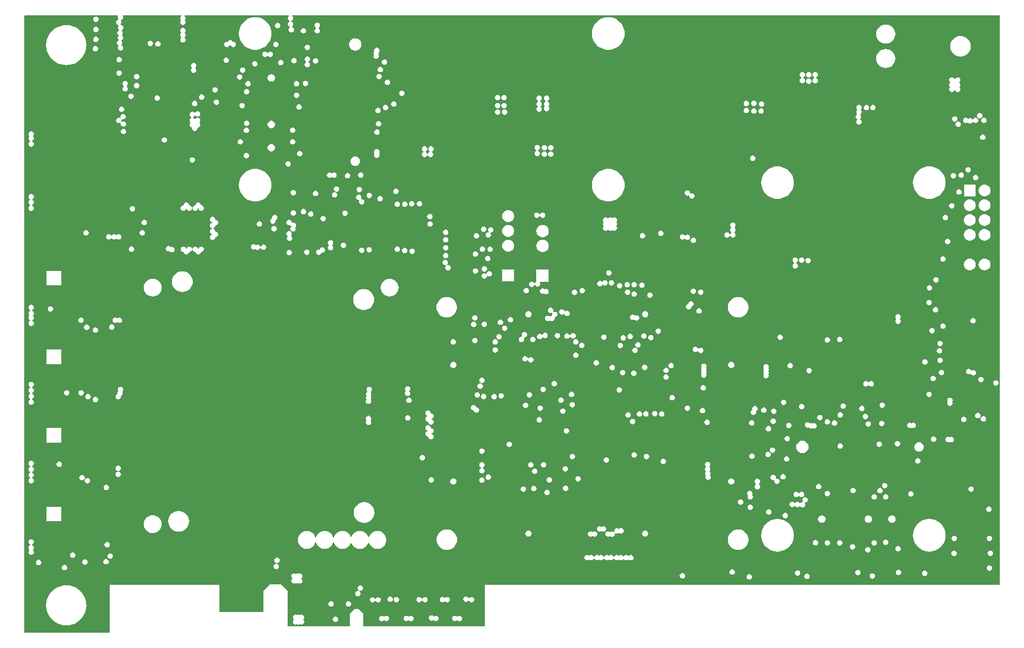
<source format=gbr>
G04*
G04 #@! TF.GenerationSoftware,Altium Limited,Altium Designer,23.7.1 (13)*
G04*
G04 Layer_Physical_Order=5*
G04 Layer_Color=1930808*
%FSLAX25Y25*%
%MOIN*%
G70*
G04*
G04 #@! TF.SameCoordinates,AF00DCEB-AC48-4C7C-91EA-99F42E284231*
G04*
G04*
G04 #@! TF.FilePolarity,Positive*
G04*
G01*
G75*
%ADD211R,0.10827X0.10827*%
%ADD212C,0.10827*%
%ADD217C,0.06299*%
%ADD236C,0.06102*%
%ADD240O,0.04921X0.04134*%
%ADD241O,0.07480X0.04724*%
%ADD242C,0.25591*%
%ADD244C,0.10000*%
%ADD246C,0.08661*%
%ADD249C,0.05906*%
%ADD250C,0.01600*%
G36*
X34788Y20107D02*
X35055Y19607D01*
X34919Y19403D01*
X34779Y18701D01*
X34919Y17999D01*
X35155Y17644D01*
X34949Y17093D01*
X34731Y17050D01*
X34135Y16652D01*
X33737Y16057D01*
X33598Y15354D01*
X33737Y14652D01*
X34135Y14057D01*
X34731Y13659D01*
X35237Y13558D01*
X35342Y13351D01*
X35423Y13046D01*
X35067Y12513D01*
X34927Y11811D01*
X35067Y11109D01*
X35465Y10513D01*
X35523Y10474D01*
X35521Y10229D01*
X35453Y9920D01*
X34923Y9565D01*
X34525Y8970D01*
X34385Y8268D01*
X34525Y7565D01*
X34923Y6970D01*
X35232Y6764D01*
X35316Y6224D01*
X35285Y6172D01*
X34919Y5624D01*
X34779Y4921D01*
X34919Y4219D01*
X35201Y3796D01*
X35138Y3361D01*
X35036Y3211D01*
X34529Y2873D01*
X34131Y2277D01*
X33992Y1575D01*
X34131Y872D01*
X34529Y277D01*
X35124Y-121D01*
X35213Y-138D01*
X35319Y-669D01*
X35316Y-671D01*
X34919Y-1266D01*
X34779Y-1969D01*
X34919Y-2671D01*
X35316Y-3266D01*
X35912Y-3664D01*
X36614Y-3804D01*
X37317Y-3664D01*
X37912Y-3266D01*
X38310Y-2671D01*
X38449Y-1969D01*
X38310Y-1266D01*
X37912Y-671D01*
X37317Y-273D01*
X37228Y-255D01*
X37122Y276D01*
X37124Y277D01*
X37522Y872D01*
X37662Y1575D01*
X37522Y2277D01*
X37239Y2701D01*
X37303Y3135D01*
X37405Y3285D01*
X37912Y3624D01*
X38310Y4219D01*
X38449Y4921D01*
X38310Y5624D01*
X37912Y6219D01*
X37603Y6425D01*
X37519Y6965D01*
X37549Y7017D01*
X37916Y7565D01*
X38056Y8268D01*
X37916Y8970D01*
X37518Y9565D01*
X37459Y9605D01*
X37462Y9850D01*
X37530Y10159D01*
X38060Y10513D01*
X38458Y11109D01*
X38597Y11811D01*
X38458Y12513D01*
X38060Y13109D01*
X37464Y13507D01*
X36958Y13607D01*
X36854Y13814D01*
X36773Y14119D01*
X37129Y14652D01*
X37268Y15354D01*
X37129Y16057D01*
X36892Y16411D01*
X37099Y16962D01*
X37317Y17005D01*
X37912Y17403D01*
X38310Y17999D01*
X38449Y18701D01*
X38310Y19403D01*
X38173Y19607D01*
X38441Y20107D01*
X77589D01*
X77741Y19607D01*
X77442Y19408D01*
X77045Y18813D01*
X76905Y18110D01*
X77045Y17408D01*
X77442Y16813D01*
Y16652D01*
X77045Y16057D01*
X76905Y15354D01*
X77045Y14652D01*
X77442Y14057D01*
X78038Y13659D01*
X78740Y13519D01*
X79443Y13659D01*
X80038Y14057D01*
X80436Y14652D01*
X80575Y15354D01*
X80436Y16057D01*
X80038Y16652D01*
Y16813D01*
X80436Y17408D01*
X80575Y18110D01*
X80436Y18813D01*
X80038Y19408D01*
X79740Y19607D01*
X79892Y20107D01*
X150030D01*
X150181Y19607D01*
X149883Y19408D01*
X149486Y18813D01*
X149346Y18110D01*
X149486Y17408D01*
X149883Y16813D01*
X150479Y16415D01*
X150569Y16397D01*
Y15887D01*
X150479Y15869D01*
X149883Y15471D01*
X149486Y14876D01*
X149346Y14173D01*
X149486Y13471D01*
X149883Y12876D01*
X150479Y12478D01*
X150639Y12446D01*
X150745Y11915D01*
X150484Y11741D01*
X150086Y11145D01*
X149946Y10443D01*
X150086Y9741D01*
X150484Y9145D01*
X151079Y8748D01*
X151782Y8608D01*
X152484Y8748D01*
X153079Y9145D01*
X153477Y9741D01*
X153617Y10443D01*
X153477Y11145D01*
X153079Y11741D01*
X152484Y12139D01*
X152324Y12171D01*
X152218Y12701D01*
X152479Y12876D01*
X152877Y13471D01*
X153016Y14173D01*
X152877Y14876D01*
X152479Y15471D01*
X151883Y15869D01*
X151793Y15887D01*
Y16397D01*
X151883Y16415D01*
X152479Y16813D01*
X152877Y17408D01*
X153016Y18110D01*
X152877Y18813D01*
X152479Y19408D01*
X152181Y19607D01*
X152332Y20107D01*
X629735Y20107D01*
X629735Y-364265D01*
X629294Y-364693D01*
X282449Y-364693D01*
Y-392667D01*
X200449D01*
Y-384193D01*
X197249Y-380993D01*
X194449D01*
X191249Y-384193D01*
Y-392667D01*
X149149D01*
Y-368693D01*
X144549Y-364093D01*
X137349D01*
X132849Y-368593D01*
Y-382888D01*
X103149D01*
Y-364393D01*
X29149D01*
Y-396793D01*
X-28251D01*
Y19731D01*
X-27875Y20107D01*
X34788D01*
D02*
G37*
%LPC*%
G36*
X20079Y19158D02*
X19376Y19018D01*
X18781Y18621D01*
X18383Y18025D01*
X18244Y17323D01*
X18383Y16621D01*
X18781Y16025D01*
X19376Y15627D01*
X20079Y15488D01*
X20781Y15627D01*
X21376Y16025D01*
X21774Y16621D01*
X21914Y17323D01*
X21774Y18025D01*
X21376Y18621D01*
X20781Y19018D01*
X20079Y19158D01*
D02*
G37*
G36*
X142520Y15024D02*
X141817Y14885D01*
X141222Y14487D01*
X140824Y13891D01*
X140684Y13189D01*
X140824Y12487D01*
X141222Y11891D01*
X141817Y11493D01*
X142520Y11354D01*
X143222Y11493D01*
X143817Y11891D01*
X144215Y12487D01*
X144355Y13189D01*
X144215Y13891D01*
X143817Y14487D01*
X143222Y14885D01*
X142520Y15024D01*
D02*
G37*
G36*
X20079Y12465D02*
X19376Y12325D01*
X18781Y11928D01*
X18383Y11332D01*
X18244Y10630D01*
X18383Y9928D01*
X18781Y9332D01*
X19376Y8934D01*
X20079Y8795D01*
X20781Y8934D01*
X21376Y9332D01*
X21774Y9928D01*
X21914Y10630D01*
X21774Y11332D01*
X21376Y11928D01*
X20781Y12325D01*
X20079Y12465D01*
D02*
G37*
G36*
X169291Y15221D02*
X168589Y15081D01*
X167994Y14683D01*
X167596Y14088D01*
X167456Y13386D01*
X167596Y12684D01*
X167994Y12088D01*
X168435Y11794D01*
X168448Y11753D01*
Y11279D01*
X168435Y11238D01*
X167994Y10943D01*
X167596Y10348D01*
X167456Y9646D01*
X167596Y8943D01*
X167994Y8348D01*
X168589Y7950D01*
X169291Y7810D01*
X169994Y7950D01*
X170589Y8348D01*
X170987Y8943D01*
X171127Y9646D01*
X170987Y10348D01*
X170589Y10943D01*
X170148Y11238D01*
X170134Y11279D01*
Y11753D01*
X170148Y11794D01*
X170589Y12088D01*
X170987Y12684D01*
X171127Y13386D01*
X170987Y14088D01*
X170589Y14683D01*
X169994Y15081D01*
X169291Y15221D01*
D02*
G37*
G36*
X159843Y11481D02*
X159140Y11341D01*
X158545Y10943D01*
X158147Y10348D01*
X158007Y9646D01*
X158147Y8943D01*
X158545Y8348D01*
X159140Y7950D01*
X159843Y7810D01*
X160545Y7950D01*
X161140Y8348D01*
X161538Y8943D01*
X161678Y9646D01*
X161538Y10348D01*
X161140Y10943D01*
X160545Y11341D01*
X159843Y11481D01*
D02*
G37*
G36*
X110589Y3424D02*
X109887Y3284D01*
X109291Y2886D01*
X108893Y2291D01*
X108858Y2112D01*
X108268Y2229D01*
X107565Y2089D01*
X106970Y1691D01*
X106572Y1096D01*
X106432Y394D01*
X106572Y-309D01*
X106970Y-904D01*
X107565Y-1302D01*
X108268Y-1442D01*
X108970Y-1302D01*
X109565Y-904D01*
X109963Y-309D01*
X109999Y-129D01*
X110589Y-246D01*
X110879Y-189D01*
X110903Y-309D01*
X111301Y-904D01*
X111896Y-1302D01*
X112598Y-1442D01*
X113301Y-1302D01*
X113896Y-904D01*
X114294Y-309D01*
X114434Y394D01*
X114294Y1096D01*
X113896Y1691D01*
X113301Y2089D01*
X112598Y2229D01*
X112308Y2171D01*
X112285Y2291D01*
X111887Y2886D01*
X111291Y3284D01*
X110589Y3424D01*
D02*
G37*
G36*
X20079Y5772D02*
X19376Y5633D01*
X18781Y5235D01*
X18383Y4639D01*
X18244Y3937D01*
X18383Y3235D01*
X18781Y2639D01*
X19376Y2241D01*
X20079Y2102D01*
X20781Y2241D01*
X21376Y2639D01*
X21774Y3235D01*
X21914Y3937D01*
X21774Y4639D01*
X21376Y5235D01*
X20781Y5633D01*
X20079Y5772D01*
D02*
G37*
G36*
X78740Y11678D02*
X78038Y11538D01*
X77442Y11140D01*
X77045Y10545D01*
X76905Y9843D01*
X77045Y9140D01*
X77442Y8545D01*
X77483Y8518D01*
Y8018D01*
X77442Y7991D01*
X77045Y7395D01*
X76905Y6693D01*
X77045Y5991D01*
X77421Y5428D01*
X77483Y5281D01*
Y4955D01*
X77421Y4808D01*
X77045Y4246D01*
X76905Y3543D01*
X77045Y2841D01*
X77442Y2246D01*
X78038Y1848D01*
X78740Y1708D01*
X79443Y1848D01*
X80038Y2246D01*
X80436Y2841D01*
X80575Y3543D01*
X80436Y4246D01*
X80060Y4808D01*
X79997Y4955D01*
Y5281D01*
X80060Y5428D01*
X80436Y5991D01*
X80575Y6693D01*
X80436Y7395D01*
X80038Y7991D01*
X79997Y8018D01*
Y8518D01*
X80038Y8545D01*
X80436Y9140D01*
X80575Y9843D01*
X80436Y10545D01*
X80038Y11140D01*
X79443Y11538D01*
X78740Y11678D01*
D02*
G37*
G36*
X552709Y13889D02*
X551452Y13766D01*
X550243Y13399D01*
X549129Y12803D01*
X548153Y12002D01*
X547351Y11025D01*
X546756Y9911D01*
X546389Y8702D01*
X546265Y7445D01*
X546389Y6188D01*
X546756Y4979D01*
X547351Y3865D01*
X548153Y2888D01*
X549129Y2087D01*
X550243Y1491D01*
X551452Y1124D01*
X552709Y1001D01*
X553967Y1124D01*
X555176Y1491D01*
X556290Y2087D01*
X557266Y2888D01*
X558068Y3865D01*
X558663Y4979D01*
X559030Y6188D01*
X559154Y7445D01*
X559030Y8702D01*
X558663Y9911D01*
X558068Y11025D01*
X557266Y12002D01*
X556290Y12803D01*
X555176Y13399D01*
X553967Y13766D01*
X552709Y13889D01*
D02*
G37*
G36*
X56693Y2895D02*
X55991Y2755D01*
X55395Y2357D01*
X54997Y1762D01*
X54858Y1060D01*
X54997Y357D01*
X55395Y-238D01*
X55991Y-636D01*
X56693Y-776D01*
X57395Y-636D01*
X57991Y-238D01*
X58389Y357D01*
X58528Y1060D01*
X58389Y1762D01*
X57991Y2357D01*
X57395Y2755D01*
X56693Y2895D01*
D02*
G37*
G36*
X61811Y2623D02*
X61109Y2483D01*
X60513Y2085D01*
X60115Y1490D01*
X59976Y787D01*
X60115Y85D01*
X60513Y-510D01*
X61109Y-908D01*
X61811Y-1048D01*
X62513Y-908D01*
X63109Y-510D01*
X63507Y85D01*
X63646Y787D01*
X63507Y1490D01*
X63109Y2085D01*
X62513Y2483D01*
X61811Y2623D01*
D02*
G37*
G36*
X141339Y2229D02*
X140636Y2089D01*
X140041Y1691D01*
X139643Y1096D01*
X139503Y394D01*
X139643Y-309D01*
X140041Y-904D01*
X140636Y-1302D01*
X141339Y-1442D01*
X142041Y-1302D01*
X142636Y-904D01*
X143034Y-309D01*
X143174Y394D01*
X143034Y1096D01*
X142636Y1691D01*
X142041Y2089D01*
X141339Y2229D01*
D02*
G37*
G36*
X365581Y18839D02*
X363855Y18704D01*
X362171Y18299D01*
X360571Y17637D01*
X359095Y16732D01*
X357779Y15608D01*
X356654Y14291D01*
X355749Y12815D01*
X355087Y11215D01*
X354683Y9532D01*
X354547Y7806D01*
X354683Y6079D01*
X355087Y4396D01*
X355749Y2796D01*
X356654Y1320D01*
X357779Y3D01*
X359095Y-1121D01*
X360571Y-2026D01*
X362171Y-2688D01*
X363855Y-3093D01*
X365581Y-3229D01*
X367307Y-3093D01*
X368990Y-2688D01*
X370590Y-2026D01*
X372066Y-1121D01*
X373383Y3D01*
X374507Y1320D01*
X375412Y2796D01*
X376075Y4396D01*
X376479Y6079D01*
X376615Y7806D01*
X376479Y9532D01*
X376075Y11215D01*
X375412Y12815D01*
X374507Y14291D01*
X373383Y15608D01*
X372066Y16732D01*
X370590Y17637D01*
X368990Y18299D01*
X367307Y18704D01*
X365581Y18839D01*
D02*
G37*
G36*
X127392D02*
X125666Y18704D01*
X123982Y18299D01*
X122382Y17637D01*
X120906Y16732D01*
X119589Y15608D01*
X118465Y14291D01*
X117560Y12815D01*
X116898Y11215D01*
X116494Y9532D01*
X116358Y7806D01*
X116494Y6079D01*
X116898Y4396D01*
X117560Y2796D01*
X118465Y1320D01*
X119589Y3D01*
X120906Y-1121D01*
X122382Y-2026D01*
X123982Y-2688D01*
X125666Y-3093D01*
X127392Y-3229D01*
X129118Y-3093D01*
X130801Y-2688D01*
X132401Y-2026D01*
X133877Y-1121D01*
X135194Y3D01*
X136319Y1320D01*
X137223Y2796D01*
X137886Y4396D01*
X138290Y6079D01*
X138426Y7806D01*
X138290Y9532D01*
X137886Y11215D01*
X137223Y12815D01*
X136319Y14291D01*
X135194Y15608D01*
X133877Y16732D01*
X132401Y17637D01*
X130801Y18299D01*
X129118Y18704D01*
X127392Y18839D01*
D02*
G37*
G36*
X162598Y261D02*
X161896Y121D01*
X161301Y-277D01*
X160903Y-872D01*
X160763Y-1575D01*
X160903Y-2277D01*
X161301Y-2873D01*
X161896Y-3270D01*
X162598Y-3410D01*
X163301Y-3270D01*
X163896Y-2873D01*
X164294Y-2277D01*
X164434Y-1575D01*
X164294Y-872D01*
X163896Y-277D01*
X163301Y121D01*
X162598Y261D01*
D02*
G37*
G36*
X194882Y4579D02*
X193799Y4436D01*
X192789Y4018D01*
X191922Y3353D01*
X191257Y2486D01*
X190839Y1477D01*
X190697Y394D01*
X190839Y-690D01*
X191257Y-1699D01*
X191922Y-2566D01*
X192789Y-3231D01*
X193799Y-3649D01*
X194882Y-3792D01*
X195965Y-3649D01*
X196975Y-3231D01*
X197841Y-2566D01*
X198507Y-1699D01*
X198925Y-690D01*
X199067Y394D01*
X198925Y1477D01*
X198507Y2486D01*
X197841Y3353D01*
X196975Y4018D01*
X195965Y4436D01*
X194882Y4579D01*
D02*
G37*
G36*
X19685Y-527D02*
X18983Y-667D01*
X18387Y-1065D01*
X17989Y-1660D01*
X17850Y-2362D01*
X17989Y-3064D01*
X18387Y-3660D01*
X18983Y-4058D01*
X19685Y-4197D01*
X20387Y-4058D01*
X20983Y-3660D01*
X21381Y-3064D01*
X21520Y-2362D01*
X21381Y-1660D01*
X20983Y-1065D01*
X20387Y-667D01*
X19685Y-527D01*
D02*
G37*
G36*
X137598Y-4464D02*
X136896Y-4604D01*
X136301Y-5001D01*
X136127Y-5261D01*
X135526D01*
X135353Y-5001D01*
X134757Y-4604D01*
X134055Y-4464D01*
X133353Y-4604D01*
X132757Y-5001D01*
X132360Y-5597D01*
X132220Y-6299D01*
X132360Y-7001D01*
X132757Y-7597D01*
X133353Y-7995D01*
X134055Y-8134D01*
X134757Y-7995D01*
X135353Y-7597D01*
X135526Y-7338D01*
X136127D01*
X136301Y-7597D01*
X136896Y-7995D01*
X137598Y-8134D01*
X138301Y-7995D01*
X138896Y-7597D01*
X139294Y-7001D01*
X139434Y-6299D01*
X139294Y-5597D01*
X138896Y-5001D01*
X138301Y-4604D01*
X137598Y-4464D01*
D02*
G37*
G36*
X603110Y6128D02*
X601757Y5995D01*
X600456Y5601D01*
X599258Y4960D01*
X598207Y4098D01*
X597344Y3047D01*
X596704Y1848D01*
X596309Y548D01*
X596176Y-805D01*
X596309Y-2158D01*
X596704Y-3458D01*
X597344Y-4657D01*
X598207Y-5708D01*
X599258Y-6570D01*
X600456Y-7211D01*
X601757Y-7605D01*
X603110Y-7739D01*
X604462Y-7605D01*
X605763Y-7211D01*
X606961Y-6570D01*
X608012Y-5708D01*
X608874Y-4657D01*
X609515Y-3458D01*
X609910Y-2158D01*
X610043Y-805D01*
X609910Y548D01*
X609515Y1848D01*
X608874Y3047D01*
X608012Y4098D01*
X606961Y4960D01*
X605763Y5601D01*
X604462Y5995D01*
X603110Y6128D01*
D02*
G37*
G36*
X209449Y-1708D02*
X208747Y-1848D01*
X208151Y-2246D01*
X207753Y-2841D01*
X207614Y-3543D01*
X207749Y-4226D01*
X207360Y-4809D01*
X207220Y-5512D01*
X207360Y-6214D01*
X207548Y-6496D01*
X207360Y-6778D01*
X207220Y-7480D01*
X207360Y-8183D01*
X207757Y-8778D01*
X208353Y-9176D01*
X209055Y-9316D01*
X209757Y-9176D01*
X210353Y-8778D01*
X210751Y-8183D01*
X210890Y-7480D01*
X210751Y-6778D01*
X210562Y-6496D01*
X210751Y-6214D01*
X210890Y-5512D01*
X210755Y-4829D01*
X211144Y-4246D01*
X211284Y-3543D01*
X211144Y-2841D01*
X210747Y-2246D01*
X210151Y-1848D01*
X209449Y-1708D01*
D02*
G37*
G36*
X35731Y-8007D02*
X35029Y-8147D01*
X34434Y-8545D01*
X34036Y-9140D01*
X33896Y-9843D01*
X34036Y-10545D01*
X34434Y-11140D01*
X35029Y-11538D01*
X35731Y-11678D01*
X36434Y-11538D01*
X37029Y-11140D01*
X37427Y-10545D01*
X37567Y-9843D01*
X37427Y-9140D01*
X37029Y-8545D01*
X36434Y-8147D01*
X35731Y-8007D01*
D02*
G37*
G36*
X107832Y-8362D02*
X107130Y-8501D01*
X106535Y-8899D01*
X106137Y-9494D01*
X105997Y-10197D01*
X106137Y-10899D01*
X106535Y-11495D01*
X107130Y-11892D01*
X107832Y-12032D01*
X108535Y-11892D01*
X109130Y-11495D01*
X109528Y-10899D01*
X109668Y-10197D01*
X109528Y-9494D01*
X109130Y-8899D01*
X108535Y-8501D01*
X107832Y-8362D01*
D02*
G37*
G36*
X153543Y-8598D02*
X152841Y-8738D01*
X152246Y-9135D01*
X151848Y-9731D01*
X151708Y-10433D01*
X151848Y-11135D01*
X152246Y-11731D01*
X152841Y-12129D01*
X153543Y-12268D01*
X154246Y-12129D01*
X154841Y-11731D01*
X155239Y-11135D01*
X155379Y-10433D01*
X155239Y-9731D01*
X154841Y-9135D01*
X154246Y-8738D01*
X153543Y-8598D01*
D02*
G37*
G36*
X168110Y-8795D02*
X167408Y-8934D01*
X166813Y-9332D01*
X166415Y-9928D01*
X166275Y-10630D01*
X166415Y-11332D01*
X166813Y-11928D01*
X167408Y-12325D01*
X168110Y-12465D01*
X168813Y-12325D01*
X169408Y-11928D01*
X169806Y-11332D01*
X169946Y-10630D01*
X169806Y-9928D01*
X169408Y-9332D01*
X168813Y-8934D01*
X168110Y-8795D01*
D02*
G37*
G36*
X214567Y-9582D02*
X213865Y-9722D01*
X213269Y-10120D01*
X212871Y-10715D01*
X212732Y-11417D01*
X212871Y-12120D01*
X213269Y-12715D01*
X213865Y-13113D01*
X214567Y-13253D01*
X215269Y-13113D01*
X215865Y-12715D01*
X216263Y-12120D01*
X216402Y-11417D01*
X216263Y-10715D01*
X215865Y-10120D01*
X215269Y-9722D01*
X214567Y-9582D01*
D02*
G37*
G36*
X0Y13542D02*
X-2118Y13375D01*
X-4185Y12879D01*
X-6148Y12066D01*
X-7960Y10955D01*
X-9576Y9576D01*
X-10955Y7960D01*
X-12066Y6148D01*
X-12879Y4185D01*
X-13375Y2118D01*
X-13542Y0D01*
X-13375Y-2118D01*
X-12879Y-4185D01*
X-12066Y-6148D01*
X-10955Y-7960D01*
X-9576Y-9576D01*
X-7960Y-10955D01*
X-6148Y-12066D01*
X-4185Y-12879D01*
X-2118Y-13375D01*
X0Y-13542D01*
X2118Y-13375D01*
X4185Y-12879D01*
X6148Y-12066D01*
X7960Y-10955D01*
X9576Y-9576D01*
X10955Y-7960D01*
X12066Y-6148D01*
X12879Y-4185D01*
X13375Y-2118D01*
X13542Y0D01*
X13375Y2118D01*
X12879Y4185D01*
X12066Y6148D01*
X10955Y7960D01*
X9576Y9576D01*
X7960Y10955D01*
X6148Y12066D01*
X4185Y12879D01*
X2118Y13375D01*
X0Y13542D01*
D02*
G37*
G36*
X144685Y-9976D02*
X143983Y-10115D01*
X143387Y-10513D01*
X142990Y-11109D01*
X142850Y-11811D01*
X142990Y-12513D01*
X143387Y-13109D01*
X143983Y-13507D01*
X144685Y-13646D01*
X145387Y-13507D01*
X145983Y-13109D01*
X146381Y-12513D01*
X146520Y-11811D01*
X146381Y-11109D01*
X145983Y-10513D01*
X145387Y-10115D01*
X144685Y-9976D01*
D02*
G37*
G36*
X127165Y-10763D02*
X126463Y-10903D01*
X125868Y-11301D01*
X125470Y-11896D01*
X125330Y-12598D01*
X125470Y-13301D01*
X125868Y-13896D01*
X126463Y-14294D01*
X127165Y-14434D01*
X127868Y-14294D01*
X128463Y-13896D01*
X128861Y-13301D01*
X129001Y-12598D01*
X128861Y-11896D01*
X128463Y-11301D01*
X127868Y-10903D01*
X127165Y-10763D01*
D02*
G37*
G36*
X162598Y-7614D02*
X161896Y-7753D01*
X161301Y-8151D01*
X160903Y-8747D01*
X160763Y-9449D01*
X160903Y-10151D01*
X161301Y-10746D01*
X161742Y-11041D01*
X161756Y-11082D01*
Y-11556D01*
X161742Y-11597D01*
X161301Y-11891D01*
X160903Y-12487D01*
X160763Y-13189D01*
X160903Y-13891D01*
X161301Y-14487D01*
X161896Y-14885D01*
X162598Y-15024D01*
X163301Y-14885D01*
X163896Y-14487D01*
X164294Y-13891D01*
X164434Y-13189D01*
X164294Y-12487D01*
X163896Y-11891D01*
X163455Y-11597D01*
X163441Y-11556D01*
Y-11082D01*
X163455Y-11041D01*
X163896Y-10746D01*
X164294Y-10151D01*
X164434Y-9449D01*
X164294Y-8747D01*
X163896Y-8151D01*
X163301Y-7753D01*
X162598Y-7614D01*
D02*
G37*
G36*
X552709Y-2611D02*
X551452Y-2734D01*
X550243Y-3101D01*
X549129Y-3697D01*
X548153Y-4498D01*
X547351Y-5475D01*
X546756Y-6589D01*
X546389Y-7798D01*
X546265Y-9055D01*
X546389Y-10312D01*
X546756Y-11521D01*
X547351Y-12635D01*
X548153Y-13612D01*
X549129Y-14413D01*
X550243Y-15009D01*
X551452Y-15376D01*
X552709Y-15499D01*
X553967Y-15376D01*
X555176Y-15009D01*
X556290Y-14413D01*
X557266Y-13612D01*
X558068Y-12635D01*
X558663Y-11521D01*
X559030Y-10312D01*
X559154Y-9055D01*
X559030Y-7798D01*
X558663Y-6589D01*
X558068Y-5475D01*
X557266Y-4498D01*
X556290Y-3697D01*
X555176Y-3101D01*
X553967Y-2734D01*
X552709Y-2611D01*
D02*
G37*
G36*
X211811Y-14700D02*
X211109Y-14840D01*
X210513Y-15238D01*
X210116Y-15833D01*
X209976Y-16535D01*
X210116Y-17238D01*
X210513Y-17833D01*
X211109Y-18231D01*
X211811Y-18371D01*
X212513Y-18231D01*
X213109Y-17833D01*
X213507Y-17238D01*
X213646Y-16535D01*
X213507Y-15833D01*
X213109Y-15238D01*
X212513Y-14840D01*
X211811Y-14700D01*
D02*
G37*
G36*
X118898Y-15094D02*
X118195Y-15234D01*
X117600Y-15631D01*
X117202Y-16227D01*
X117062Y-16929D01*
X117202Y-17631D01*
X117600Y-18227D01*
X118195Y-18625D01*
X118898Y-18764D01*
X119600Y-18625D01*
X120195Y-18227D01*
X120593Y-17631D01*
X120733Y-16929D01*
X120593Y-16227D01*
X120195Y-15631D01*
X119600Y-15234D01*
X118898Y-15094D01*
D02*
G37*
G36*
X85853Y-11944D02*
X85151Y-12084D01*
X84556Y-12482D01*
X84158Y-13077D01*
X84018Y-13780D01*
X84158Y-14482D01*
X84556Y-15077D01*
X84583Y-15096D01*
Y-15596D01*
X84529Y-15631D01*
X84131Y-16227D01*
X83991Y-16929D01*
X84131Y-17631D01*
X84529Y-18227D01*
X85124Y-18625D01*
X85827Y-18764D01*
X86529Y-18625D01*
X87125Y-18227D01*
X87522Y-17631D01*
X87662Y-16929D01*
X87522Y-16227D01*
X87125Y-15631D01*
X87097Y-15613D01*
Y-15113D01*
X87151Y-15077D01*
X87549Y-14482D01*
X87688Y-13780D01*
X87549Y-13077D01*
X87151Y-12482D01*
X86556Y-12084D01*
X85853Y-11944D01*
D02*
G37*
G36*
X35731Y-17062D02*
X35029Y-17202D01*
X34434Y-17600D01*
X34036Y-18195D01*
X33896Y-18898D01*
X34036Y-19600D01*
X34434Y-20195D01*
X35029Y-20593D01*
X35731Y-20733D01*
X36434Y-20593D01*
X37029Y-20195D01*
X37427Y-19600D01*
X37567Y-18898D01*
X37427Y-18195D01*
X37029Y-17600D01*
X36434Y-17202D01*
X35731Y-17062D01*
D02*
G37*
G36*
X500787Y-18244D02*
X500085Y-18383D01*
X499490Y-18781D01*
X499092Y-19376D01*
X498952Y-20079D01*
X499092Y-20781D01*
X499490Y-21376D01*
X500085Y-21774D01*
X500787Y-21914D01*
X501490Y-21774D01*
X502085Y-21376D01*
X502483Y-20781D01*
X502623Y-20079D01*
X502483Y-19376D01*
X502085Y-18781D01*
X501490Y-18383D01*
X500787Y-18244D01*
D02*
G37*
G36*
X601181Y-21787D02*
X600479Y-21926D01*
X599883Y-22324D01*
X599485Y-22920D01*
X599468Y-23010D01*
X598958D01*
X598940Y-22920D01*
X598542Y-22324D01*
X597946Y-21926D01*
X597244Y-21787D01*
X596542Y-21926D01*
X595946Y-22324D01*
X595548Y-22920D01*
X595409Y-23622D01*
X595548Y-24324D01*
X595925Y-24887D01*
X595987Y-25034D01*
Y-25360D01*
X595925Y-25507D01*
X595548Y-26069D01*
X595409Y-26772D01*
X595548Y-27474D01*
X595946Y-28069D01*
X595987Y-28096D01*
Y-28596D01*
X595946Y-28624D01*
X595548Y-29219D01*
X595409Y-29921D01*
X595548Y-30624D01*
X595946Y-31219D01*
X596542Y-31617D01*
X597244Y-31756D01*
X597946Y-31617D01*
X598542Y-31219D01*
X598940Y-30624D01*
X598958Y-30533D01*
X599468D01*
X599485Y-30624D01*
X599883Y-31219D01*
X600479Y-31617D01*
X601181Y-31756D01*
X601883Y-31617D01*
X602479Y-31219D01*
X602877Y-30624D01*
X603016Y-29921D01*
X602877Y-29219D01*
X602479Y-28624D01*
X602438Y-28596D01*
Y-28096D01*
X602479Y-28069D01*
X602877Y-27474D01*
X603016Y-26772D01*
X602877Y-26069D01*
X602501Y-25507D01*
X602438Y-25360D01*
Y-25034D01*
X602501Y-24887D01*
X602877Y-24324D01*
X603016Y-23622D01*
X602877Y-22920D01*
X602479Y-22324D01*
X601883Y-21926D01*
X601181Y-21787D01*
D02*
G37*
G36*
X211024Y-19425D02*
X210321Y-19564D01*
X209726Y-19962D01*
X209328Y-20558D01*
X209188Y-21260D01*
X209328Y-21962D01*
X209726Y-22558D01*
X210321Y-22955D01*
X211024Y-23095D01*
X211726Y-22955D01*
X212321Y-22558D01*
X212719Y-21962D01*
X212859Y-21260D01*
X212719Y-20558D01*
X212321Y-19962D01*
X211726Y-19564D01*
X211024Y-19425D01*
D02*
G37*
G36*
X47441D02*
X46739Y-19564D01*
X46143Y-19962D01*
X45745Y-20558D01*
X45606Y-21260D01*
X45745Y-21962D01*
X46143Y-22558D01*
X46739Y-22955D01*
X47441Y-23095D01*
X48143Y-22955D01*
X48739Y-22558D01*
X49136Y-21962D01*
X49276Y-21260D01*
X49136Y-20558D01*
X48739Y-19962D01*
X48143Y-19564D01*
X47441Y-19425D01*
D02*
G37*
G36*
X116929Y-19818D02*
X116227Y-19958D01*
X115631Y-20356D01*
X115234Y-20951D01*
X115094Y-21654D01*
X115234Y-22356D01*
X115631Y-22951D01*
X116227Y-23349D01*
X116929Y-23489D01*
X117631Y-23349D01*
X118227Y-22951D01*
X118625Y-22356D01*
X118764Y-21654D01*
X118625Y-20951D01*
X118227Y-20356D01*
X117631Y-19958D01*
X116929Y-19818D01*
D02*
G37*
G36*
X138297Y-19551D02*
X137323Y-19745D01*
X136498Y-20297D01*
X135946Y-21122D01*
X135752Y-22096D01*
X135946Y-23070D01*
X136498Y-23896D01*
X137323Y-24447D01*
X138297Y-24641D01*
X139271Y-24447D01*
X140097Y-23896D01*
X140648Y-23070D01*
X140842Y-22096D01*
X140648Y-21122D01*
X140097Y-20297D01*
X139271Y-19745D01*
X138297Y-19551D01*
D02*
G37*
G36*
X505118Y-18244D02*
X504416Y-18383D01*
X503820Y-18781D01*
X503422Y-19376D01*
X503283Y-20079D01*
X503422Y-20781D01*
X503820Y-21376D01*
X504416Y-21774D01*
X504506Y-21792D01*
Y-22302D01*
X504416Y-22320D01*
X503820Y-22718D01*
X503422Y-23313D01*
X503283Y-24016D01*
X503422Y-24718D01*
X503820Y-25313D01*
X504416Y-25711D01*
X505118Y-25851D01*
X505820Y-25711D01*
X506416Y-25313D01*
X506814Y-24718D01*
X506953Y-24016D01*
X506814Y-23313D01*
X506416Y-22718D01*
X505820Y-22320D01*
X505730Y-22302D01*
Y-21792D01*
X505820Y-21774D01*
X506416Y-21376D01*
X506814Y-20781D01*
X506953Y-20079D01*
X506814Y-19376D01*
X506416Y-18781D01*
X505820Y-18383D01*
X505118Y-18244D01*
D02*
G37*
G36*
X496457D02*
X495754Y-18383D01*
X495159Y-18781D01*
X494761Y-19376D01*
X494621Y-20079D01*
X494761Y-20781D01*
X495159Y-21376D01*
X495754Y-21774D01*
X495845Y-21792D01*
Y-22302D01*
X495754Y-22320D01*
X495159Y-22718D01*
X494761Y-23313D01*
X494621Y-24016D01*
X494761Y-24718D01*
X495159Y-25313D01*
X495754Y-25711D01*
X496457Y-25851D01*
X497159Y-25711D01*
X497754Y-25313D01*
X498152Y-24718D01*
X498292Y-24016D01*
X498152Y-23313D01*
X497754Y-22718D01*
X497159Y-22320D01*
X497068Y-22302D01*
Y-21792D01*
X497159Y-21774D01*
X497754Y-21376D01*
X498152Y-20781D01*
X498292Y-20079D01*
X498152Y-19376D01*
X497754Y-18781D01*
X497159Y-18383D01*
X496457Y-18244D01*
D02*
G37*
G36*
X500787Y-22574D02*
X500085Y-22714D01*
X499490Y-23112D01*
X499092Y-23707D01*
X498952Y-24409D01*
X499092Y-25112D01*
X499490Y-25707D01*
X500085Y-26105D01*
X500787Y-26245D01*
X501490Y-26105D01*
X502085Y-25707D01*
X502483Y-25112D01*
X502623Y-24409D01*
X502483Y-23707D01*
X502085Y-23112D01*
X501490Y-22714D01*
X500787Y-22574D01*
D02*
G37*
G36*
X216535Y-23362D02*
X215833Y-23501D01*
X215238Y-23899D01*
X214840Y-24495D01*
X214700Y-25197D01*
X214840Y-25899D01*
X215238Y-26495D01*
X215833Y-26892D01*
X216535Y-27032D01*
X217238Y-26892D01*
X217833Y-26495D01*
X218231Y-25899D01*
X218371Y-25197D01*
X218231Y-24495D01*
X217833Y-23899D01*
X217238Y-23501D01*
X216535Y-23362D01*
D02*
G37*
G36*
X161417Y-24149D02*
X160715Y-24289D01*
X160120Y-24687D01*
X159722Y-25282D01*
X159582Y-25984D01*
X159722Y-26687D01*
X160120Y-27282D01*
X160715Y-27680D01*
X161417Y-27819D01*
X162120Y-27680D01*
X162715Y-27282D01*
X163113Y-26687D01*
X163253Y-25984D01*
X163113Y-25282D01*
X162715Y-24687D01*
X162120Y-24289D01*
X161417Y-24149D01*
D02*
G37*
G36*
X155328Y-24198D02*
X154625Y-24338D01*
X154030Y-24735D01*
X153632Y-25331D01*
X153492Y-26033D01*
X153632Y-26735D01*
X154030Y-27331D01*
X154625Y-27729D01*
X155328Y-27868D01*
X156030Y-27729D01*
X156625Y-27331D01*
X157023Y-26735D01*
X157163Y-26033D01*
X157023Y-25331D01*
X156625Y-24735D01*
X156030Y-24338D01*
X155328Y-24198D01*
D02*
G37*
G36*
X122539D02*
X121837Y-24338D01*
X121241Y-24735D01*
X120844Y-25331D01*
X120704Y-26033D01*
X120844Y-26735D01*
X121241Y-27331D01*
X121837Y-27729D01*
X122539Y-27868D01*
X123241Y-27729D01*
X123837Y-27331D01*
X124235Y-26735D01*
X124374Y-26033D01*
X124235Y-25331D01*
X123837Y-24735D01*
X123241Y-24338D01*
X122539Y-24198D01*
D02*
G37*
G36*
X47441Y-25527D02*
X46739Y-25667D01*
X46143Y-26065D01*
X45745Y-26660D01*
X45606Y-27362D01*
X45745Y-28065D01*
X46143Y-28660D01*
X46739Y-29058D01*
X47441Y-29197D01*
X48143Y-29058D01*
X48739Y-28660D01*
X49136Y-28065D01*
X49276Y-27362D01*
X49136Y-26660D01*
X48739Y-26065D01*
X48143Y-25667D01*
X47441Y-25527D01*
D02*
G37*
G36*
X39764Y-24149D02*
X39061Y-24289D01*
X38466Y-24687D01*
X38068Y-25282D01*
X37929Y-25984D01*
X38068Y-26687D01*
X38466Y-27282D01*
X38725Y-27455D01*
Y-28057D01*
X38466Y-28230D01*
X38068Y-28825D01*
X37929Y-29528D01*
X38068Y-30230D01*
X38466Y-30825D01*
X39061Y-31223D01*
X39764Y-31363D01*
X40466Y-31223D01*
X41061Y-30825D01*
X41459Y-30230D01*
X41599Y-29528D01*
X41459Y-28825D01*
X41061Y-28230D01*
X40802Y-28057D01*
Y-27455D01*
X41061Y-27282D01*
X41459Y-26687D01*
X41599Y-25984D01*
X41459Y-25282D01*
X41061Y-24687D01*
X40466Y-24289D01*
X39764Y-24149D01*
D02*
G37*
G36*
X100394Y-28480D02*
X99691Y-28619D01*
X99096Y-29017D01*
X98698Y-29613D01*
X98558Y-30315D01*
X98698Y-31017D01*
X99096Y-31613D01*
X99691Y-32010D01*
X100394Y-32150D01*
X101096Y-32010D01*
X101691Y-31613D01*
X102089Y-31017D01*
X102229Y-30315D01*
X102089Y-29613D01*
X101691Y-29017D01*
X101096Y-28619D01*
X100394Y-28480D01*
D02*
G37*
G36*
X121653Y-29661D02*
X120951Y-29801D01*
X120356Y-30198D01*
X119958Y-30794D01*
X119818Y-31496D01*
X119958Y-32198D01*
X120356Y-32794D01*
X120951Y-33192D01*
X121653Y-33331D01*
X122356Y-33192D01*
X122951Y-32794D01*
X123349Y-32198D01*
X123489Y-31496D01*
X123349Y-30794D01*
X122951Y-30198D01*
X122356Y-29801D01*
X121653Y-29661D01*
D02*
G37*
G36*
X226378Y-30842D02*
X225676Y-30982D01*
X225080Y-31380D01*
X224682Y-31975D01*
X224543Y-32677D01*
X224682Y-33380D01*
X225080Y-33975D01*
X225676Y-34373D01*
X226378Y-34512D01*
X227080Y-34373D01*
X227676Y-33975D01*
X228074Y-33380D01*
X228213Y-32677D01*
X228074Y-31975D01*
X227676Y-31380D01*
X227080Y-30982D01*
X226378Y-30842D01*
D02*
G37*
G36*
X155427Y-32072D02*
X154724Y-32212D01*
X154129Y-32609D01*
X153731Y-33205D01*
X153592Y-33907D01*
X153731Y-34609D01*
X154129Y-35205D01*
X154724Y-35603D01*
X155427Y-35742D01*
X156129Y-35603D01*
X156725Y-35205D01*
X157122Y-34609D01*
X157262Y-33907D01*
X157122Y-33205D01*
X156725Y-32609D01*
X156129Y-32212D01*
X155427Y-32072D01*
D02*
G37*
G36*
X43701Y-32810D02*
X42998Y-32950D01*
X42403Y-33348D01*
X42005Y-33943D01*
X41866Y-34646D01*
X42005Y-35348D01*
X42403Y-35943D01*
X42998Y-36341D01*
X43701Y-36481D01*
X44403Y-36341D01*
X44998Y-35943D01*
X45396Y-35348D01*
X45536Y-34646D01*
X45396Y-33943D01*
X44998Y-33348D01*
X44403Y-32950D01*
X43701Y-32810D01*
D02*
G37*
G36*
X91339Y-33204D02*
X90636Y-33344D01*
X90041Y-33742D01*
X89643Y-34337D01*
X89503Y-35039D01*
X89643Y-35742D01*
X90041Y-36337D01*
X90636Y-36735D01*
X91339Y-36875D01*
X92041Y-36735D01*
X92636Y-36337D01*
X93034Y-35742D01*
X93174Y-35039D01*
X93034Y-34337D01*
X92636Y-33742D01*
X92041Y-33344D01*
X91339Y-33204D01*
D02*
G37*
G36*
X295276Y-33598D02*
X294573Y-33737D01*
X293978Y-34135D01*
X293580Y-34731D01*
X293440Y-35433D01*
X293580Y-36135D01*
X293978Y-36731D01*
X294573Y-37129D01*
X295276Y-37268D01*
X295978Y-37129D01*
X296573Y-36731D01*
X296971Y-36135D01*
X297111Y-35433D01*
X296971Y-34731D01*
X296573Y-34135D01*
X295978Y-33737D01*
X295276Y-33598D01*
D02*
G37*
G36*
X290945D02*
X290243Y-33737D01*
X289647Y-34135D01*
X289249Y-34731D01*
X289110Y-35433D01*
X289249Y-36135D01*
X289647Y-36731D01*
X290243Y-37129D01*
X290945Y-37268D01*
X291647Y-37129D01*
X292243Y-36731D01*
X292640Y-36135D01*
X292780Y-35433D01*
X292640Y-34731D01*
X292243Y-34135D01*
X291647Y-33737D01*
X290945Y-33598D01*
D02*
G37*
G36*
X61417Y-33906D02*
X60715Y-34045D01*
X60120Y-34443D01*
X59722Y-35039D01*
X59582Y-35741D01*
X59722Y-36443D01*
X60120Y-37038D01*
X60715Y-37436D01*
X61417Y-37576D01*
X62120Y-37436D01*
X62715Y-37038D01*
X63113Y-36443D01*
X63253Y-35741D01*
X63113Y-35039D01*
X62715Y-34443D01*
X62120Y-34045D01*
X61417Y-33906D01*
D02*
G37*
G36*
X101181Y-36747D02*
X100479Y-36887D01*
X99883Y-37285D01*
X99485Y-37880D01*
X99346Y-38583D01*
X99485Y-39285D01*
X99883Y-39880D01*
X100479Y-40278D01*
X101181Y-40418D01*
X101883Y-40278D01*
X102479Y-39880D01*
X102877Y-39285D01*
X103016Y-38583D01*
X102877Y-37880D01*
X102479Y-37285D01*
X101883Y-36887D01*
X101181Y-36747D01*
D02*
G37*
G36*
X463779Y-37535D02*
X463077Y-37674D01*
X462482Y-38072D01*
X462084Y-38668D01*
X461944Y-39370D01*
X462084Y-40072D01*
X462482Y-40668D01*
X463077Y-41066D01*
X463779Y-41205D01*
X464482Y-41066D01*
X465077Y-40668D01*
X465475Y-40072D01*
X465615Y-39370D01*
X465475Y-38668D01*
X465077Y-38072D01*
X464482Y-37674D01*
X463779Y-37535D01*
D02*
G37*
G36*
X458661D02*
X457959Y-37674D01*
X457364Y-38072D01*
X456966Y-38668D01*
X456826Y-39370D01*
X456966Y-40072D01*
X457364Y-40668D01*
X457959Y-41066D01*
X458661Y-41205D01*
X459364Y-41066D01*
X459959Y-40668D01*
X460357Y-40072D01*
X460497Y-39370D01*
X460357Y-38668D01*
X459959Y-38072D01*
X459364Y-37674D01*
X458661Y-37535D01*
D02*
G37*
G36*
X86614D02*
X85912Y-37674D01*
X85316Y-38072D01*
X84919Y-38668D01*
X84779Y-39370D01*
X84919Y-40072D01*
X85316Y-40668D01*
X85912Y-41066D01*
X86614Y-41205D01*
X87317Y-41066D01*
X87912Y-40668D01*
X88310Y-40072D01*
X88449Y-39370D01*
X88310Y-38668D01*
X87912Y-38072D01*
X87317Y-37674D01*
X86614Y-37535D01*
D02*
G37*
G36*
X468898Y-37929D02*
X468195Y-38068D01*
X467600Y-38466D01*
X467202Y-39061D01*
X467062Y-39764D01*
X467202Y-40466D01*
X467600Y-41061D01*
X468195Y-41459D01*
X468898Y-41599D01*
X469600Y-41459D01*
X470195Y-41061D01*
X470593Y-40466D01*
X470733Y-39764D01*
X470593Y-39061D01*
X470195Y-38466D01*
X469600Y-38068D01*
X468898Y-37929D01*
D02*
G37*
G36*
X220866D02*
X220164Y-38068D01*
X219568Y-38466D01*
X219171Y-39061D01*
X219031Y-39764D01*
X219171Y-40466D01*
X219568Y-41061D01*
X220164Y-41459D01*
X220866Y-41599D01*
X221568Y-41459D01*
X222164Y-41061D01*
X222562Y-40466D01*
X222701Y-39764D01*
X222562Y-39061D01*
X222164Y-38466D01*
X221568Y-38068D01*
X220866Y-37929D01*
D02*
G37*
G36*
X295276Y-39110D02*
X294573Y-39249D01*
X293978Y-39647D01*
X293580Y-40243D01*
X293440Y-40945D01*
X293580Y-41647D01*
X293978Y-42243D01*
X294573Y-42640D01*
X295276Y-42780D01*
X295978Y-42640D01*
X296573Y-42243D01*
X296971Y-41647D01*
X297111Y-40945D01*
X296971Y-40243D01*
X296573Y-39647D01*
X295978Y-39249D01*
X295276Y-39110D01*
D02*
G37*
G36*
X290945D02*
X290243Y-39249D01*
X289647Y-39647D01*
X289249Y-40243D01*
X289110Y-40945D01*
X289249Y-41647D01*
X289647Y-42243D01*
X290243Y-42640D01*
X290945Y-42780D01*
X291647Y-42640D01*
X292243Y-42243D01*
X292640Y-41647D01*
X292780Y-40945D01*
X292640Y-40243D01*
X292243Y-39647D01*
X291647Y-39249D01*
X290945Y-39110D01*
D02*
G37*
G36*
X118504D02*
X117802Y-39249D01*
X117206Y-39647D01*
X116808Y-40243D01*
X116669Y-40945D01*
X116808Y-41647D01*
X117206Y-42243D01*
X117802Y-42640D01*
X118504Y-42780D01*
X119206Y-42640D01*
X119802Y-42243D01*
X120200Y-41647D01*
X120339Y-40945D01*
X120200Y-40243D01*
X119802Y-39647D01*
X119206Y-39249D01*
X118504Y-39110D01*
D02*
G37*
G36*
X157087Y-39897D02*
X156384Y-40037D01*
X155789Y-40435D01*
X155391Y-41030D01*
X155251Y-41732D01*
X155391Y-42435D01*
X155789Y-43030D01*
X156384Y-43428D01*
X157087Y-43567D01*
X157789Y-43428D01*
X158384Y-43030D01*
X158782Y-42435D01*
X158922Y-41732D01*
X158782Y-41030D01*
X158384Y-40435D01*
X157789Y-40037D01*
X157087Y-39897D01*
D02*
G37*
G36*
X544095Y-40291D02*
X543392Y-40430D01*
X542797Y-40828D01*
X542399Y-41424D01*
X542259Y-42126D01*
X542399Y-42828D01*
X542797Y-43424D01*
X543392Y-43821D01*
X544095Y-43961D01*
X544797Y-43821D01*
X545392Y-43424D01*
X545790Y-42828D01*
X545930Y-42126D01*
X545790Y-41424D01*
X545392Y-40828D01*
X544797Y-40430D01*
X544095Y-40291D01*
D02*
G37*
G36*
X539764D02*
X539061Y-40430D01*
X538466Y-40828D01*
X538068Y-41424D01*
X537928Y-42126D01*
X538068Y-42828D01*
X538466Y-43424D01*
X539061Y-43821D01*
X539764Y-43961D01*
X540466Y-43821D01*
X541061Y-43424D01*
X541459Y-42828D01*
X541599Y-42126D01*
X541459Y-41424D01*
X541061Y-40828D01*
X540466Y-40430D01*
X539764Y-40291D01*
D02*
G37*
G36*
X215354D02*
X214652Y-40430D01*
X214057Y-40828D01*
X213659Y-41424D01*
X213519Y-42126D01*
X213659Y-42828D01*
X214057Y-43424D01*
X214652Y-43821D01*
X215354Y-43961D01*
X216057Y-43821D01*
X216652Y-43424D01*
X217050Y-42828D01*
X217190Y-42126D01*
X217050Y-41424D01*
X216652Y-40828D01*
X216057Y-40430D01*
X215354Y-40291D01*
D02*
G37*
G36*
X324016Y-33992D02*
X323313Y-34131D01*
X322718Y-34529D01*
X322320Y-35124D01*
X322181Y-35827D01*
X322320Y-36529D01*
X322718Y-37124D01*
X323313Y-37522D01*
X323404Y-37540D01*
Y-38050D01*
X323313Y-38068D01*
X322718Y-38466D01*
X322320Y-39061D01*
X322181Y-39764D01*
X322320Y-40466D01*
X322718Y-41061D01*
X322759Y-41089D01*
Y-41589D01*
X322718Y-41616D01*
X322320Y-42211D01*
X322181Y-42913D01*
X322320Y-43616D01*
X322718Y-44211D01*
X323313Y-44609D01*
X324016Y-44749D01*
X324718Y-44609D01*
X325313Y-44211D01*
X325711Y-43616D01*
X325851Y-42913D01*
X325711Y-42211D01*
X325313Y-41616D01*
X325273Y-41589D01*
Y-41089D01*
X325313Y-41061D01*
X325711Y-40466D01*
X325851Y-39764D01*
X325711Y-39061D01*
X325313Y-38466D01*
X324718Y-38068D01*
X324627Y-38050D01*
Y-37540D01*
X324718Y-37522D01*
X325313Y-37124D01*
X325711Y-36529D01*
X325851Y-35827D01*
X325711Y-35124D01*
X325313Y-34529D01*
X324718Y-34131D01*
X324016Y-33992D01*
D02*
G37*
G36*
X318898D02*
X318195Y-34131D01*
X317600Y-34529D01*
X317202Y-35124D01*
X317062Y-35827D01*
X317202Y-36529D01*
X317600Y-37124D01*
X318195Y-37522D01*
X318286Y-37540D01*
Y-38050D01*
X318195Y-38068D01*
X317600Y-38466D01*
X317202Y-39061D01*
X317062Y-39764D01*
X317202Y-40466D01*
X317600Y-41061D01*
X317859Y-41235D01*
Y-41836D01*
X317600Y-42009D01*
X317202Y-42605D01*
X317062Y-43307D01*
X317202Y-44009D01*
X317600Y-44605D01*
X318195Y-45003D01*
X318898Y-45142D01*
X319600Y-45003D01*
X320195Y-44605D01*
X320593Y-44009D01*
X320733Y-43307D01*
X320593Y-42605D01*
X320195Y-42009D01*
X319936Y-41836D01*
Y-41235D01*
X320195Y-41061D01*
X320593Y-40466D01*
X320733Y-39764D01*
X320593Y-39061D01*
X320195Y-38466D01*
X319600Y-38068D01*
X319509Y-38050D01*
Y-37540D01*
X319600Y-37522D01*
X320195Y-37124D01*
X320593Y-36529D01*
X320733Y-35827D01*
X320593Y-35124D01*
X320195Y-34529D01*
X319600Y-34131D01*
X318898Y-33992D01*
D02*
G37*
G36*
X37402Y-41520D02*
X36699Y-41660D01*
X36104Y-42058D01*
X35706Y-42653D01*
X35566Y-43355D01*
X35706Y-44058D01*
X36104Y-44653D01*
X36699Y-45051D01*
X37402Y-45191D01*
X38104Y-45051D01*
X38699Y-44653D01*
X39097Y-44058D01*
X39237Y-43355D01*
X39097Y-42653D01*
X38699Y-42058D01*
X38104Y-41660D01*
X37402Y-41520D01*
D02*
G37*
G36*
X88583Y-44621D02*
X87880Y-44761D01*
X87285Y-45159D01*
X86980Y-45615D01*
X86528Y-45677D01*
X86402Y-45649D01*
X86337Y-45553D01*
X85742Y-45155D01*
X85039Y-45015D01*
X84337Y-45155D01*
X83742Y-45553D01*
X83344Y-46148D01*
X83204Y-46850D01*
X83344Y-47553D01*
X83742Y-48148D01*
X84337Y-48546D01*
X84428Y-48564D01*
Y-49074D01*
X84337Y-49092D01*
X83742Y-49490D01*
X83344Y-50085D01*
X83204Y-50787D01*
X83344Y-51490D01*
X83742Y-52085D01*
X83782Y-52112D01*
Y-52612D01*
X83742Y-52639D01*
X83344Y-53235D01*
X83204Y-53937D01*
X83344Y-54639D01*
X83742Y-55235D01*
X84337Y-55633D01*
X84890Y-55743D01*
X84779Y-56299D01*
X84919Y-57002D01*
X85316Y-57597D01*
X85912Y-57995D01*
X86614Y-58135D01*
X87317Y-57995D01*
X87912Y-57597D01*
X88310Y-57002D01*
X88449Y-56299D01*
X88432Y-56213D01*
X88781Y-55733D01*
X89285Y-55633D01*
X89880Y-55235D01*
X90278Y-54639D01*
X90418Y-53937D01*
X90278Y-53235D01*
X89880Y-52639D01*
X89840Y-52612D01*
Y-52112D01*
X89880Y-52085D01*
X90278Y-51490D01*
X90418Y-50787D01*
X90278Y-50085D01*
X89880Y-49490D01*
X89285Y-49092D01*
X88583Y-48952D01*
X87880Y-49092D01*
X87285Y-49490D01*
X87112Y-49749D01*
X86510D01*
X86337Y-49490D01*
X85742Y-49092D01*
X85651Y-49074D01*
Y-48564D01*
X85742Y-48546D01*
X86337Y-48148D01*
X86642Y-47692D01*
X87094Y-47630D01*
X87220Y-47658D01*
X87285Y-47754D01*
X87880Y-48152D01*
X88583Y-48292D01*
X89285Y-48152D01*
X89880Y-47754D01*
X90278Y-47159D01*
X90418Y-46457D01*
X90278Y-45754D01*
X89880Y-45159D01*
X89285Y-44761D01*
X88583Y-44621D01*
D02*
G37*
G36*
X458661Y-42259D02*
X457959Y-42399D01*
X457364Y-42797D01*
X456966Y-43392D01*
X456826Y-44094D01*
X456966Y-44797D01*
X457364Y-45392D01*
X457959Y-45790D01*
X458661Y-45930D01*
X459364Y-45790D01*
X459959Y-45392D01*
X460357Y-44797D01*
X460497Y-44094D01*
X460357Y-43392D01*
X459959Y-42797D01*
X459364Y-42399D01*
X458661Y-42259D01*
D02*
G37*
G36*
X210236D02*
X209534Y-42399D01*
X208939Y-42797D01*
X208541Y-43392D01*
X208401Y-44094D01*
X208541Y-44797D01*
X208939Y-45392D01*
X209534Y-45790D01*
X210236Y-45930D01*
X210939Y-45790D01*
X211534Y-45392D01*
X211932Y-44797D01*
X212071Y-44094D01*
X211932Y-43392D01*
X211534Y-42797D01*
X210939Y-42399D01*
X210236Y-42259D01*
D02*
G37*
G36*
X468504Y-42653D02*
X467802Y-42793D01*
X467206Y-43191D01*
X466808Y-43786D01*
X466669Y-44488D01*
X466808Y-45191D01*
X467206Y-45786D01*
X467802Y-46184D01*
X468504Y-46323D01*
X469206Y-46184D01*
X469802Y-45786D01*
X470199Y-45191D01*
X470339Y-44488D01*
X470199Y-43786D01*
X469802Y-43191D01*
X469206Y-42793D01*
X468504Y-42653D01*
D02*
G37*
G36*
X463779D02*
X463077Y-42793D01*
X462482Y-43191D01*
X462084Y-43786D01*
X461944Y-44488D01*
X462084Y-45191D01*
X462482Y-45786D01*
X463077Y-46184D01*
X463779Y-46323D01*
X464482Y-46184D01*
X465077Y-45786D01*
X465475Y-45191D01*
X465615Y-44488D01*
X465475Y-43786D01*
X465077Y-43191D01*
X464482Y-42793D01*
X463779Y-42653D01*
D02*
G37*
G36*
X295669Y-43440D02*
X294967Y-43580D01*
X294372Y-43978D01*
X293974Y-44573D01*
X293834Y-45276D01*
X293974Y-45978D01*
X294372Y-46573D01*
X294967Y-46971D01*
X295669Y-47111D01*
X296372Y-46971D01*
X296967Y-46573D01*
X297365Y-45978D01*
X297504Y-45276D01*
X297365Y-44573D01*
X296967Y-43978D01*
X296372Y-43580D01*
X295669Y-43440D01*
D02*
G37*
G36*
X290945D02*
X290243Y-43580D01*
X289647Y-43978D01*
X289249Y-44573D01*
X289110Y-45276D01*
X289249Y-45978D01*
X289647Y-46573D01*
X290243Y-46971D01*
X290945Y-47111D01*
X291647Y-46971D01*
X292243Y-46573D01*
X292640Y-45978D01*
X292780Y-45276D01*
X292640Y-44573D01*
X292243Y-43978D01*
X291647Y-43580D01*
X290945Y-43440D01*
D02*
G37*
G36*
X38382Y-46520D02*
X37680Y-46660D01*
X37084Y-47058D01*
X36686Y-47653D01*
X36547Y-48355D01*
X36641Y-48828D01*
X36191Y-49129D01*
X36135Y-49092D01*
X35433Y-48952D01*
X34731Y-49092D01*
X34135Y-49490D01*
X33737Y-50085D01*
X33598Y-50787D01*
X33737Y-51490D01*
X34135Y-52085D01*
X34731Y-52483D01*
X35433Y-52623D01*
X36135Y-52483D01*
X36657Y-52135D01*
X36731Y-52085D01*
X37083Y-52406D01*
X37051Y-52453D01*
X36917Y-52653D01*
X36778Y-53355D01*
X36917Y-54058D01*
X37315Y-54653D01*
X37911Y-55051D01*
X38613Y-55191D01*
X39315Y-55051D01*
X39911Y-54653D01*
X40308Y-54058D01*
X40448Y-53355D01*
X40308Y-52653D01*
X39911Y-52058D01*
X39315Y-51660D01*
X38613Y-51520D01*
X37911Y-51660D01*
X37389Y-52008D01*
X37315Y-52058D01*
X36963Y-51737D01*
X36995Y-51689D01*
X37129Y-51490D01*
X37268Y-50787D01*
X37174Y-50315D01*
X37624Y-50014D01*
X37680Y-50051D01*
X38382Y-50191D01*
X39084Y-50051D01*
X39680Y-49653D01*
X40077Y-49058D01*
X40217Y-48355D01*
X40077Y-47653D01*
X39680Y-47058D01*
X39084Y-46660D01*
X38382Y-46520D01*
D02*
G37*
G36*
X616142Y-45803D02*
X615439Y-45942D01*
X614844Y-46340D01*
X614446Y-46935D01*
X614306Y-47638D01*
X614446Y-48340D01*
X614844Y-48935D01*
X615439Y-49333D01*
X616142Y-49473D01*
X616844Y-49333D01*
X617440Y-48935D01*
X617837Y-48340D01*
X617977Y-47638D01*
X617837Y-46935D01*
X617440Y-46340D01*
X616844Y-45942D01*
X616142Y-45803D01*
D02*
G37*
G36*
X613386Y-48952D02*
X612683Y-49092D01*
X612088Y-49490D01*
X611690Y-50085D01*
X611663Y-50223D01*
X611134Y-50317D01*
X610845Y-49883D01*
X610250Y-49485D01*
X609547Y-49346D01*
X608845Y-49485D01*
X608252Y-49882D01*
X607991Y-49490D01*
X607395Y-49092D01*
X606693Y-48952D01*
X605991Y-49092D01*
X605395Y-49490D01*
X604997Y-50085D01*
X604858Y-50787D01*
X604997Y-51490D01*
X605395Y-52085D01*
X605991Y-52483D01*
X606693Y-52623D01*
X607395Y-52483D01*
X607988Y-52087D01*
X608250Y-52479D01*
X608845Y-52877D01*
X609547Y-53016D01*
X610250Y-52877D01*
X610845Y-52479D01*
X611243Y-51883D01*
X611270Y-51746D01*
X611799Y-51652D01*
X612088Y-52085D01*
X612683Y-52483D01*
X613386Y-52623D01*
X614088Y-52483D01*
X614684Y-52085D01*
X615081Y-51490D01*
X615221Y-50787D01*
X615081Y-50085D01*
X614684Y-49490D01*
X614088Y-49092D01*
X613386Y-48952D01*
D02*
G37*
G36*
X599213Y-48165D02*
X598510Y-48304D01*
X597915Y-48702D01*
X597517Y-49298D01*
X597377Y-50000D01*
X597517Y-50702D01*
X597915Y-51298D01*
X598510Y-51696D01*
X599213Y-51835D01*
X599915Y-51696D01*
X600510Y-51298D01*
X600908Y-50702D01*
X601048Y-50000D01*
X600908Y-49298D01*
X600510Y-48702D01*
X599915Y-48304D01*
X599213Y-48165D01*
D02*
G37*
G36*
X618898Y-48952D02*
X618195Y-49092D01*
X617600Y-49490D01*
X617202Y-50085D01*
X617062Y-50787D01*
X617202Y-51490D01*
X617600Y-52085D01*
X618195Y-52483D01*
X618898Y-52623D01*
X619600Y-52483D01*
X620195Y-52085D01*
X620593Y-51490D01*
X620733Y-50787D01*
X620593Y-50085D01*
X620195Y-49490D01*
X619600Y-49092D01*
X618898Y-48952D01*
D02*
G37*
G36*
X534646Y-40291D02*
X533943Y-40430D01*
X533348Y-40828D01*
X532950Y-41424D01*
X532810Y-42126D01*
X532950Y-42828D01*
X533348Y-43424D01*
X533389Y-43451D01*
Y-43951D01*
X533348Y-43978D01*
X532950Y-44573D01*
X532810Y-45276D01*
X532950Y-45978D01*
X533226Y-46391D01*
X533348Y-46573D01*
X533116Y-47019D01*
X532954Y-47128D01*
X532556Y-47723D01*
X532417Y-48425D01*
X532556Y-49128D01*
X532954Y-49723D01*
X533410Y-50028D01*
X533472Y-50480D01*
X533445Y-50606D01*
X533348Y-50671D01*
X532950Y-51266D01*
X532810Y-51968D01*
X532950Y-52671D01*
X533348Y-53266D01*
X533943Y-53664D01*
X534646Y-53804D01*
X535348Y-53664D01*
X535943Y-53266D01*
X536341Y-52671D01*
X536481Y-51968D01*
X536341Y-51266D01*
X535943Y-50671D01*
X535487Y-50366D01*
X535426Y-49914D01*
X535453Y-49788D01*
X535550Y-49723D01*
X535948Y-49128D01*
X536087Y-48425D01*
X535948Y-47723D01*
X535672Y-47310D01*
X535550Y-47128D01*
X535782Y-46681D01*
X535943Y-46573D01*
X536341Y-45978D01*
X536481Y-45276D01*
X536341Y-44573D01*
X535943Y-43978D01*
X535903Y-43951D01*
Y-43451D01*
X535943Y-43424D01*
X536341Y-42828D01*
X536481Y-42126D01*
X536341Y-41424D01*
X535943Y-40828D01*
X535348Y-40430D01*
X534646Y-40291D01*
D02*
G37*
G36*
X121653Y-50921D02*
X120951Y-51060D01*
X120356Y-51458D01*
X119958Y-52054D01*
X119818Y-52756D01*
X119958Y-53458D01*
X120356Y-54054D01*
X120951Y-54452D01*
X121653Y-54591D01*
X122356Y-54452D01*
X122951Y-54054D01*
X123349Y-53458D01*
X123489Y-52756D01*
X123349Y-52054D01*
X122951Y-51458D01*
X122356Y-51060D01*
X121653Y-50921D01*
D02*
G37*
G36*
X210630Y-51314D02*
X209928Y-51454D01*
X209332Y-51852D01*
X208934Y-52447D01*
X208795Y-53150D01*
X208934Y-53852D01*
X209332Y-54447D01*
X209928Y-54845D01*
X210630Y-54985D01*
X211332Y-54845D01*
X211928Y-54447D01*
X212326Y-53852D01*
X212465Y-53150D01*
X212326Y-52447D01*
X211928Y-51852D01*
X211332Y-51454D01*
X210630Y-51314D01*
D02*
G37*
G36*
X601575Y-51708D02*
X600873Y-51848D01*
X600277Y-52246D01*
X599879Y-52841D01*
X599740Y-53543D01*
X599879Y-54246D01*
X600277Y-54841D01*
X600873Y-55239D01*
X601575Y-55379D01*
X602277Y-55239D01*
X602873Y-54841D01*
X603270Y-54246D01*
X603410Y-53543D01*
X603270Y-52841D01*
X602873Y-52246D01*
X602277Y-51848D01*
X601575Y-51708D01*
D02*
G37*
G36*
X138297Y-51047D02*
X137323Y-51241D01*
X136498Y-51793D01*
X135946Y-52618D01*
X135752Y-53592D01*
X135946Y-54566D01*
X136498Y-55392D01*
X137323Y-55943D01*
X138297Y-56137D01*
X139271Y-55943D01*
X140097Y-55392D01*
X140648Y-54566D01*
X140842Y-53592D01*
X140648Y-52618D01*
X140097Y-51793D01*
X139271Y-51241D01*
X138297Y-51047D01*
D02*
G37*
G36*
X152756Y-55645D02*
X152054Y-55785D01*
X151458Y-56183D01*
X151060Y-56778D01*
X150921Y-57480D01*
X151060Y-58183D01*
X151458Y-58778D01*
X152054Y-59176D01*
X152756Y-59316D01*
X153458Y-59176D01*
X154054Y-58778D01*
X154452Y-58183D01*
X154591Y-57480D01*
X154452Y-56778D01*
X154054Y-56183D01*
X153458Y-55785D01*
X152756Y-55645D01*
D02*
G37*
G36*
X121457Y-55694D02*
X120754Y-55834D01*
X120159Y-56231D01*
X119761Y-56827D01*
X119622Y-57529D01*
X119761Y-58232D01*
X120159Y-58827D01*
X120754Y-59225D01*
X121457Y-59364D01*
X122159Y-59225D01*
X122754Y-58827D01*
X123152Y-58232D01*
X123292Y-57529D01*
X123152Y-56827D01*
X122754Y-56231D01*
X122159Y-55834D01*
X121457Y-55694D01*
D02*
G37*
G36*
X38583Y-56520D02*
X37880Y-56660D01*
X37285Y-57058D01*
X36887Y-57653D01*
X36747Y-58355D01*
X36887Y-59058D01*
X37285Y-59653D01*
X37880Y-60051D01*
X38583Y-60191D01*
X39285Y-60051D01*
X39880Y-59653D01*
X40278Y-59058D01*
X40418Y-58355D01*
X40278Y-57653D01*
X39880Y-57058D01*
X39285Y-56660D01*
X38583Y-56520D01*
D02*
G37*
G36*
X209541Y-56854D02*
X208839Y-56994D01*
X208244Y-57391D01*
X207846Y-57987D01*
X207706Y-58689D01*
X207846Y-59391D01*
X208244Y-59987D01*
X208839Y-60385D01*
X209541Y-60524D01*
X210244Y-60385D01*
X210839Y-59987D01*
X211237Y-59391D01*
X211377Y-58689D01*
X211237Y-57987D01*
X210839Y-57391D01*
X210244Y-56994D01*
X209541Y-56854D01*
D02*
G37*
G36*
X618110Y-60369D02*
X617408Y-60509D01*
X616813Y-60907D01*
X616415Y-61502D01*
X616275Y-62205D01*
X616415Y-62907D01*
X616813Y-63502D01*
X617408Y-63900D01*
X618110Y-64040D01*
X618813Y-63900D01*
X619408Y-63502D01*
X619806Y-62907D01*
X619945Y-62205D01*
X619806Y-61502D01*
X619408Y-60907D01*
X618813Y-60509D01*
X618110Y-60369D01*
D02*
G37*
G36*
X66102Y-62249D02*
X65400Y-62389D01*
X64805Y-62787D01*
X64407Y-63382D01*
X64267Y-64085D01*
X64407Y-64787D01*
X64805Y-65382D01*
X65400Y-65780D01*
X66102Y-65920D01*
X66805Y-65780D01*
X67400Y-65382D01*
X67798Y-64787D01*
X67938Y-64085D01*
X67798Y-63382D01*
X67400Y-62787D01*
X66805Y-62389D01*
X66102Y-62249D01*
D02*
G37*
G36*
X152756Y-63519D02*
X152054Y-63659D01*
X151458Y-64057D01*
X151060Y-64652D01*
X150921Y-65354D01*
X151060Y-66057D01*
X151458Y-66652D01*
X152054Y-67050D01*
X152756Y-67190D01*
X153458Y-67050D01*
X154054Y-66652D01*
X154452Y-66057D01*
X154591Y-65354D01*
X154452Y-64652D01*
X154054Y-64057D01*
X153458Y-63659D01*
X152756Y-63519D01*
D02*
G37*
G36*
X117323D02*
X116621Y-63659D01*
X116025Y-64057D01*
X115627Y-64652D01*
X115488Y-65354D01*
X115627Y-66057D01*
X116025Y-66652D01*
X116621Y-67050D01*
X117323Y-67190D01*
X118025Y-67050D01*
X118621Y-66652D01*
X119018Y-66057D01*
X119158Y-65354D01*
X119018Y-64652D01*
X118621Y-64057D01*
X118025Y-63659D01*
X117323Y-63519D01*
D02*
G37*
G36*
X-23622Y-58204D02*
X-24324Y-58344D01*
X-24920Y-58742D01*
X-25318Y-59337D01*
X-25457Y-60039D01*
X-25318Y-60742D01*
X-25032Y-61168D01*
X-24958Y-61516D01*
X-25032Y-61863D01*
X-25318Y-62290D01*
X-25457Y-62992D01*
X-25318Y-63694D01*
X-24920Y-64290D01*
X-24324Y-64688D01*
X-24234Y-64706D01*
Y-65215D01*
X-24324Y-65234D01*
X-24920Y-65631D01*
X-25318Y-66227D01*
X-25457Y-66929D01*
X-25318Y-67631D01*
X-24920Y-68227D01*
X-24324Y-68625D01*
X-23622Y-68764D01*
X-22920Y-68625D01*
X-22324Y-68227D01*
X-21926Y-67631D01*
X-21787Y-66929D01*
X-21926Y-66227D01*
X-22324Y-65631D01*
X-22920Y-65234D01*
X-23010Y-65215D01*
Y-64706D01*
X-22920Y-64688D01*
X-22324Y-64290D01*
X-21926Y-63694D01*
X-21787Y-62992D01*
X-21926Y-62290D01*
X-22212Y-61863D01*
X-22286Y-61516D01*
X-22212Y-61168D01*
X-21926Y-60742D01*
X-21787Y-60039D01*
X-21926Y-59337D01*
X-22324Y-58742D01*
X-22920Y-58344D01*
X-23622Y-58204D01*
D02*
G37*
G36*
X326772Y-67456D02*
X326069Y-67596D01*
X325474Y-67994D01*
X325076Y-68589D01*
X324936Y-69291D01*
X325076Y-69994D01*
X325474Y-70589D01*
X326069Y-70987D01*
X326772Y-71127D01*
X327474Y-70987D01*
X328069Y-70589D01*
X328467Y-69994D01*
X328607Y-69291D01*
X328467Y-68589D01*
X328069Y-67994D01*
X327474Y-67596D01*
X326772Y-67456D01*
D02*
G37*
G36*
X322441D02*
X321739Y-67596D01*
X321143Y-67994D01*
X320745Y-68589D01*
X320606Y-69291D01*
X320745Y-69994D01*
X321143Y-70589D01*
X321739Y-70987D01*
X322441Y-71127D01*
X323143Y-70987D01*
X323739Y-70589D01*
X324136Y-69994D01*
X324276Y-69291D01*
X324136Y-68589D01*
X323739Y-67994D01*
X323143Y-67596D01*
X322441Y-67456D01*
D02*
G37*
G36*
X138297Y-66795D02*
X137323Y-66989D01*
X136498Y-67541D01*
X135946Y-68366D01*
X135752Y-69340D01*
X135946Y-70314D01*
X136498Y-71140D01*
X137323Y-71691D01*
X138297Y-71885D01*
X139271Y-71691D01*
X140097Y-71140D01*
X140648Y-70314D01*
X140842Y-69340D01*
X140648Y-68366D01*
X140097Y-67541D01*
X139271Y-66989D01*
X138297Y-66795D01*
D02*
G37*
G36*
X246063Y-68243D02*
X245361Y-68383D01*
X244765Y-68781D01*
X244367Y-69376D01*
X244228Y-70079D01*
X244367Y-70781D01*
X244765Y-71377D01*
X245312Y-71742D01*
X245327Y-71934D01*
X245259Y-72262D01*
X244967Y-72320D01*
X244372Y-72718D01*
X243974Y-73313D01*
X243956Y-73404D01*
X243446D01*
X243428Y-73313D01*
X243030Y-72718D01*
X242435Y-72320D01*
X242344Y-72302D01*
Y-71792D01*
X242435Y-71774D01*
X243030Y-71377D01*
X243428Y-70781D01*
X243567Y-70079D01*
X243428Y-69376D01*
X243030Y-68781D01*
X242435Y-68383D01*
X241732Y-68243D01*
X241030Y-68383D01*
X240435Y-68781D01*
X240037Y-69376D01*
X239897Y-70079D01*
X240037Y-70781D01*
X240435Y-71377D01*
X241030Y-71774D01*
X241121Y-71792D01*
Y-72302D01*
X241030Y-72320D01*
X240435Y-72718D01*
X240037Y-73313D01*
X239897Y-74016D01*
X240037Y-74718D01*
X240435Y-75314D01*
X241030Y-75711D01*
X241732Y-75851D01*
X242435Y-75711D01*
X243030Y-75314D01*
X243428Y-74718D01*
X243446Y-74627D01*
X243956D01*
X243974Y-74718D01*
X244372Y-75314D01*
X244967Y-75711D01*
X245669Y-75851D01*
X246372Y-75711D01*
X246967Y-75314D01*
X247365Y-74718D01*
X247505Y-74016D01*
X247365Y-73313D01*
X246967Y-72718D01*
X246420Y-72353D01*
X246405Y-72160D01*
X246473Y-71832D01*
X246765Y-71774D01*
X247361Y-71377D01*
X247759Y-70781D01*
X247898Y-70079D01*
X247759Y-69376D01*
X247361Y-68781D01*
X246765Y-68383D01*
X246063Y-68243D01*
D02*
G37*
G36*
X317717Y-67456D02*
X317014Y-67596D01*
X316419Y-67994D01*
X316021Y-68589D01*
X315881Y-69291D01*
X316021Y-69994D01*
X316419Y-70589D01*
X317014Y-70987D01*
X317105Y-71005D01*
Y-71515D01*
X317014Y-71533D01*
X316419Y-71931D01*
X316021Y-72526D01*
X315881Y-73228D01*
X316021Y-73931D01*
X316419Y-74526D01*
X317014Y-74924D01*
X317717Y-75064D01*
X318419Y-74924D01*
X319014Y-74526D01*
X319412Y-73931D01*
X319552Y-73228D01*
X319412Y-72526D01*
X319014Y-71931D01*
X318419Y-71533D01*
X318328Y-71515D01*
Y-71005D01*
X318419Y-70987D01*
X319014Y-70589D01*
X319412Y-69994D01*
X319552Y-69291D01*
X319412Y-68589D01*
X319014Y-67994D01*
X318419Y-67596D01*
X317717Y-67456D01*
D02*
G37*
G36*
X157480Y-71393D02*
X156778Y-71533D01*
X156183Y-71931D01*
X155785Y-72526D01*
X155645Y-73228D01*
X155785Y-73931D01*
X156183Y-74526D01*
X156778Y-74924D01*
X157480Y-75064D01*
X158183Y-74924D01*
X158778Y-74526D01*
X159176Y-73931D01*
X159316Y-73228D01*
X159176Y-72526D01*
X158778Y-71931D01*
X158183Y-71533D01*
X157480Y-71393D01*
D02*
G37*
G36*
X326772Y-71787D02*
X326069Y-71926D01*
X325474Y-72324D01*
X325076Y-72920D01*
X324936Y-73622D01*
X325076Y-74324D01*
X325474Y-74920D01*
X326069Y-75318D01*
X326772Y-75457D01*
X327474Y-75318D01*
X328069Y-74920D01*
X328467Y-74324D01*
X328607Y-73622D01*
X328467Y-72920D01*
X328069Y-72324D01*
X327474Y-71926D01*
X326772Y-71787D01*
D02*
G37*
G36*
X322441D02*
X321739Y-71926D01*
X321143Y-72324D01*
X320745Y-72920D01*
X320606Y-73622D01*
X320745Y-74324D01*
X321143Y-74920D01*
X321739Y-75318D01*
X322441Y-75457D01*
X323143Y-75318D01*
X323739Y-74920D01*
X324136Y-74324D01*
X324276Y-73622D01*
X324136Y-72920D01*
X323739Y-72324D01*
X323143Y-71926D01*
X322441Y-71787D01*
D02*
G37*
G36*
X209449Y-70212D02*
X208747Y-70352D01*
X208151Y-70749D01*
X207753Y-71345D01*
X207614Y-72047D01*
X207753Y-72750D01*
X208073Y-73228D01*
X207753Y-73707D01*
X207614Y-74410D01*
X207753Y-75112D01*
X208151Y-75707D01*
X208747Y-76105D01*
X209449Y-76245D01*
X210151Y-76105D01*
X210747Y-75707D01*
X211144Y-75112D01*
X211284Y-74410D01*
X211144Y-73707D01*
X210824Y-73228D01*
X211144Y-72750D01*
X211284Y-72047D01*
X211144Y-71345D01*
X210747Y-70749D01*
X210151Y-70352D01*
X209449Y-70212D01*
D02*
G37*
G36*
X121467Y-72739D02*
X120764Y-72879D01*
X120169Y-73277D01*
X119771Y-73872D01*
X119631Y-74575D01*
X119771Y-75277D01*
X120169Y-75872D01*
X120764Y-76270D01*
X121467Y-76410D01*
X122169Y-76270D01*
X122764Y-75872D01*
X123162Y-75277D01*
X123302Y-74575D01*
X123162Y-73872D01*
X122764Y-73277D01*
X122169Y-72879D01*
X121467Y-72739D01*
D02*
G37*
G36*
X462992Y-74543D02*
X462290Y-74682D01*
X461694Y-75080D01*
X461297Y-75676D01*
X461157Y-76378D01*
X461297Y-77080D01*
X461694Y-77676D01*
X462290Y-78074D01*
X462992Y-78213D01*
X463694Y-78074D01*
X464290Y-77676D01*
X464688Y-77080D01*
X464827Y-76378D01*
X464688Y-75676D01*
X464290Y-75080D01*
X463694Y-74682D01*
X462992Y-74543D01*
D02*
G37*
G36*
X85039Y-75724D02*
X84337Y-75863D01*
X83742Y-76261D01*
X83344Y-76857D01*
X83204Y-77559D01*
X83344Y-78261D01*
X83742Y-78857D01*
X84337Y-79255D01*
X85039Y-79394D01*
X85742Y-79255D01*
X86337Y-78857D01*
X86735Y-78261D01*
X86875Y-77559D01*
X86735Y-76857D01*
X86337Y-76261D01*
X85742Y-75863D01*
X85039Y-75724D01*
D02*
G37*
G36*
X194882Y-75154D02*
X194056Y-75263D01*
X193286Y-75582D01*
X192624Y-76089D01*
X192117Y-76750D01*
X191798Y-77520D01*
X191689Y-78347D01*
X191798Y-79173D01*
X192117Y-79943D01*
X192624Y-80604D01*
X193286Y-81111D01*
X194056Y-81430D01*
X194882Y-81539D01*
X195708Y-81430D01*
X196478Y-81111D01*
X197139Y-80604D01*
X197647Y-79943D01*
X197966Y-79173D01*
X198074Y-78347D01*
X197966Y-77520D01*
X197647Y-76750D01*
X197139Y-76089D01*
X196478Y-75582D01*
X195708Y-75263D01*
X194882Y-75154D01*
D02*
G37*
G36*
X149606Y-78480D02*
X148904Y-78619D01*
X148309Y-79017D01*
X147911Y-79613D01*
X147771Y-80315D01*
X147911Y-81017D01*
X148309Y-81613D01*
X148904Y-82011D01*
X149606Y-82150D01*
X150309Y-82011D01*
X150904Y-81613D01*
X151302Y-81017D01*
X151442Y-80315D01*
X151302Y-79613D01*
X150904Y-79017D01*
X150309Y-78619D01*
X149606Y-78480D01*
D02*
G37*
G36*
X608268Y-82417D02*
X607565Y-82556D01*
X606970Y-82954D01*
X606572Y-83550D01*
X606432Y-84252D01*
X606572Y-84954D01*
X606970Y-85550D01*
X607565Y-85948D01*
X608268Y-86087D01*
X608970Y-85948D01*
X609565Y-85550D01*
X609963Y-84954D01*
X610103Y-84252D01*
X609963Y-83550D01*
X609565Y-82954D01*
X608970Y-82556D01*
X608268Y-82417D01*
D02*
G37*
G36*
X180610Y-85960D02*
X179908Y-86100D01*
X179413Y-86430D01*
X179085Y-86470D01*
X178756Y-86430D01*
X178261Y-86100D01*
X177559Y-85960D01*
X176857Y-86100D01*
X176261Y-86498D01*
X175864Y-87093D01*
X175724Y-87795D01*
X175864Y-88498D01*
X176261Y-89093D01*
X176857Y-89491D01*
X177559Y-89631D01*
X178261Y-89491D01*
X178756Y-89160D01*
X179085Y-89121D01*
X179413Y-89160D01*
X179908Y-89491D01*
X180610Y-89631D01*
X181313Y-89491D01*
X181908Y-89093D01*
X182306Y-88498D01*
X182446Y-87795D01*
X182306Y-87093D01*
X181908Y-86498D01*
X181313Y-86100D01*
X180610Y-85960D01*
D02*
G37*
G36*
X603543D02*
X602841Y-86100D01*
X602246Y-86498D01*
X601848Y-87093D01*
X601708Y-87795D01*
X601848Y-88498D01*
X602246Y-89093D01*
X602841Y-89491D01*
X603543Y-89631D01*
X604246Y-89491D01*
X604841Y-89093D01*
X605239Y-88498D01*
X605379Y-87795D01*
X605239Y-87093D01*
X604841Y-86498D01*
X604246Y-86100D01*
X603543Y-85960D01*
D02*
G37*
G36*
X198524D02*
X197821Y-86100D01*
X197226Y-86498D01*
X196828Y-87093D01*
X196688Y-87795D01*
X196828Y-88498D01*
X197226Y-89093D01*
X197821Y-89491D01*
X198524Y-89631D01*
X199226Y-89491D01*
X199821Y-89093D01*
X200219Y-88498D01*
X200359Y-87795D01*
X200219Y-87093D01*
X199821Y-86498D01*
X199226Y-86100D01*
X198524Y-85960D01*
D02*
G37*
G36*
X189764Y-86354D02*
X189061Y-86493D01*
X188466Y-86891D01*
X188068Y-87487D01*
X187928Y-88189D01*
X188068Y-88891D01*
X188466Y-89487D01*
X189061Y-89885D01*
X189764Y-90024D01*
X190466Y-89885D01*
X191061Y-89487D01*
X191459Y-88891D01*
X191599Y-88189D01*
X191459Y-87487D01*
X191061Y-86891D01*
X190466Y-86493D01*
X189764Y-86354D01*
D02*
G37*
G36*
X598397Y-86452D02*
X597694Y-86592D01*
X597099Y-86990D01*
X596701Y-87585D01*
X596561Y-88288D01*
X596701Y-88990D01*
X597099Y-89585D01*
X597694Y-89983D01*
X598397Y-90123D01*
X599099Y-89983D01*
X599694Y-89585D01*
X600092Y-88990D01*
X600232Y-88288D01*
X600092Y-87585D01*
X599694Y-86990D01*
X599099Y-86592D01*
X598397Y-86452D01*
D02*
G37*
G36*
X613406Y-87659D02*
X612703Y-87799D01*
X612108Y-88197D01*
X611710Y-88792D01*
X611570Y-89494D01*
X611710Y-90197D01*
X612108Y-90792D01*
X612703Y-91190D01*
X613406Y-91330D01*
X614108Y-91190D01*
X614703Y-90792D01*
X615101Y-90197D01*
X615241Y-89494D01*
X615101Y-88792D01*
X614703Y-88197D01*
X614108Y-87799D01*
X613406Y-87659D01*
D02*
G37*
G36*
X182283Y-95409D02*
X181581Y-95548D01*
X180986Y-95946D01*
X180588Y-96542D01*
X180448Y-97244D01*
X180588Y-97946D01*
X180986Y-98542D01*
X181581Y-98940D01*
X182283Y-99079D01*
X182986Y-98940D01*
X183581Y-98542D01*
X183979Y-97946D01*
X184119Y-97244D01*
X183979Y-96542D01*
X183581Y-95946D01*
X182986Y-95548D01*
X182283Y-95409D01*
D02*
G37*
G36*
X197638Y-95802D02*
X196935Y-95942D01*
X196340Y-96340D01*
X195942Y-96935D01*
X195802Y-97638D01*
X195942Y-98340D01*
X196340Y-98936D01*
X196935Y-99333D01*
X197638Y-99473D01*
X198340Y-99333D01*
X198935Y-98936D01*
X199333Y-98340D01*
X199473Y-97638D01*
X199333Y-96935D01*
X198935Y-96340D01*
X198340Y-95942D01*
X197638Y-95802D01*
D02*
G37*
G36*
X222351Y-96858D02*
X221649Y-96998D01*
X221053Y-97396D01*
X220655Y-97991D01*
X220516Y-98694D01*
X220655Y-99396D01*
X221053Y-99991D01*
X221649Y-100389D01*
X222351Y-100529D01*
X223053Y-100389D01*
X223649Y-99991D01*
X224046Y-99396D01*
X224186Y-98694D01*
X224046Y-97991D01*
X223649Y-97396D01*
X223053Y-96998D01*
X222351Y-96858D01*
D02*
G37*
G36*
X602105Y-97274D02*
X601402Y-97414D01*
X600807Y-97812D01*
X600409Y-98407D01*
X600269Y-99109D01*
X600409Y-99812D01*
X600807Y-100407D01*
X601402Y-100805D01*
X602105Y-100944D01*
X602807Y-100805D01*
X603402Y-100407D01*
X603800Y-99812D01*
X603940Y-99109D01*
X603800Y-98407D01*
X603402Y-97812D01*
X602807Y-97414D01*
X602105Y-97274D01*
D02*
G37*
G36*
X153150Y-97855D02*
X152447Y-97995D01*
X151852Y-98393D01*
X151454Y-98988D01*
X151314Y-99691D01*
X151454Y-100393D01*
X151852Y-100988D01*
X152447Y-101386D01*
X153150Y-101526D01*
X153852Y-101386D01*
X154447Y-100988D01*
X154845Y-100393D01*
X154985Y-99691D01*
X154845Y-98988D01*
X154447Y-98393D01*
X153852Y-97995D01*
X153150Y-97855D01*
D02*
G37*
G36*
X168110Y-98296D02*
X167408Y-98436D01*
X166813Y-98834D01*
X166415Y-99429D01*
X166275Y-100132D01*
X166415Y-100834D01*
X166813Y-101429D01*
X167408Y-101827D01*
X168110Y-101967D01*
X168813Y-101827D01*
X169408Y-101429D01*
X169806Y-100834D01*
X169946Y-100132D01*
X169806Y-99429D01*
X169408Y-98834D01*
X168813Y-98436D01*
X168110Y-98296D01*
D02*
G37*
G36*
X613402Y-94236D02*
X605496D01*
Y-102142D01*
X613402D01*
Y-94236D01*
D02*
G37*
G36*
X619449Y-94202D02*
X618417Y-94338D01*
X617455Y-94736D01*
X616630Y-95370D01*
X615996Y-96196D01*
X615598Y-97157D01*
X615462Y-98189D01*
X615598Y-99221D01*
X615996Y-100182D01*
X616630Y-101008D01*
X617455Y-101642D01*
X618417Y-102040D01*
X619449Y-102176D01*
X620481Y-102040D01*
X621442Y-101642D01*
X622268Y-101008D01*
X622901Y-100182D01*
X623300Y-99221D01*
X623436Y-98189D01*
X623300Y-97157D01*
X622901Y-96196D01*
X622268Y-95370D01*
X621442Y-94736D01*
X620481Y-94338D01*
X619449Y-94202D01*
D02*
G37*
G36*
X181004Y-99346D02*
X180302Y-99485D01*
X179706Y-99883D01*
X179308Y-100479D01*
X179169Y-101181D01*
X179308Y-101883D01*
X179706Y-102479D01*
X180302Y-102877D01*
X181004Y-103016D01*
X181706Y-102877D01*
X182302Y-102479D01*
X182700Y-101883D01*
X182839Y-101181D01*
X182700Y-100479D01*
X182302Y-99883D01*
X181706Y-99485D01*
X181004Y-99346D01*
D02*
G37*
G36*
X204331Y-99739D02*
X203628Y-99879D01*
X203033Y-100277D01*
X202635Y-100873D01*
X202496Y-101575D01*
X202635Y-102277D01*
X203033Y-102873D01*
X203628Y-103270D01*
X204331Y-103410D01*
X205033Y-103270D01*
X205628Y-102873D01*
X206026Y-102277D01*
X206166Y-101575D01*
X206026Y-100873D01*
X205628Y-100277D01*
X205033Y-99879D01*
X204331Y-99739D01*
D02*
G37*
G36*
X418898Y-98165D02*
X418195Y-98304D01*
X417600Y-98702D01*
X417202Y-99298D01*
X417062Y-100000D01*
X417202Y-100702D01*
X417600Y-101298D01*
X418195Y-101696D01*
X418898Y-101835D01*
X419600Y-101696D01*
X419780Y-101575D01*
X420230Y-101876D01*
X420212Y-101969D01*
X420352Y-102671D01*
X420750Y-103266D01*
X421345Y-103664D01*
X422047Y-103804D01*
X422750Y-103664D01*
X423345Y-103266D01*
X423743Y-102671D01*
X423882Y-101969D01*
X423743Y-101266D01*
X423345Y-100671D01*
X422750Y-100273D01*
X422047Y-100133D01*
X421345Y-100273D01*
X421164Y-100394D01*
X420714Y-100093D01*
X420733Y-100000D01*
X420593Y-99298D01*
X420195Y-98702D01*
X419600Y-98304D01*
X418898Y-98165D01*
D02*
G37*
G36*
X582058Y-81850D02*
X580331Y-81986D01*
X578648Y-82390D01*
X577048Y-83052D01*
X575572Y-83957D01*
X574255Y-85082D01*
X573131Y-86398D01*
X572226Y-87875D01*
X571564Y-89474D01*
X571159Y-91158D01*
X571024Y-92884D01*
X571159Y-94610D01*
X571564Y-96293D01*
X572226Y-97893D01*
X573131Y-99370D01*
X574255Y-100686D01*
X575572Y-101811D01*
X577048Y-102715D01*
X578648Y-103378D01*
X580331Y-103782D01*
X582058Y-103918D01*
X583784Y-103782D01*
X585467Y-103378D01*
X587067Y-102715D01*
X588543Y-101811D01*
X589860Y-100686D01*
X590984Y-99370D01*
X591889Y-97893D01*
X592552Y-96293D01*
X592956Y-94610D01*
X593091Y-92884D01*
X592956Y-91158D01*
X592552Y-89474D01*
X591889Y-87875D01*
X590984Y-86398D01*
X589860Y-85082D01*
X588543Y-83957D01*
X587067Y-83052D01*
X585467Y-82390D01*
X583784Y-81986D01*
X582058Y-81850D01*
D02*
G37*
G36*
X479695D02*
X477969Y-81986D01*
X476286Y-82390D01*
X474686Y-83052D01*
X473210Y-83957D01*
X471893Y-85082D01*
X470769Y-86398D01*
X469864Y-87875D01*
X469201Y-89474D01*
X468797Y-91158D01*
X468661Y-92884D01*
X468797Y-94610D01*
X469201Y-96293D01*
X469864Y-97893D01*
X470769Y-99370D01*
X471893Y-100686D01*
X473210Y-101811D01*
X474686Y-102715D01*
X476286Y-103378D01*
X477969Y-103782D01*
X479695Y-103918D01*
X481421Y-103782D01*
X483105Y-103378D01*
X484705Y-102715D01*
X486181Y-101811D01*
X487498Y-100686D01*
X488622Y-99370D01*
X489527Y-97893D01*
X490189Y-96293D01*
X490593Y-94610D01*
X490729Y-92884D01*
X490593Y-91158D01*
X490189Y-89474D01*
X489527Y-87875D01*
X488622Y-86398D01*
X487498Y-85082D01*
X486181Y-83957D01*
X484705Y-83052D01*
X483105Y-82390D01*
X481421Y-81986D01*
X479695Y-81850D01*
D02*
G37*
G36*
X211648Y-101859D02*
X210946Y-101999D01*
X210350Y-102397D01*
X209953Y-102992D01*
X209813Y-103695D01*
X209953Y-104397D01*
X210350Y-104992D01*
X210946Y-105390D01*
X211648Y-105530D01*
X212351Y-105390D01*
X212946Y-104992D01*
X213344Y-104397D01*
X213484Y-103695D01*
X213344Y-102992D01*
X212946Y-102397D01*
X212351Y-101999D01*
X211648Y-101859D01*
D02*
G37*
G36*
X365581Y-83523D02*
X363855Y-83659D01*
X362171Y-84063D01*
X360571Y-84725D01*
X359095Y-85630D01*
X357779Y-86755D01*
X356654Y-88071D01*
X355749Y-89547D01*
X355087Y-91147D01*
X354683Y-92831D01*
X354547Y-94557D01*
X354683Y-96283D01*
X355087Y-97966D01*
X355749Y-99566D01*
X356654Y-101042D01*
X357779Y-102359D01*
X359095Y-103483D01*
X360571Y-104388D01*
X362171Y-105051D01*
X363855Y-105455D01*
X365581Y-105591D01*
X367307Y-105455D01*
X368990Y-105051D01*
X370590Y-104388D01*
X372066Y-103483D01*
X373383Y-102359D01*
X374507Y-101042D01*
X375412Y-99566D01*
X376075Y-97966D01*
X376479Y-96283D01*
X376615Y-94557D01*
X376479Y-92831D01*
X376075Y-91147D01*
X375412Y-89547D01*
X374507Y-88071D01*
X373383Y-86755D01*
X372066Y-85630D01*
X370590Y-84725D01*
X368990Y-84063D01*
X367307Y-83659D01*
X365581Y-83523D01*
D02*
G37*
G36*
X127392D02*
X125666Y-83659D01*
X123982Y-84063D01*
X122382Y-84725D01*
X120906Y-85630D01*
X119589Y-86755D01*
X118465Y-88071D01*
X117560Y-89547D01*
X116898Y-91147D01*
X116494Y-92831D01*
X116358Y-94557D01*
X116494Y-96283D01*
X116898Y-97966D01*
X117560Y-99566D01*
X118465Y-101042D01*
X119589Y-102359D01*
X120906Y-103483D01*
X122382Y-104388D01*
X123982Y-105051D01*
X125666Y-105455D01*
X127392Y-105591D01*
X129118Y-105455D01*
X130801Y-105051D01*
X132401Y-104388D01*
X133877Y-103483D01*
X135194Y-102359D01*
X136319Y-101042D01*
X137223Y-99566D01*
X137886Y-97966D01*
X138290Y-96283D01*
X138426Y-94557D01*
X138290Y-92831D01*
X137886Y-91147D01*
X137223Y-89547D01*
X136319Y-88071D01*
X135194Y-86755D01*
X133877Y-85630D01*
X132401Y-84725D01*
X130801Y-84063D01*
X129118Y-83659D01*
X127392Y-83523D01*
D02*
G37*
G36*
X197244Y-100921D02*
X196542Y-101060D01*
X195946Y-101458D01*
X195548Y-102054D01*
X195409Y-102756D01*
X195548Y-103458D01*
X195946Y-104054D01*
X196542Y-104452D01*
X197244Y-104591D01*
X197329Y-104574D01*
X197630Y-105024D01*
X197497Y-105223D01*
X197358Y-105925D01*
X197497Y-106627D01*
X197895Y-107223D01*
X198491Y-107621D01*
X199193Y-107760D01*
X199895Y-107621D01*
X200491Y-107223D01*
X200888Y-106627D01*
X201028Y-105925D01*
X200888Y-105223D01*
X200491Y-104627D01*
X199895Y-104229D01*
X199193Y-104090D01*
X199108Y-104107D01*
X198807Y-103657D01*
X198940Y-103458D01*
X199079Y-102756D01*
X198940Y-102054D01*
X198542Y-101458D01*
X197946Y-101060D01*
X197244Y-100921D01*
D02*
G37*
G36*
X238189Y-105251D02*
X237487Y-105391D01*
X236891Y-105789D01*
X236493Y-106384D01*
X236354Y-107087D01*
X236493Y-107789D01*
X236891Y-108384D01*
X237487Y-108782D01*
X238189Y-108922D01*
X238891Y-108782D01*
X239487Y-108384D01*
X239884Y-107789D01*
X240024Y-107087D01*
X239884Y-106384D01*
X239487Y-105789D01*
X238891Y-105391D01*
X238189Y-105251D01*
D02*
G37*
G36*
X233071D02*
X232369Y-105391D01*
X231773Y-105789D01*
X231375Y-106384D01*
X231236Y-107087D01*
X231375Y-107789D01*
X231773Y-108384D01*
X232369Y-108782D01*
X233071Y-108922D01*
X233773Y-108782D01*
X234369Y-108384D01*
X234766Y-107789D01*
X234906Y-107087D01*
X234766Y-106384D01*
X234369Y-105789D01*
X233773Y-105391D01*
X233071Y-105251D01*
D02*
G37*
G36*
X228346Y-105645D02*
X227644Y-105785D01*
X227049Y-106183D01*
X226651Y-106778D01*
X226511Y-107480D01*
X226651Y-108183D01*
X227049Y-108778D01*
X227644Y-109176D01*
X228346Y-109316D01*
X229049Y-109176D01*
X229644Y-108778D01*
X230042Y-108183D01*
X230182Y-107480D01*
X230042Y-106778D01*
X229644Y-106183D01*
X229049Y-105785D01*
X228346Y-105645D01*
D02*
G37*
G36*
X223228D02*
X222526Y-105785D01*
X221931Y-106183D01*
X221533Y-106778D01*
X221393Y-107480D01*
X221533Y-108183D01*
X221931Y-108778D01*
X222526Y-109176D01*
X223228Y-109316D01*
X223931Y-109176D01*
X224526Y-108778D01*
X224924Y-108183D01*
X225064Y-107480D01*
X224924Y-106778D01*
X224526Y-106183D01*
X223931Y-105785D01*
X223228Y-105645D01*
D02*
G37*
G36*
X88981Y-106226D02*
X88279Y-106366D01*
X87684Y-106763D01*
X87286Y-107359D01*
X87212Y-107730D01*
X87022Y-108112D01*
X86675Y-108255D01*
X86279Y-108334D01*
X85684Y-108732D01*
X85286Y-109327D01*
X85205Y-109735D01*
X84695D01*
X84614Y-109327D01*
X84216Y-108732D01*
X83621Y-108334D01*
X83251Y-108261D01*
X82817Y-108061D01*
X82677Y-107359D01*
X82279Y-106763D01*
X81684Y-106366D01*
X80981Y-106226D01*
X80279Y-106366D01*
X79684Y-106763D01*
X79286Y-107359D01*
X79210Y-107742D01*
X78918Y-108194D01*
X78216Y-108334D01*
X77621Y-108732D01*
X77223Y-109327D01*
X77083Y-110029D01*
X77223Y-110732D01*
X77621Y-111327D01*
X78216Y-111725D01*
X78918Y-111865D01*
X79621Y-111725D01*
X80216Y-111327D01*
X80614Y-110732D01*
X80664Y-110483D01*
X81173D01*
X81223Y-110732D01*
X81621Y-111327D01*
X82216Y-111725D01*
X82918Y-111865D01*
X83621Y-111725D01*
X84216Y-111327D01*
X84614Y-110732D01*
X84695Y-110325D01*
X85205D01*
X85286Y-110732D01*
X85684Y-111327D01*
X86279Y-111725D01*
X86981Y-111865D01*
X87684Y-111725D01*
X88279Y-111327D01*
X88677Y-110732D01*
X88755Y-110340D01*
X89265D01*
X89349Y-110763D01*
X89747Y-111359D01*
X90342Y-111757D01*
X91044Y-111896D01*
X91747Y-111757D01*
X92342Y-111359D01*
X92740Y-110763D01*
X92880Y-110061D01*
X92740Y-109359D01*
X92342Y-108763D01*
X91747Y-108365D01*
X91284Y-108273D01*
X90817Y-108061D01*
X90677Y-107359D01*
X90279Y-106763D01*
X89684Y-106366D01*
X88981Y-106226D01*
D02*
G37*
G36*
X597244Y-106826D02*
X596542Y-106966D01*
X595946Y-107364D01*
X595548Y-107959D01*
X595409Y-108661D01*
X595548Y-109364D01*
X595946Y-109959D01*
X596542Y-110357D01*
X597244Y-110497D01*
X597946Y-110357D01*
X598542Y-109959D01*
X598940Y-109364D01*
X599079Y-108661D01*
X598940Y-107959D01*
X598542Y-107364D01*
X597946Y-106966D01*
X597244Y-106826D01*
D02*
G37*
G36*
X-23622Y-100527D02*
X-24324Y-100667D01*
X-24920Y-101065D01*
X-25318Y-101660D01*
X-25457Y-102362D01*
X-25318Y-103065D01*
X-24920Y-103660D01*
X-24324Y-104058D01*
X-24234Y-104076D01*
Y-104586D01*
X-24324Y-104604D01*
X-24920Y-105001D01*
X-25318Y-105597D01*
X-25457Y-106299D01*
X-25318Y-107001D01*
X-24920Y-107597D01*
X-24324Y-107995D01*
X-24234Y-108013D01*
Y-108523D01*
X-24324Y-108541D01*
X-24920Y-108939D01*
X-25318Y-109534D01*
X-25457Y-110236D01*
X-25318Y-110939D01*
X-24920Y-111534D01*
X-24324Y-111932D01*
X-23622Y-112072D01*
X-22920Y-111932D01*
X-22324Y-111534D01*
X-21926Y-110939D01*
X-21787Y-110236D01*
X-21926Y-109534D01*
X-22324Y-108939D01*
X-22920Y-108541D01*
X-23010Y-108523D01*
Y-108013D01*
X-22920Y-107995D01*
X-22324Y-107597D01*
X-21926Y-107001D01*
X-21787Y-106299D01*
X-21926Y-105597D01*
X-22324Y-105001D01*
X-22920Y-104604D01*
X-23010Y-104586D01*
Y-104076D01*
X-22920Y-104058D01*
X-22324Y-103660D01*
X-21926Y-103065D01*
X-21787Y-102362D01*
X-21926Y-101660D01*
X-22324Y-101065D01*
X-22920Y-100667D01*
X-23622Y-100527D01*
D02*
G37*
G36*
X619449Y-104202D02*
X618417Y-104338D01*
X617455Y-104736D01*
X616630Y-105370D01*
X615996Y-106196D01*
X615598Y-107157D01*
X615462Y-108189D01*
X615598Y-109221D01*
X615996Y-110182D01*
X616630Y-111008D01*
X617455Y-111642D01*
X618417Y-112040D01*
X619449Y-112176D01*
X620481Y-112040D01*
X621442Y-111642D01*
X622268Y-111008D01*
X622901Y-110182D01*
X623300Y-109221D01*
X623436Y-108189D01*
X623300Y-107157D01*
X622901Y-106196D01*
X622268Y-105370D01*
X621442Y-104736D01*
X620481Y-104338D01*
X619449Y-104202D01*
D02*
G37*
G36*
X609449D02*
X608417Y-104338D01*
X607455Y-104736D01*
X606630Y-105370D01*
X605996Y-106196D01*
X605598Y-107157D01*
X605462Y-108189D01*
X605598Y-109221D01*
X605996Y-110182D01*
X606630Y-111008D01*
X607455Y-111642D01*
X608417Y-112040D01*
X609449Y-112176D01*
X610481Y-112040D01*
X611442Y-111642D01*
X612268Y-111008D01*
X612901Y-110182D01*
X613300Y-109221D01*
X613436Y-108189D01*
X613300Y-107157D01*
X612901Y-106196D01*
X612268Y-105370D01*
X611442Y-104736D01*
X610481Y-104338D01*
X609449Y-104202D01*
D02*
G37*
G36*
X44621Y-108792D02*
X43919Y-108932D01*
X43324Y-109330D01*
X42926Y-109925D01*
X42786Y-110628D01*
X42926Y-111330D01*
X43324Y-111925D01*
X43919Y-112323D01*
X44621Y-112463D01*
X45324Y-112323D01*
X45919Y-111925D01*
X46317Y-111330D01*
X46457Y-110628D01*
X46317Y-109925D01*
X45919Y-109330D01*
X45324Y-108932D01*
X44621Y-108792D01*
D02*
G37*
G36*
X160075Y-110566D02*
X159373Y-110706D01*
X158778Y-111104D01*
X158380Y-111699D01*
X158240Y-112402D01*
X158380Y-113104D01*
X158778Y-113699D01*
X159373Y-114097D01*
X160075Y-114237D01*
X160778Y-114097D01*
X161373Y-113699D01*
X161771Y-113104D01*
X161910Y-112402D01*
X161771Y-111699D01*
X161373Y-111104D01*
X160778Y-110706D01*
X160075Y-110566D01*
D02*
G37*
G36*
X321260Y-113125D02*
X320557Y-113265D01*
X319962Y-113663D01*
X319564Y-114258D01*
X319546Y-114349D01*
X319036D01*
X319018Y-114258D01*
X318621Y-113663D01*
X318025Y-113265D01*
X317323Y-113125D01*
X316620Y-113265D01*
X316025Y-113663D01*
X315627Y-114258D01*
X315488Y-114961D01*
X315627Y-115663D01*
X316025Y-116258D01*
X316620Y-116656D01*
X317323Y-116796D01*
X318025Y-116656D01*
X318621Y-116258D01*
X319018Y-115663D01*
X319036Y-115572D01*
X319546D01*
X319564Y-115663D01*
X319962Y-116258D01*
X320557Y-116656D01*
X321260Y-116796D01*
X321962Y-116656D01*
X322558Y-116258D01*
X322955Y-115663D01*
X323095Y-114961D01*
X322955Y-114258D01*
X322558Y-113663D01*
X321962Y-113265D01*
X321260Y-113125D01*
D02*
G37*
G36*
X153150Y-111551D02*
X152447Y-111690D01*
X151852Y-112088D01*
X151454Y-112683D01*
X151314Y-113386D01*
X151454Y-114088D01*
X151852Y-114683D01*
X152447Y-115081D01*
X153150Y-115221D01*
X153852Y-115081D01*
X154447Y-114683D01*
X154845Y-114088D01*
X154985Y-113386D01*
X154845Y-112683D01*
X154447Y-112088D01*
X153852Y-111690D01*
X153150Y-111551D01*
D02*
G37*
G36*
X188028Y-111747D02*
X187326Y-111887D01*
X186730Y-112285D01*
X186332Y-112880D01*
X186193Y-113583D01*
X186332Y-114285D01*
X186730Y-114880D01*
X187326Y-115278D01*
X188028Y-115418D01*
X188730Y-115278D01*
X189326Y-114880D01*
X189724Y-114285D01*
X189863Y-113583D01*
X189724Y-112880D01*
X189326Y-112285D01*
X188730Y-111887D01*
X188028Y-111747D01*
D02*
G37*
G36*
X164843Y-112204D02*
X164140Y-112344D01*
X163545Y-112742D01*
X163147Y-113337D01*
X163008Y-114040D01*
X163147Y-114742D01*
X163545Y-115337D01*
X164140Y-115735D01*
X164843Y-115875D01*
X165545Y-115735D01*
X166141Y-115337D01*
X166538Y-114742D01*
X166678Y-114040D01*
X166538Y-113337D01*
X166141Y-112742D01*
X165545Y-112344D01*
X164843Y-112204D01*
D02*
G37*
G36*
X369685Y-116275D02*
X368983Y-116415D01*
X368692Y-116609D01*
X368307Y-116777D01*
X367922Y-116609D01*
X367631Y-116415D01*
X366929Y-116275D01*
X366227Y-116415D01*
X365664Y-116791D01*
X365517Y-116853D01*
X365191D01*
X365045Y-116791D01*
X364482Y-116415D01*
X363779Y-116275D01*
X363077Y-116415D01*
X362482Y-116813D01*
X362084Y-117408D01*
X361944Y-118110D01*
X362084Y-118813D01*
X362278Y-119103D01*
X362447Y-119488D01*
X362278Y-119873D01*
X362084Y-120164D01*
X361944Y-120866D01*
X362084Y-121569D01*
X362482Y-122164D01*
Y-122324D01*
X362084Y-122920D01*
X361944Y-123622D01*
X362084Y-124324D01*
X362482Y-124920D01*
X363077Y-125318D01*
X363779Y-125457D01*
X364482Y-125318D01*
X365045Y-124942D01*
X365191Y-124879D01*
X365517D01*
X365664Y-124942D01*
X366227Y-125318D01*
X366929Y-125457D01*
X367631Y-125318D01*
X367922Y-125123D01*
X368307Y-124955D01*
X368692Y-125123D01*
X368983Y-125318D01*
X369685Y-125457D01*
X370387Y-125318D01*
X370983Y-124920D01*
X371381Y-124324D01*
X371520Y-123622D01*
X371381Y-122920D01*
X370983Y-122324D01*
Y-122164D01*
X371381Y-121569D01*
X371520Y-120866D01*
X371381Y-120164D01*
X371186Y-119873D01*
X371018Y-119488D01*
X371186Y-119103D01*
X371381Y-118813D01*
X371520Y-118110D01*
X371381Y-117408D01*
X370983Y-116813D01*
X370387Y-116415D01*
X369685Y-116275D01*
D02*
G37*
G36*
X245276Y-113913D02*
X244573Y-114052D01*
X243978Y-114450D01*
X243580Y-115046D01*
X243440Y-115748D01*
X243580Y-116450D01*
X243978Y-117046D01*
X244573Y-117444D01*
X245276Y-117583D01*
X245978Y-117444D01*
X246573Y-117046D01*
X246971Y-116450D01*
X247111Y-115748D01*
X246971Y-115046D01*
X246573Y-114450D01*
X245978Y-114052D01*
X245276Y-113913D01*
D02*
G37*
G36*
X592913Y-114700D02*
X592211Y-114840D01*
X591616Y-115238D01*
X591218Y-115833D01*
X591078Y-116535D01*
X591218Y-117238D01*
X591616Y-117833D01*
X592211Y-118231D01*
X592913Y-118371D01*
X593616Y-118231D01*
X594211Y-117833D01*
X594609Y-117238D01*
X594749Y-116535D01*
X594609Y-115833D01*
X594211Y-115238D01*
X593616Y-114840D01*
X592913Y-114700D01*
D02*
G37*
G36*
X173228Y-115488D02*
X172526Y-115627D01*
X171931Y-116025D01*
X171533Y-116621D01*
X171393Y-117323D01*
X171533Y-118025D01*
X171931Y-118621D01*
X172526Y-119018D01*
X173228Y-119158D01*
X173931Y-119018D01*
X174526Y-118621D01*
X174924Y-118025D01*
X175064Y-117323D01*
X174924Y-116621D01*
X174526Y-116025D01*
X173931Y-115627D01*
X173228Y-115488D01*
D02*
G37*
G36*
X298031Y-111426D02*
X296974Y-111565D01*
X295988Y-111973D01*
X295142Y-112622D01*
X294493Y-113469D01*
X294085Y-114454D01*
X293945Y-115512D01*
X294085Y-116569D01*
X294493Y-117555D01*
X295142Y-118401D01*
X295988Y-119051D01*
X296974Y-119459D01*
X298031Y-119598D01*
X299089Y-119459D01*
X300075Y-119051D01*
X300921Y-118401D01*
X301570Y-117555D01*
X301978Y-116569D01*
X302118Y-115512D01*
X301978Y-114454D01*
X301570Y-113469D01*
X300921Y-112622D01*
X300075Y-111973D01*
X299089Y-111565D01*
X298031Y-111426D01*
D02*
G37*
G36*
X140551Y-114700D02*
X139849Y-114840D01*
X139253Y-115238D01*
X138856Y-115833D01*
X138716Y-116535D01*
X138842Y-117167D01*
X138668Y-117202D01*
X138072Y-117600D01*
X137674Y-118195D01*
X137535Y-118898D01*
X137674Y-119600D01*
X138072Y-120195D01*
X138668Y-120593D01*
X139370Y-120733D01*
X140072Y-120593D01*
X140668Y-120195D01*
X141066Y-119600D01*
X141205Y-118898D01*
X141080Y-118266D01*
X141253Y-118231D01*
X141849Y-117833D01*
X142247Y-117238D01*
X142386Y-116535D01*
X142247Y-115833D01*
X141849Y-115238D01*
X141253Y-114840D01*
X140551Y-114700D01*
D02*
G37*
G36*
X52501Y-118037D02*
X51799Y-118176D01*
X51203Y-118574D01*
X50805Y-119170D01*
X50666Y-119872D01*
X50805Y-120574D01*
X51203Y-121170D01*
X51799Y-121568D01*
X52501Y-121707D01*
X53203Y-121568D01*
X53799Y-121170D01*
X54197Y-120574D01*
X54336Y-119872D01*
X54197Y-119170D01*
X53799Y-118574D01*
X53203Y-118176D01*
X52501Y-118037D01*
D02*
G37*
G36*
X619449Y-114202D02*
X618417Y-114338D01*
X617455Y-114736D01*
X616630Y-115370D01*
X615996Y-116196D01*
X615598Y-117157D01*
X615462Y-118189D01*
X615598Y-119221D01*
X615996Y-120182D01*
X616630Y-121008D01*
X617455Y-121642D01*
X618417Y-122040D01*
X619449Y-122176D01*
X620481Y-122040D01*
X621442Y-121642D01*
X622268Y-121008D01*
X622901Y-120182D01*
X623300Y-119221D01*
X623436Y-118189D01*
X623300Y-117157D01*
X622901Y-116196D01*
X622268Y-115370D01*
X621442Y-114736D01*
X620481Y-114338D01*
X619449Y-114202D01*
D02*
G37*
G36*
X609449D02*
X608417Y-114338D01*
X607455Y-114736D01*
X606630Y-115370D01*
X605996Y-116196D01*
X605598Y-117157D01*
X605462Y-118189D01*
X605598Y-119221D01*
X605996Y-120182D01*
X606630Y-121008D01*
X607455Y-121642D01*
X608417Y-122040D01*
X609449Y-122176D01*
X610481Y-122040D01*
X611442Y-121642D01*
X612268Y-121008D01*
X612901Y-120182D01*
X613300Y-119221D01*
X613436Y-118189D01*
X613300Y-117157D01*
X612901Y-116196D01*
X612268Y-115370D01*
X611442Y-114736D01*
X610481Y-114338D01*
X609449Y-114202D01*
D02*
G37*
G36*
X245325Y-119002D02*
X244623Y-119141D01*
X244027Y-119539D01*
X243629Y-120135D01*
X243490Y-120837D01*
X243629Y-121539D01*
X244027Y-122135D01*
X244623Y-122532D01*
X245325Y-122672D01*
X246027Y-122532D01*
X246623Y-122135D01*
X247020Y-121539D01*
X247160Y-120837D01*
X247020Y-120135D01*
X246623Y-119539D01*
X246027Y-119141D01*
X245325Y-119002D01*
D02*
G37*
G36*
X130245Y-119034D02*
X129542Y-119174D01*
X128947Y-119572D01*
X128549Y-120167D01*
X128409Y-120870D01*
X128549Y-121572D01*
X128947Y-122167D01*
X129542Y-122565D01*
X130245Y-122705D01*
X130947Y-122565D01*
X131542Y-122167D01*
X131940Y-121572D01*
X132080Y-120870D01*
X131940Y-120167D01*
X131542Y-119572D01*
X130947Y-119174D01*
X130245Y-119034D01*
D02*
G37*
G36*
X140116Y-122213D02*
X139414Y-122353D01*
X138818Y-122751D01*
X138421Y-123346D01*
X138281Y-124048D01*
X138421Y-124751D01*
X138818Y-125346D01*
X139414Y-125744D01*
X140116Y-125884D01*
X140819Y-125744D01*
X141414Y-125346D01*
X141812Y-124751D01*
X141951Y-124048D01*
X141812Y-123346D01*
X141414Y-122751D01*
X140819Y-122353D01*
X140116Y-122213D01*
D02*
G37*
G36*
X150233Y-118047D02*
X149530Y-118186D01*
X148935Y-118584D01*
X148537Y-119180D01*
X148398Y-119882D01*
X148537Y-120584D01*
X148935Y-121180D01*
X149530Y-121577D01*
X150233Y-121717D01*
X150935Y-121577D01*
X150956Y-121564D01*
X151413Y-121860D01*
X151530Y-122449D01*
X151769Y-122807D01*
X151607Y-122915D01*
X151209Y-123510D01*
X151069Y-124213D01*
X151209Y-124915D01*
X151607Y-125510D01*
X152202Y-125908D01*
X152904Y-126048D01*
X153607Y-125908D01*
X154202Y-125510D01*
X154600Y-124915D01*
X154739Y-124213D01*
X154600Y-123510D01*
X154361Y-123153D01*
X154523Y-123044D01*
X154921Y-122449D01*
X155061Y-121747D01*
X154921Y-121044D01*
X154523Y-120449D01*
X153928Y-120051D01*
X153225Y-119911D01*
X152523Y-120051D01*
X152503Y-120065D01*
X152046Y-119769D01*
X151928Y-119180D01*
X151531Y-118584D01*
X150935Y-118186D01*
X150233Y-118047D01*
D02*
G37*
G36*
X281496Y-122574D02*
X280794Y-122714D01*
X280198Y-123112D01*
X279801Y-123707D01*
X279661Y-124409D01*
X279801Y-125112D01*
X280198Y-125707D01*
X280794Y-126105D01*
X281496Y-126245D01*
X282198Y-126105D01*
X282794Y-125707D01*
X283192Y-125112D01*
X283331Y-124409D01*
X283192Y-123707D01*
X282794Y-123112D01*
X282198Y-122714D01*
X281496Y-122574D01*
D02*
G37*
G36*
X449606Y-119818D02*
X448904Y-119958D01*
X448309Y-120356D01*
X447911Y-120951D01*
X447771Y-121653D01*
X447911Y-122356D01*
X448309Y-122951D01*
X448349Y-122978D01*
Y-123478D01*
X448309Y-123505D01*
X447911Y-124101D01*
X447771Y-124803D01*
X447911Y-125505D01*
X448309Y-126101D01*
X448568Y-126274D01*
Y-126875D01*
X448309Y-127049D01*
X447911Y-127644D01*
X447893Y-127735D01*
X447383D01*
X447365Y-127644D01*
X446967Y-127049D01*
X446372Y-126651D01*
X445669Y-126511D01*
X444967Y-126651D01*
X444372Y-127049D01*
X443974Y-127644D01*
X443834Y-128347D01*
X443974Y-129049D01*
X444372Y-129644D01*
X444967Y-130042D01*
X445669Y-130182D01*
X446372Y-130042D01*
X446967Y-129644D01*
X447365Y-129049D01*
X447383Y-128958D01*
X447893D01*
X447911Y-129049D01*
X448309Y-129644D01*
X448904Y-130042D01*
X449606Y-130182D01*
X450309Y-130042D01*
X450904Y-129644D01*
X451302Y-129049D01*
X451442Y-128347D01*
X451302Y-127644D01*
X450904Y-127049D01*
X450645Y-126875D01*
Y-126274D01*
X450904Y-126101D01*
X451302Y-125505D01*
X451442Y-124803D01*
X451302Y-124101D01*
X450904Y-123505D01*
X450864Y-123478D01*
Y-122978D01*
X450904Y-122951D01*
X451302Y-122356D01*
X451442Y-121653D01*
X451302Y-120951D01*
X450904Y-120356D01*
X450309Y-119958D01*
X449606Y-119818D01*
D02*
G37*
G36*
X255906Y-124543D02*
X255203Y-124682D01*
X254608Y-125080D01*
X254210Y-125676D01*
X254070Y-126378D01*
X254210Y-127080D01*
X254608Y-127676D01*
X255203Y-128074D01*
X255906Y-128213D01*
X256608Y-128074D01*
X257203Y-127676D01*
X257601Y-127080D01*
X257741Y-126378D01*
X257601Y-125676D01*
X257203Y-125080D01*
X256608Y-124682D01*
X255906Y-124543D01*
D02*
G37*
G36*
X35433Y-127692D02*
X34731Y-127832D01*
X34135Y-128230D01*
X34108Y-128270D01*
X33608D01*
X33581Y-128230D01*
X32986Y-127832D01*
X32283Y-127692D01*
X31581Y-127832D01*
X30986Y-128230D01*
X30812Y-128489D01*
X30211D01*
X30038Y-128230D01*
X29443Y-127832D01*
X28740Y-127692D01*
X28038Y-127832D01*
X27442Y-128230D01*
X27045Y-128825D01*
X26905Y-129528D01*
X27045Y-130230D01*
X27442Y-130825D01*
X28038Y-131223D01*
X28740Y-131363D01*
X29443Y-131223D01*
X30038Y-130825D01*
X30211Y-130566D01*
X30812D01*
X30986Y-130825D01*
X31581Y-131223D01*
X32283Y-131363D01*
X32986Y-131223D01*
X33581Y-130825D01*
X33608Y-130785D01*
X34108D01*
X34135Y-130825D01*
X34731Y-131223D01*
X35433Y-131363D01*
X36135Y-131223D01*
X36731Y-130825D01*
X37129Y-130230D01*
X37268Y-129528D01*
X37129Y-128825D01*
X36731Y-128230D01*
X36135Y-127832D01*
X35433Y-127692D01*
D02*
G37*
G36*
X51287Y-125042D02*
X50585Y-125182D01*
X49989Y-125580D01*
X49591Y-126175D01*
X49452Y-126878D01*
X49591Y-127580D01*
X49989Y-128175D01*
X50585Y-128573D01*
X51287Y-128713D01*
X51989Y-128573D01*
X52585Y-128175D01*
X52983Y-127580D01*
X53122Y-126878D01*
X52983Y-126175D01*
X52585Y-125580D01*
X51989Y-125182D01*
X51287Y-125042D01*
D02*
G37*
G36*
X13386D02*
X12684Y-125182D01*
X12088Y-125580D01*
X11690Y-126175D01*
X11551Y-126878D01*
X11690Y-127580D01*
X12088Y-128175D01*
X12684Y-128573D01*
X13386Y-128713D01*
X14088Y-128573D01*
X14683Y-128175D01*
X15081Y-127580D01*
X15221Y-126878D01*
X15081Y-126175D01*
X14683Y-125580D01*
X14088Y-125182D01*
X13386Y-125042D01*
D02*
G37*
G36*
X400984Y-125267D02*
X400282Y-125406D01*
X399687Y-125804D01*
X399289Y-126400D01*
X399149Y-127102D01*
X399289Y-127804D01*
X399687Y-128400D01*
X400282Y-128798D01*
X400984Y-128937D01*
X401687Y-128798D01*
X402282Y-128400D01*
X402680Y-127804D01*
X402819Y-127102D01*
X402680Y-126400D01*
X402282Y-125804D01*
X401687Y-125406D01*
X400984Y-125267D01*
D02*
G37*
G36*
X298031Y-121426D02*
X296974Y-121565D01*
X295988Y-121973D01*
X295142Y-122623D01*
X294493Y-123469D01*
X294085Y-124454D01*
X293945Y-125512D01*
X294085Y-126569D01*
X294493Y-127555D01*
X295142Y-128401D01*
X295988Y-129051D01*
X296974Y-129459D01*
X298031Y-129598D01*
X299089Y-129459D01*
X300075Y-129051D01*
X300921Y-128401D01*
X301570Y-127555D01*
X301978Y-126569D01*
X302118Y-125512D01*
X301978Y-124454D01*
X301570Y-123469D01*
X300921Y-122623D01*
X300075Y-121973D01*
X299089Y-121565D01*
X298031Y-121426D01*
D02*
G37*
G36*
X321260Y-121484D02*
X320177Y-121626D01*
X319167Y-122045D01*
X318300Y-122710D01*
X317635Y-123577D01*
X317217Y-124586D01*
X317074Y-125669D01*
X317217Y-126752D01*
X317635Y-127762D01*
X318300Y-128629D01*
X319167Y-129294D01*
X320177Y-129712D01*
X321260Y-129855D01*
X322343Y-129712D01*
X323353Y-129294D01*
X324219Y-128629D01*
X324885Y-127762D01*
X325303Y-126752D01*
X325445Y-125669D01*
X325303Y-124586D01*
X324885Y-123577D01*
X324219Y-122710D01*
X323353Y-122045D01*
X322343Y-121626D01*
X321260Y-121484D01*
D02*
G37*
G36*
X286221Y-122968D02*
X285518Y-123108D01*
X284923Y-123505D01*
X284525Y-124101D01*
X284385Y-124803D01*
X284525Y-125505D01*
X284889Y-126050D01*
X284824Y-126245D01*
X284642Y-126512D01*
X283943Y-126651D01*
X283348Y-127049D01*
X282950Y-127644D01*
X282810Y-128347D01*
X282950Y-129049D01*
X283348Y-129644D01*
X283943Y-130042D01*
X284646Y-130182D01*
X285348Y-130042D01*
X285943Y-129644D01*
X286341Y-129049D01*
X286481Y-128347D01*
X286341Y-127644D01*
X285978Y-127100D01*
X286042Y-126904D01*
X286224Y-126638D01*
X286923Y-126499D01*
X287518Y-126101D01*
X287916Y-125505D01*
X288056Y-124803D01*
X287916Y-124101D01*
X287518Y-123505D01*
X286923Y-123108D01*
X286221Y-122968D01*
D02*
G37*
G36*
X388713Y-126896D02*
X388010Y-127036D01*
X387415Y-127433D01*
X387017Y-128029D01*
X386877Y-128731D01*
X387017Y-129433D01*
X387415Y-130029D01*
X388010Y-130427D01*
X388713Y-130566D01*
X389415Y-130427D01*
X390010Y-130029D01*
X390408Y-129433D01*
X390548Y-128731D01*
X390408Y-128029D01*
X390010Y-127433D01*
X389415Y-127036D01*
X388713Y-126896D01*
D02*
G37*
G36*
X276650Y-126975D02*
X275948Y-127115D01*
X275352Y-127513D01*
X274954Y-128108D01*
X274815Y-128810D01*
X274954Y-129513D01*
X275352Y-130108D01*
X275948Y-130506D01*
X276650Y-130646D01*
X277352Y-130506D01*
X277948Y-130108D01*
X278346Y-129513D01*
X278485Y-128810D01*
X278346Y-128108D01*
X277948Y-127513D01*
X277352Y-127115D01*
X276650Y-126975D01*
D02*
G37*
G36*
X415748Y-127774D02*
X415046Y-127913D01*
X414450Y-128311D01*
X414052Y-128907D01*
X413913Y-129609D01*
X414052Y-130311D01*
X414450Y-130907D01*
X415046Y-131304D01*
X415748Y-131444D01*
X416450Y-131304D01*
X417046Y-130907D01*
X417503D01*
X417600Y-131051D01*
X418195Y-131449D01*
X418898Y-131589D01*
X419600Y-131449D01*
X420195Y-131051D01*
X420593Y-130456D01*
X420733Y-129753D01*
X420593Y-129051D01*
X420195Y-128456D01*
X419600Y-128058D01*
X418898Y-127918D01*
X418195Y-128058D01*
X417600Y-128456D01*
X417142D01*
X417046Y-128311D01*
X416450Y-127913D01*
X415748Y-127774D01*
D02*
G37*
G36*
X98761Y-115911D02*
X98059Y-116051D01*
X97463Y-116448D01*
X97065Y-117044D01*
X96926Y-117746D01*
X97065Y-118448D01*
X97463Y-119044D01*
X98059Y-119442D01*
X98454Y-119520D01*
X98494Y-119552D01*
X98458Y-120088D01*
X98430Y-120102D01*
X98059Y-120176D01*
X97463Y-120574D01*
X97065Y-121169D01*
X96926Y-121871D01*
X97065Y-122574D01*
X97463Y-123169D01*
X98059Y-123567D01*
X98308Y-123617D01*
Y-124126D01*
X98059Y-124176D01*
X97463Y-124574D01*
X97065Y-125169D01*
X96926Y-125872D01*
X97065Y-126574D01*
X97463Y-127169D01*
X98059Y-127567D01*
X98309Y-127617D01*
Y-128127D01*
X98059Y-128176D01*
X97463Y-128574D01*
X97065Y-129170D01*
X96926Y-129872D01*
X97065Y-130574D01*
X97463Y-131170D01*
X98059Y-131568D01*
X98761Y-131707D01*
X99463Y-131568D01*
X100059Y-131170D01*
X100456Y-130574D01*
X100596Y-129872D01*
X101060Y-129641D01*
X101432Y-129567D01*
X102027Y-129169D01*
X102425Y-128574D01*
X102565Y-127872D01*
X102425Y-127169D01*
X102027Y-126574D01*
X101432Y-126176D01*
X101060Y-126102D01*
X100596Y-125872D01*
X100456Y-125169D01*
X100059Y-124574D01*
X99463Y-124176D01*
X99214Y-124126D01*
Y-123617D01*
X99463Y-123567D01*
X100059Y-123169D01*
X100456Y-122574D01*
X100596Y-121871D01*
X101060Y-121641D01*
X101432Y-121567D01*
X102027Y-121169D01*
X102425Y-120574D01*
X102565Y-119871D01*
X102425Y-119169D01*
X102027Y-118574D01*
X101432Y-118176D01*
X101036Y-118097D01*
X100596Y-117746D01*
X100456Y-117044D01*
X100059Y-116448D01*
X99463Y-116051D01*
X98761Y-115911D01*
D02*
G37*
G36*
X619449Y-124202D02*
X618417Y-124338D01*
X617455Y-124736D01*
X616630Y-125370D01*
X615996Y-126196D01*
X615598Y-127157D01*
X615462Y-128189D01*
X615598Y-129221D01*
X615996Y-130182D01*
X616630Y-131008D01*
X617455Y-131642D01*
X618417Y-132040D01*
X619449Y-132176D01*
X620481Y-132040D01*
X621442Y-131642D01*
X622268Y-131008D01*
X622901Y-130182D01*
X623300Y-129221D01*
X623436Y-128189D01*
X623300Y-127157D01*
X622901Y-126196D01*
X622268Y-125370D01*
X621442Y-124736D01*
X620481Y-124338D01*
X619449Y-124202D01*
D02*
G37*
G36*
X609449D02*
X608417Y-124338D01*
X607455Y-124736D01*
X606630Y-125370D01*
X605996Y-126196D01*
X605598Y-127157D01*
X605462Y-128189D01*
X605598Y-129221D01*
X605996Y-130182D01*
X606630Y-131008D01*
X607455Y-131642D01*
X608417Y-132040D01*
X609449Y-132176D01*
X610481Y-132040D01*
X611442Y-131642D01*
X612268Y-131008D01*
X612901Y-130182D01*
X613300Y-129221D01*
X613436Y-128189D01*
X613300Y-127157D01*
X612901Y-126196D01*
X612268Y-125370D01*
X611442Y-124736D01*
X610481Y-124338D01*
X609449Y-124202D01*
D02*
G37*
G36*
X150233Y-125527D02*
X149530Y-125667D01*
X148935Y-126065D01*
X148537Y-126660D01*
X148398Y-127362D01*
X148537Y-128065D01*
X148935Y-128660D01*
X149097Y-128768D01*
X149329Y-129214D01*
X149207Y-129397D01*
X148931Y-129809D01*
X148791Y-130512D01*
X148931Y-131214D01*
X149329Y-131809D01*
X149924Y-132207D01*
X150627Y-132347D01*
X151329Y-132207D01*
X151924Y-131809D01*
X152322Y-131214D01*
X152462Y-130512D01*
X152322Y-129809D01*
X151924Y-129214D01*
X151763Y-129106D01*
X151531Y-128660D01*
X151653Y-128477D01*
X151928Y-128065D01*
X152068Y-127362D01*
X151928Y-126660D01*
X151531Y-126065D01*
X150935Y-125667D01*
X150233Y-125527D01*
D02*
G37*
G36*
X255906Y-129661D02*
X255203Y-129800D01*
X254608Y-130198D01*
X254210Y-130794D01*
X254070Y-131496D01*
X254210Y-132198D01*
X254608Y-132794D01*
X255203Y-133192D01*
X255906Y-133331D01*
X256608Y-133192D01*
X257203Y-132794D01*
X257601Y-132198D01*
X257741Y-131496D01*
X257601Y-130794D01*
X257203Y-130198D01*
X256608Y-129800D01*
X255906Y-129661D01*
D02*
G37*
G36*
X422835Y-129956D02*
X422132Y-130096D01*
X421537Y-130494D01*
X421139Y-131089D01*
X420999Y-131791D01*
X421139Y-132494D01*
X421537Y-133089D01*
X422132Y-133487D01*
X422835Y-133627D01*
X423537Y-133487D01*
X424132Y-133089D01*
X424530Y-132494D01*
X424670Y-131791D01*
X424530Y-131089D01*
X424132Y-130494D01*
X423537Y-130096D01*
X422835Y-129956D01*
D02*
G37*
G36*
X594488Y-130842D02*
X593786Y-130982D01*
X593190Y-131379D01*
X592793Y-131975D01*
X592653Y-132677D01*
X592793Y-133379D01*
X593190Y-133975D01*
X593786Y-134373D01*
X594488Y-134512D01*
X595190Y-134373D01*
X595786Y-133975D01*
X596184Y-133379D01*
X596323Y-132677D01*
X596184Y-131975D01*
X595786Y-131379D01*
X595190Y-130982D01*
X594488Y-130842D01*
D02*
G37*
G36*
X186847Y-133401D02*
X186145Y-133541D01*
X185549Y-133939D01*
X185151Y-134534D01*
X185012Y-135236D01*
X185151Y-135939D01*
X185549Y-136534D01*
X186145Y-136932D01*
X186847Y-137072D01*
X187549Y-136932D01*
X188145Y-136534D01*
X188542Y-135939D01*
X188682Y-135236D01*
X188542Y-134534D01*
X188145Y-133939D01*
X187549Y-133541D01*
X186847Y-133401D01*
D02*
G37*
G36*
X91044Y-136101D02*
X90342Y-136240D01*
X89747Y-136638D01*
X89349Y-137233D01*
X89299Y-137483D01*
X88789D01*
X88740Y-137233D01*
X88342Y-136638D01*
X87747Y-136240D01*
X87044Y-136101D01*
X86342Y-136240D01*
X85747Y-136638D01*
X85349Y-137233D01*
X85299Y-137483D01*
X84789D01*
X84740Y-137233D01*
X84342Y-136638D01*
X83747Y-136240D01*
X83044Y-136101D01*
X82342Y-136240D01*
X81747Y-136638D01*
X81349Y-137233D01*
X81299Y-137483D01*
X80789D01*
X80740Y-137233D01*
X80342Y-136638D01*
X79747Y-136240D01*
X79044Y-136101D01*
X78342Y-136240D01*
X77747Y-136638D01*
X77349Y-137233D01*
X77209Y-137936D01*
X77349Y-138638D01*
X77747Y-139234D01*
X78342Y-139631D01*
X79044Y-139771D01*
X79244Y-139731D01*
X79349Y-140259D01*
X79747Y-140855D01*
X80342Y-141253D01*
X81044Y-141392D01*
X81747Y-141253D01*
X82342Y-140855D01*
X82740Y-140259D01*
X82845Y-139731D01*
X83044Y-139771D01*
X83747Y-139631D01*
X84342Y-139234D01*
X84740Y-138638D01*
X84789Y-138389D01*
X85299D01*
X85349Y-138638D01*
X85747Y-139234D01*
X86342Y-139631D01*
X87044Y-139771D01*
X87244Y-139731D01*
X87349Y-140259D01*
X87747Y-140855D01*
X88342Y-141253D01*
X89044Y-141392D01*
X89747Y-141253D01*
X90342Y-140855D01*
X90740Y-140259D01*
X90845Y-139731D01*
X91044Y-139771D01*
X91747Y-139631D01*
X92342Y-139234D01*
X92740Y-138638D01*
X92880Y-137936D01*
X92740Y-137233D01*
X92342Y-136638D01*
X91747Y-136240D01*
X91044Y-136101D01*
D02*
G37*
G36*
X172674Y-136551D02*
X171971Y-136690D01*
X171376Y-137088D01*
X170978Y-137683D01*
X170868Y-138236D01*
X170311Y-138125D01*
X169609Y-138265D01*
X169014Y-138663D01*
X168616Y-139258D01*
X168476Y-139961D01*
X168616Y-140663D01*
X169014Y-141258D01*
X169609Y-141656D01*
X170311Y-141796D01*
X171014Y-141656D01*
X171609Y-141258D01*
X172007Y-140663D01*
X172117Y-140110D01*
X172674Y-140221D01*
X173376Y-140081D01*
X173971Y-139683D01*
X174369Y-139088D01*
X174509Y-138386D01*
X174369Y-137683D01*
X173971Y-137088D01*
X173376Y-136690D01*
X172674Y-136551D01*
D02*
G37*
G36*
X126307Y-134389D02*
X125605Y-134528D01*
X125010Y-134926D01*
X124612Y-135522D01*
X124472Y-136224D01*
X124612Y-136926D01*
X125010Y-137522D01*
X125605Y-137919D01*
X126307Y-138059D01*
X127010Y-137919D01*
X127534Y-137569D01*
X127766Y-137915D01*
X128361Y-138313D01*
X129063Y-138453D01*
X129766Y-138313D01*
X130361Y-137915D01*
X130759Y-137320D01*
X130836Y-136933D01*
X131346D01*
X131403Y-137222D01*
X131801Y-137817D01*
X132396Y-138215D01*
X133099Y-138355D01*
X133801Y-138215D01*
X134397Y-137817D01*
X134794Y-137222D01*
X134934Y-136519D01*
X134794Y-135817D01*
X134397Y-135222D01*
X133801Y-134824D01*
X133099Y-134684D01*
X132396Y-134824D01*
X131801Y-135222D01*
X131403Y-135817D01*
X131326Y-136204D01*
X130816D01*
X130759Y-135915D01*
X130361Y-135320D01*
X129766Y-134922D01*
X129063Y-134782D01*
X128361Y-134922D01*
X127837Y-135273D01*
X127605Y-134926D01*
X127010Y-134528D01*
X126307Y-134389D01*
D02*
G37*
G36*
X178185Y-131826D02*
X177483Y-131966D01*
X176888Y-132364D01*
X176490Y-132959D01*
X176350Y-133661D01*
X176490Y-134364D01*
X176866Y-134926D01*
X176928Y-135073D01*
Y-135399D01*
X176866Y-135546D01*
X176490Y-136109D01*
X176350Y-136811D01*
X176490Y-137513D01*
X176888Y-138109D01*
X177483Y-138507D01*
X178185Y-138646D01*
X178888Y-138507D01*
X179483Y-138109D01*
X179881Y-137513D01*
X180021Y-136811D01*
X179881Y-136109D01*
X179505Y-135546D01*
X179443Y-135399D01*
Y-135073D01*
X179505Y-134926D01*
X179881Y-134364D01*
X180021Y-133661D01*
X179881Y-132959D01*
X179483Y-132364D01*
X178888Y-131966D01*
X178185Y-131826D01*
D02*
G37*
G36*
X255906Y-135173D02*
X255203Y-135312D01*
X254608Y-135710D01*
X254210Y-136306D01*
X254070Y-137008D01*
X254210Y-137710D01*
X254608Y-138306D01*
X255203Y-138703D01*
X255906Y-138843D01*
X256608Y-138703D01*
X257203Y-138306D01*
X257601Y-137710D01*
X257741Y-137008D01*
X257601Y-136306D01*
X257203Y-135710D01*
X256608Y-135312D01*
X255906Y-135173D01*
D02*
G37*
G36*
X44001Y-135911D02*
X43298Y-136051D01*
X42703Y-136449D01*
X42305Y-137044D01*
X42165Y-137747D01*
X42305Y-138449D01*
X42703Y-139044D01*
X43298Y-139442D01*
X44001Y-139582D01*
X44703Y-139442D01*
X45298Y-139044D01*
X45696Y-138449D01*
X45836Y-137747D01*
X45696Y-137044D01*
X45298Y-136449D01*
X44703Y-136051D01*
X44001Y-135911D01*
D02*
G37*
G36*
X298031Y-131426D02*
X296974Y-131565D01*
X295988Y-131973D01*
X295142Y-132623D01*
X294493Y-133469D01*
X294085Y-134454D01*
X293945Y-135512D01*
X294085Y-136569D01*
X294493Y-137555D01*
X295142Y-138401D01*
X295988Y-139050D01*
X296974Y-139459D01*
X298031Y-139598D01*
X299089Y-139459D01*
X300075Y-139050D01*
X300921Y-138401D01*
X301570Y-137555D01*
X301978Y-136569D01*
X302118Y-135512D01*
X301978Y-134454D01*
X301570Y-133469D01*
X300921Y-132623D01*
X300075Y-131973D01*
X299089Y-131565D01*
X298031Y-131426D01*
D02*
G37*
G36*
X285827Y-135960D02*
X285124Y-136100D01*
X284529Y-136498D01*
X284131Y-137093D01*
X283992Y-137795D01*
X284131Y-138498D01*
X284529Y-139093D01*
X285124Y-139491D01*
X285827Y-139630D01*
X286529Y-139491D01*
X287124Y-139093D01*
X287522Y-138498D01*
X287662Y-137795D01*
X287522Y-137093D01*
X287124Y-136498D01*
X286529Y-136100D01*
X285827Y-135960D01*
D02*
G37*
G36*
X280709D02*
X280006Y-136100D01*
X279411Y-136498D01*
X279013Y-137093D01*
X278873Y-137795D01*
X279013Y-138498D01*
X279411Y-139093D01*
X280006Y-139491D01*
X280709Y-139630D01*
X281411Y-139491D01*
X282006Y-139093D01*
X282404Y-138498D01*
X282544Y-137795D01*
X282404Y-137093D01*
X282006Y-136498D01*
X281411Y-136100D01*
X280709Y-135960D01*
D02*
G37*
G36*
X223209Y-135980D02*
X222506Y-136119D01*
X221911Y-136517D01*
X221513Y-137113D01*
X221373Y-137815D01*
X221513Y-138517D01*
X221911Y-139113D01*
X222506Y-139511D01*
X223209Y-139650D01*
X223911Y-139511D01*
X224506Y-139113D01*
X224904Y-138517D01*
X225044Y-137815D01*
X224904Y-137113D01*
X224506Y-136517D01*
X223911Y-136119D01*
X223209Y-135980D01*
D02*
G37*
G36*
X321260Y-131484D02*
X320177Y-131626D01*
X319167Y-132045D01*
X318300Y-132710D01*
X317635Y-133577D01*
X317217Y-134586D01*
X317074Y-135669D01*
X317217Y-136752D01*
X317635Y-137762D01*
X318300Y-138629D01*
X319167Y-139294D01*
X320177Y-139712D01*
X321260Y-139855D01*
X322343Y-139712D01*
X323353Y-139294D01*
X324219Y-138629D01*
X324885Y-137762D01*
X325303Y-136752D01*
X325445Y-135669D01*
X325303Y-134586D01*
X324885Y-133577D01*
X324219Y-132710D01*
X323353Y-132045D01*
X322343Y-131626D01*
X321260Y-131484D01*
D02*
G37*
G36*
X68889Y-135618D02*
X68187Y-135758D01*
X67591Y-136156D01*
X67194Y-136751D01*
X67054Y-137453D01*
X67194Y-138156D01*
X67591Y-138751D01*
X68187Y-139149D01*
X68889Y-139289D01*
X69591Y-139149D01*
X69695Y-139080D01*
X69904Y-139393D01*
X70499Y-139790D01*
X71202Y-139930D01*
X71904Y-139790D01*
X72500Y-139393D01*
X72897Y-138797D01*
X73037Y-138095D01*
X72897Y-137393D01*
X72500Y-136797D01*
X71904Y-136399D01*
X71202Y-136260D01*
X70499Y-136399D01*
X70396Y-136469D01*
X70187Y-136156D01*
X69591Y-135758D01*
X68889Y-135618D01*
D02*
G37*
G36*
X204193Y-136422D02*
X203491Y-136562D01*
X202895Y-136959D01*
X202497Y-137555D01*
X202358Y-138257D01*
X202497Y-138959D01*
X202895Y-139555D01*
X203491Y-139953D01*
X204193Y-140092D01*
X204895Y-139953D01*
X205491Y-139555D01*
X205889Y-138959D01*
X206028Y-138257D01*
X205889Y-137555D01*
X205491Y-136959D01*
X204895Y-136562D01*
X204193Y-136422D01*
D02*
G37*
G36*
X199193Y-136844D02*
X198491Y-136984D01*
X197895Y-137382D01*
X197497Y-137977D01*
X197358Y-138680D01*
X197497Y-139382D01*
X197895Y-139977D01*
X198491Y-140375D01*
X199193Y-140515D01*
X199895Y-140375D01*
X200491Y-139977D01*
X200888Y-139382D01*
X201028Y-138680D01*
X200888Y-137977D01*
X200491Y-137382D01*
X199895Y-136984D01*
X199193Y-136844D01*
D02*
G37*
G36*
X228209Y-136885D02*
X227506Y-137025D01*
X226911Y-137423D01*
X226513Y-138018D01*
X226373Y-138721D01*
X226513Y-139423D01*
X226911Y-140018D01*
X227506Y-140416D01*
X228209Y-140556D01*
X228911Y-140416D01*
X229506Y-140018D01*
X229904Y-139423D01*
X230044Y-138721D01*
X229904Y-138018D01*
X229506Y-137423D01*
X228911Y-137025D01*
X228209Y-136885D01*
D02*
G37*
G36*
X233209Y-137397D02*
X232506Y-137537D01*
X231911Y-137935D01*
X231513Y-138530D01*
X231373Y-139232D01*
X231513Y-139935D01*
X231911Y-140530D01*
X232506Y-140928D01*
X233209Y-141068D01*
X233911Y-140928D01*
X234506Y-140530D01*
X234904Y-139935D01*
X235044Y-139232D01*
X234904Y-138530D01*
X234506Y-137935D01*
X233911Y-137537D01*
X233209Y-137397D01*
D02*
G37*
G36*
X162241Y-138169D02*
X161538Y-138309D01*
X160943Y-138706D01*
X160545Y-139302D01*
X160405Y-140004D01*
X160545Y-140706D01*
X160943Y-141302D01*
X161538Y-141700D01*
X162241Y-141839D01*
X162943Y-141700D01*
X163538Y-141302D01*
X163936Y-140706D01*
X164076Y-140004D01*
X163936Y-139302D01*
X163538Y-138706D01*
X162943Y-138309D01*
X162241Y-138169D01*
D02*
G37*
G36*
X150394Y-138322D02*
X149691Y-138462D01*
X149096Y-138860D01*
X148698Y-139455D01*
X148558Y-140157D01*
X148698Y-140860D01*
X149096Y-141455D01*
X149691Y-141853D01*
X150394Y-141993D01*
X151096Y-141853D01*
X151691Y-141455D01*
X152089Y-140860D01*
X152229Y-140157D01*
X152089Y-139455D01*
X151691Y-138860D01*
X151096Y-138462D01*
X150394Y-138322D01*
D02*
G37*
G36*
X276083Y-139306D02*
X275380Y-139446D01*
X274785Y-139844D01*
X274387Y-140439D01*
X274247Y-141142D01*
X274387Y-141844D01*
X274785Y-142439D01*
X275380Y-142837D01*
X276083Y-142977D01*
X276785Y-142837D01*
X277380Y-142439D01*
X277778Y-141844D01*
X277918Y-141142D01*
X277778Y-140439D01*
X277380Y-139844D01*
X276785Y-139446D01*
X276083Y-139306D01*
D02*
G37*
G36*
X255906Y-140291D02*
X255203Y-140430D01*
X254608Y-140828D01*
X254210Y-141424D01*
X254070Y-142126D01*
X254210Y-142828D01*
X254608Y-143424D01*
X255203Y-143822D01*
X255906Y-143961D01*
X256608Y-143822D01*
X257203Y-143424D01*
X257601Y-142828D01*
X257741Y-142126D01*
X257601Y-141424D01*
X257203Y-140828D01*
X256608Y-140430D01*
X255906Y-140291D01*
D02*
G37*
G36*
X284252Y-142259D02*
X283550Y-142399D01*
X282954Y-142797D01*
X282556Y-143392D01*
X282417Y-144095D01*
X282556Y-144797D01*
X282954Y-145392D01*
X283550Y-145790D01*
X284252Y-145930D01*
X284954Y-145790D01*
X285550Y-145392D01*
X285947Y-144797D01*
X286087Y-144095D01*
X285947Y-143392D01*
X285550Y-142797D01*
X284954Y-142399D01*
X284252Y-142259D01*
D02*
G37*
G36*
X591339Y-142653D02*
X590636Y-142793D01*
X590041Y-143191D01*
X589643Y-143786D01*
X589503Y-144488D01*
X589643Y-145191D01*
X590041Y-145786D01*
X590636Y-146184D01*
X591339Y-146324D01*
X592041Y-146184D01*
X592636Y-145786D01*
X593034Y-145191D01*
X593174Y-144488D01*
X593034Y-143786D01*
X592636Y-143191D01*
X592041Y-142793D01*
X591339Y-142653D01*
D02*
G37*
G36*
X496063Y-143440D02*
X495361Y-143580D01*
X494765Y-143978D01*
X494367Y-144573D01*
X494228Y-145276D01*
X494367Y-145978D01*
X494765Y-146573D01*
X495361Y-146971D01*
X496063Y-147111D01*
X496765Y-146971D01*
X497361Y-146573D01*
X497759Y-145978D01*
X497898Y-145276D01*
X497759Y-144573D01*
X497361Y-143978D01*
X496765Y-143580D01*
X496063Y-143440D01*
D02*
G37*
G36*
X500394Y-143834D02*
X499691Y-143974D01*
X499096Y-144372D01*
X498698Y-144967D01*
X498558Y-145669D01*
X498698Y-146372D01*
X499096Y-146967D01*
X499691Y-147365D01*
X500394Y-147504D01*
X501096Y-147365D01*
X501691Y-146967D01*
X502089Y-146372D01*
X502229Y-145669D01*
X502089Y-144967D01*
X501691Y-144372D01*
X501096Y-143974D01*
X500394Y-143834D01*
D02*
G37*
G36*
X491732Y-143440D02*
X491030Y-143580D01*
X490435Y-143978D01*
X490037Y-144573D01*
X489897Y-145276D01*
X490037Y-145978D01*
X490435Y-146573D01*
X491030Y-146971D01*
X491121Y-146989D01*
Y-147499D01*
X491030Y-147517D01*
X490435Y-147915D01*
X490037Y-148510D01*
X489897Y-149213D01*
X490037Y-149915D01*
X490435Y-150510D01*
X491030Y-150908D01*
X491732Y-151048D01*
X492435Y-150908D01*
X493030Y-150510D01*
X493428Y-149915D01*
X493568Y-149213D01*
X493428Y-148510D01*
X493030Y-147915D01*
X492435Y-147517D01*
X492344Y-147499D01*
Y-146989D01*
X492435Y-146971D01*
X493030Y-146573D01*
X493428Y-145978D01*
X493568Y-145276D01*
X493428Y-144573D01*
X493030Y-143978D01*
X492435Y-143580D01*
X491732Y-143440D01*
D02*
G37*
G36*
X619449Y-144202D02*
X618417Y-144338D01*
X617455Y-144736D01*
X616630Y-145370D01*
X615996Y-146196D01*
X615598Y-147157D01*
X615462Y-148189D01*
X615598Y-149221D01*
X615996Y-150182D01*
X616630Y-151008D01*
X617455Y-151642D01*
X618417Y-152040D01*
X619449Y-152176D01*
X620481Y-152040D01*
X621442Y-151642D01*
X622268Y-151008D01*
X622901Y-150182D01*
X623300Y-149221D01*
X623436Y-148189D01*
X623300Y-147157D01*
X622901Y-146196D01*
X622268Y-145370D01*
X621442Y-144736D01*
X620481Y-144338D01*
X619449Y-144202D01*
D02*
G37*
G36*
X609449D02*
X608417Y-144338D01*
X607455Y-144736D01*
X606630Y-145370D01*
X605996Y-146196D01*
X605598Y-147157D01*
X605462Y-148189D01*
X605598Y-149221D01*
X605996Y-150182D01*
X606630Y-151008D01*
X607455Y-151642D01*
X608417Y-152040D01*
X609449Y-152176D01*
X610481Y-152040D01*
X611442Y-151642D01*
X612268Y-151008D01*
X612901Y-150182D01*
X613300Y-149221D01*
X613436Y-148189D01*
X613300Y-147157D01*
X612901Y-146196D01*
X612268Y-145370D01*
X611442Y-144736D01*
X610481Y-144338D01*
X609449Y-144202D01*
D02*
G37*
G36*
X255512Y-145015D02*
X254809Y-145155D01*
X254214Y-145553D01*
X253816Y-146148D01*
X253677Y-146850D01*
X253816Y-147553D01*
X254214Y-148148D01*
X254809Y-148546D01*
X255512Y-148686D01*
X256060Y-148577D01*
X256255Y-149048D01*
X256183Y-149096D01*
X255785Y-149691D01*
X255645Y-150394D01*
X255785Y-151096D01*
X256183Y-151691D01*
X256778Y-152089D01*
X257480Y-152229D01*
X258183Y-152089D01*
X258778Y-151691D01*
X259176Y-151096D01*
X259316Y-150394D01*
X259176Y-149691D01*
X258778Y-149096D01*
X258183Y-148698D01*
X257480Y-148558D01*
X256932Y-148668D01*
X256737Y-148196D01*
X256809Y-148148D01*
X257207Y-147553D01*
X257347Y-146850D01*
X257207Y-146148D01*
X256809Y-145553D01*
X256214Y-145155D01*
X255512Y-145015D01*
D02*
G37*
G36*
X282058Y-149381D02*
X281356Y-149521D01*
X280761Y-149919D01*
X280363Y-150514D01*
X280223Y-151217D01*
X280363Y-151919D01*
X280761Y-152515D01*
X281356Y-152912D01*
X282058Y-153052D01*
X282761Y-152912D01*
X283356Y-152515D01*
X283754Y-151919D01*
X283893Y-151217D01*
X283754Y-150514D01*
X283356Y-149919D01*
X282761Y-149521D01*
X282058Y-149381D01*
D02*
G37*
G36*
X276083Y-150724D02*
X275380Y-150864D01*
X274785Y-151261D01*
X274387Y-151857D01*
X274247Y-152559D01*
X274387Y-153261D01*
X274785Y-153857D01*
X275380Y-154255D01*
X276083Y-154394D01*
X276785Y-154255D01*
X277380Y-153857D01*
X277778Y-153261D01*
X277918Y-152559D01*
X277778Y-151857D01*
X277380Y-151261D01*
X276785Y-150864D01*
X276083Y-150724D01*
D02*
G37*
G36*
X285384Y-152657D02*
X284682Y-152797D01*
X284086Y-153194D01*
X283689Y-153790D01*
X283584Y-154317D01*
X283479Y-154394D01*
X283131Y-154525D01*
X283070Y-154530D01*
X282592Y-154210D01*
X281890Y-154070D01*
X281187Y-154210D01*
X280592Y-154608D01*
X280194Y-155203D01*
X280054Y-155905D01*
X280194Y-156608D01*
X280592Y-157203D01*
X281187Y-157601D01*
X281890Y-157741D01*
X282592Y-157601D01*
X283188Y-157203D01*
X283585Y-156608D01*
X283690Y-156081D01*
X283795Y-156004D01*
X284143Y-155873D01*
X284204Y-155868D01*
X284682Y-156188D01*
X285384Y-156327D01*
X286087Y-156188D01*
X286682Y-155790D01*
X287080Y-155194D01*
X287220Y-154492D01*
X287080Y-153790D01*
X286682Y-153194D01*
X286087Y-152797D01*
X285384Y-152657D01*
D02*
G37*
G36*
X366043Y-152102D02*
X365341Y-152241D01*
X364746Y-152639D01*
X364348Y-153235D01*
X364208Y-153937D01*
X364348Y-154639D01*
X364746Y-155235D01*
X365341Y-155633D01*
X366043Y-155772D01*
X366746Y-155633D01*
X367341Y-155235D01*
X367739Y-154639D01*
X367879Y-153937D01*
X367739Y-153235D01*
X367341Y-152639D01*
X366746Y-152241D01*
X366043Y-152102D01*
D02*
G37*
G36*
X302083Y-151461D02*
X293980D01*
Y-159563D01*
X302083D01*
Y-151461D01*
D02*
G37*
G36*
X363386Y-158795D02*
X362684Y-158934D01*
X362088Y-159332D01*
X361783Y-159788D01*
X361331Y-159850D01*
X361205Y-159823D01*
X361140Y-159726D01*
X360545Y-159328D01*
X359842Y-159188D01*
X359140Y-159328D01*
X358545Y-159726D01*
X358147Y-160321D01*
X358007Y-161024D01*
X358147Y-161726D01*
X358545Y-162321D01*
X359140Y-162719D01*
X359842Y-162859D01*
X360545Y-162719D01*
X361140Y-162321D01*
X361445Y-161865D01*
X361897Y-161804D01*
X362023Y-161831D01*
X362088Y-161928D01*
X362684Y-162326D01*
X363386Y-162465D01*
X364088Y-162326D01*
X364684Y-161928D01*
X365081Y-161332D01*
X365221Y-160630D01*
X365081Y-159928D01*
X364684Y-159332D01*
X364088Y-158934D01*
X363386Y-158795D01*
D02*
G37*
G36*
X586614Y-156826D02*
X585912Y-156966D01*
X585316Y-157364D01*
X584919Y-157959D01*
X584779Y-158661D01*
X584919Y-159364D01*
X585316Y-159959D01*
X585912Y-160357D01*
X586614Y-160497D01*
X587317Y-160357D01*
X587912Y-159959D01*
X588310Y-159364D01*
X588449Y-158661D01*
X588310Y-157959D01*
X587912Y-157364D01*
X587317Y-156966D01*
X586614Y-156826D01*
D02*
G37*
G36*
X325409Y-151520D02*
X317110D01*
Y-159575D01*
X316531Y-159962D01*
X316133Y-160557D01*
X316075Y-160849D01*
X315652Y-160887D01*
X315560Y-160874D01*
X315176Y-160299D01*
X314581Y-159901D01*
X313878Y-159761D01*
X313176Y-159901D01*
X312581Y-160299D01*
X312183Y-160894D01*
X312043Y-161597D01*
X312183Y-162299D01*
X312581Y-162894D01*
X313176Y-163292D01*
X313878Y-163432D01*
X314581Y-163292D01*
X315176Y-162894D01*
X315574Y-162299D01*
X315632Y-162007D01*
X316054Y-161969D01*
X316146Y-161983D01*
X316531Y-162558D01*
X317126Y-162955D01*
X317828Y-163095D01*
X318531Y-162955D01*
X319126Y-162558D01*
X319524Y-161962D01*
X319664Y-161260D01*
X319524Y-160557D01*
X319364Y-160319D01*
X319632Y-159819D01*
X325409D01*
Y-151520D01*
D02*
G37*
G36*
X-3528Y-152395D02*
X-13402D01*
Y-162269D01*
X-3528D01*
Y-152395D01*
D02*
G37*
G36*
X367717Y-158795D02*
X367014Y-158934D01*
X366419Y-159332D01*
X366021Y-159928D01*
X365881Y-160630D01*
X366021Y-161332D01*
X366419Y-161928D01*
X367014Y-162326D01*
X367717Y-162465D01*
X368419Y-162326D01*
X369014Y-161928D01*
X369412Y-161332D01*
X369552Y-160630D01*
X369412Y-159928D01*
X369014Y-159332D01*
X368419Y-158934D01*
X367717Y-158795D01*
D02*
G37*
G36*
X378346Y-159976D02*
X377644Y-160116D01*
X377049Y-160513D01*
X376651Y-161109D01*
X376511Y-161811D01*
X376651Y-162513D01*
X377049Y-163109D01*
X377644Y-163507D01*
X378346Y-163646D01*
X379049Y-163507D01*
X379644Y-163109D01*
X380042Y-162513D01*
X380182Y-161811D01*
X380042Y-161109D01*
X379644Y-160513D01*
X379049Y-160116D01*
X378346Y-159976D01*
D02*
G37*
G36*
X383083Y-160004D02*
X382380Y-160143D01*
X381785Y-160541D01*
X381387Y-161137D01*
X381247Y-161839D01*
X381387Y-162541D01*
X381785Y-163137D01*
X382380Y-163535D01*
X383083Y-163674D01*
X383785Y-163535D01*
X384380Y-163137D01*
X384778Y-162541D01*
X384918Y-161839D01*
X384778Y-161137D01*
X384380Y-160541D01*
X383785Y-160143D01*
X383083Y-160004D01*
D02*
G37*
G36*
X388189Y-160370D02*
X387487Y-160509D01*
X386891Y-160907D01*
X386493Y-161502D01*
X386354Y-162205D01*
X386493Y-162907D01*
X386891Y-163502D01*
X387487Y-163900D01*
X388189Y-164040D01*
X388891Y-163900D01*
X389487Y-163502D01*
X389884Y-162907D01*
X390024Y-162205D01*
X389884Y-161502D01*
X389487Y-160907D01*
X388891Y-160509D01*
X388189Y-160370D01*
D02*
G37*
G36*
X373228Y-160763D02*
X372526Y-160903D01*
X371931Y-161301D01*
X371533Y-161896D01*
X371393Y-162598D01*
X371533Y-163301D01*
X371931Y-163896D01*
X372526Y-164294D01*
X373228Y-164434D01*
X373931Y-164294D01*
X374526Y-163896D01*
X374924Y-163301D01*
X375064Y-162598D01*
X374924Y-161896D01*
X374526Y-161301D01*
X373931Y-160903D01*
X373228Y-160763D01*
D02*
G37*
G36*
X582165Y-162062D02*
X581463Y-162202D01*
X580868Y-162600D01*
X580470Y-163195D01*
X580330Y-163898D01*
X580470Y-164600D01*
X580868Y-165195D01*
X581463Y-165593D01*
X582165Y-165733D01*
X582868Y-165593D01*
X583463Y-165195D01*
X583861Y-164600D01*
X584001Y-163898D01*
X583861Y-163195D01*
X583463Y-162600D01*
X582868Y-162202D01*
X582165Y-162062D01*
D02*
G37*
G36*
X78268Y-152746D02*
X76895Y-152881D01*
X75576Y-153281D01*
X74360Y-153931D01*
X73294Y-154806D01*
X72419Y-155872D01*
X71769Y-157088D01*
X71369Y-158407D01*
X71234Y-159780D01*
X71369Y-161152D01*
X71769Y-162471D01*
X72419Y-163687D01*
X73294Y-164753D01*
X74360Y-165628D01*
X75576Y-166278D01*
X76895Y-166678D01*
X78268Y-166813D01*
X79640Y-166678D01*
X80959Y-166278D01*
X82175Y-165628D01*
X83241Y-164753D01*
X84116Y-163687D01*
X84766Y-162471D01*
X85166Y-161152D01*
X85302Y-159780D01*
X85166Y-158407D01*
X84766Y-157088D01*
X84116Y-155872D01*
X83241Y-154806D01*
X82175Y-153931D01*
X80959Y-153281D01*
X79640Y-152881D01*
X78268Y-152746D01*
D02*
G37*
G36*
X348031Y-163913D02*
X347329Y-164052D01*
X346734Y-164450D01*
X346336Y-165046D01*
X346196Y-165748D01*
X346336Y-166450D01*
X346734Y-167046D01*
X347329Y-167444D01*
X348031Y-167583D01*
X348734Y-167444D01*
X349329Y-167046D01*
X349727Y-166450D01*
X349867Y-165748D01*
X349727Y-165046D01*
X349329Y-164450D01*
X348734Y-164052D01*
X348031Y-163913D01*
D02*
G37*
G36*
X310236D02*
X309534Y-164052D01*
X308939Y-164450D01*
X308541Y-165046D01*
X308401Y-165748D01*
X308541Y-166450D01*
X308939Y-167046D01*
X309534Y-167444D01*
X310236Y-167583D01*
X310939Y-167444D01*
X311534Y-167046D01*
X311932Y-166450D01*
X312071Y-165748D01*
X311932Y-165046D01*
X311534Y-164450D01*
X310939Y-164052D01*
X310236Y-163913D01*
D02*
G37*
G36*
X422835Y-164449D02*
X422132Y-164589D01*
X421537Y-164987D01*
X421139Y-165582D01*
X420999Y-166284D01*
X421139Y-166987D01*
X421537Y-167582D01*
X422132Y-167980D01*
X422835Y-168120D01*
X423537Y-167980D01*
X424132Y-167582D01*
X424530Y-166987D01*
X424670Y-166284D01*
X424530Y-165582D01*
X424132Y-164987D01*
X423537Y-164589D01*
X422835Y-164449D01*
D02*
G37*
G36*
X321260Y-164306D02*
X320557Y-164446D01*
X319962Y-164844D01*
X319564Y-165439D01*
X319425Y-166142D01*
X319564Y-166844D01*
X319962Y-167439D01*
X320557Y-167837D01*
X321260Y-167977D01*
X321962Y-167837D01*
X322214Y-167669D01*
X322324Y-167833D01*
X322920Y-168231D01*
X323622Y-168371D01*
X324324Y-168231D01*
X324920Y-167833D01*
X325318Y-167238D01*
X325457Y-166535D01*
X325318Y-165833D01*
X324920Y-165238D01*
X324324Y-164840D01*
X323622Y-164700D01*
X322920Y-164840D01*
X322667Y-165008D01*
X322558Y-164844D01*
X321962Y-164446D01*
X321260Y-164306D01*
D02*
G37*
G36*
X427843Y-165131D02*
X427141Y-165271D01*
X426545Y-165669D01*
X426148Y-166264D01*
X426008Y-166966D01*
X426148Y-167669D01*
X426545Y-168264D01*
X427141Y-168662D01*
X427843Y-168802D01*
X428545Y-168662D01*
X429141Y-168264D01*
X429539Y-167669D01*
X429678Y-166966D01*
X429539Y-166264D01*
X429141Y-165669D01*
X428545Y-165271D01*
X427843Y-165131D01*
D02*
G37*
G36*
X378594D02*
X377891Y-165271D01*
X377296Y-165669D01*
X376898Y-166264D01*
X376759Y-166966D01*
X376898Y-167669D01*
X377296Y-168264D01*
X377891Y-168662D01*
X378594Y-168802D01*
X379296Y-168662D01*
X379891Y-168264D01*
X380289Y-167669D01*
X380429Y-166966D01*
X380289Y-166264D01*
X379891Y-165669D01*
X379296Y-165271D01*
X378594Y-165131D01*
D02*
G37*
G36*
X342808D02*
X342106Y-165271D01*
X341510Y-165669D01*
X341112Y-166264D01*
X340973Y-166966D01*
X341112Y-167669D01*
X341510Y-168264D01*
X342106Y-168662D01*
X342808Y-168802D01*
X343510Y-168662D01*
X344106Y-168264D01*
X344504Y-167669D01*
X344643Y-166966D01*
X344504Y-166264D01*
X344106Y-165669D01*
X343510Y-165271D01*
X342808Y-165131D01*
D02*
G37*
G36*
X218110Y-157750D02*
X216934Y-157866D01*
X215803Y-158209D01*
X214761Y-158767D01*
X213847Y-159516D01*
X213097Y-160430D01*
X212540Y-161472D01*
X212197Y-162603D01*
X212081Y-163779D01*
X212197Y-164956D01*
X212540Y-166087D01*
X213097Y-167129D01*
X213847Y-168043D01*
X214761Y-168792D01*
X215803Y-169350D01*
X216934Y-169693D01*
X218110Y-169808D01*
X219286Y-169693D01*
X220417Y-169350D01*
X221460Y-168792D01*
X222373Y-168043D01*
X223123Y-167129D01*
X223680Y-166087D01*
X224023Y-164956D01*
X224139Y-163779D01*
X224023Y-162603D01*
X223680Y-161472D01*
X223123Y-160430D01*
X222373Y-159516D01*
X221460Y-158767D01*
X220417Y-158209D01*
X219286Y-157866D01*
X218110Y-157750D01*
D02*
G37*
G36*
X58268D02*
X57091Y-157866D01*
X55961Y-158209D01*
X54918Y-158767D01*
X54005Y-159516D01*
X53255Y-160430D01*
X52698Y-161472D01*
X52355Y-162603D01*
X52239Y-163779D01*
X52355Y-164956D01*
X52698Y-166087D01*
X53255Y-167129D01*
X54005Y-168043D01*
X54918Y-168792D01*
X55961Y-169350D01*
X57091Y-169693D01*
X58268Y-169808D01*
X59444Y-169693D01*
X60575Y-169350D01*
X61617Y-168792D01*
X62531Y-168043D01*
X63281Y-167129D01*
X63838Y-166087D01*
X64181Y-164956D01*
X64297Y-163779D01*
X64181Y-162603D01*
X63838Y-161472D01*
X63281Y-160430D01*
X62531Y-159516D01*
X61617Y-158767D01*
X60575Y-158209D01*
X59444Y-157866D01*
X58268Y-157750D01*
D02*
G37*
G36*
X383071Y-166275D02*
X382369Y-166415D01*
X381773Y-166813D01*
X381375Y-167408D01*
X381236Y-168110D01*
X381375Y-168813D01*
X381773Y-169408D01*
X382369Y-169806D01*
X383071Y-169946D01*
X383773Y-169806D01*
X384369Y-169408D01*
X384766Y-168813D01*
X384906Y-168110D01*
X384766Y-167408D01*
X384369Y-166813D01*
X383773Y-166415D01*
X383071Y-166275D01*
D02*
G37*
G36*
X393701Y-167062D02*
X392999Y-167202D01*
X392403Y-167600D01*
X392005Y-168195D01*
X391865Y-168898D01*
X392005Y-169600D01*
X392403Y-170195D01*
X392999Y-170593D01*
X393701Y-170733D01*
X394403Y-170593D01*
X394999Y-170195D01*
X395396Y-169600D01*
X395536Y-168898D01*
X395396Y-168195D01*
X394999Y-167600D01*
X394403Y-167202D01*
X393701Y-167062D01*
D02*
G37*
G36*
X581890Y-172180D02*
X581187Y-172320D01*
X580592Y-172718D01*
X580194Y-173313D01*
X580055Y-174016D01*
X580194Y-174718D01*
X580592Y-175313D01*
X581187Y-175711D01*
X581890Y-175851D01*
X582592Y-175711D01*
X583187Y-175313D01*
X583585Y-174718D01*
X583725Y-174016D01*
X583585Y-173313D01*
X583187Y-172718D01*
X582592Y-172320D01*
X581890Y-172180D01*
D02*
G37*
G36*
X421313Y-172949D02*
X420611Y-173089D01*
X420015Y-173486D01*
X419617Y-174082D01*
X419478Y-174784D01*
X419514Y-174966D01*
X419096Y-175049D01*
X418500Y-175447D01*
X418102Y-176042D01*
X417963Y-176745D01*
X418102Y-177447D01*
X418500Y-178042D01*
X419096Y-178440D01*
X419798Y-178580D01*
X420500Y-178440D01*
X421096Y-178042D01*
X421493Y-177447D01*
X421633Y-176745D01*
X421597Y-176563D01*
X422015Y-176480D01*
X422611Y-176082D01*
X423009Y-175487D01*
X423148Y-174784D01*
X423009Y-174082D01*
X422611Y-173486D01*
X422015Y-173089D01*
X421313Y-172949D01*
D02*
G37*
G36*
X200610Y-164846D02*
X199238Y-164981D01*
X197918Y-165381D01*
X196703Y-166031D01*
X195637Y-166906D01*
X194762Y-167972D01*
X194112Y-169188D01*
X193712Y-170507D01*
X193576Y-171879D01*
X193712Y-173252D01*
X194112Y-174571D01*
X194762Y-175787D01*
X195637Y-176853D01*
X196703Y-177728D01*
X197918Y-178378D01*
X199238Y-178778D01*
X200610Y-178913D01*
X201982Y-178778D01*
X203302Y-178378D01*
X204518Y-177728D01*
X205584Y-176853D01*
X206459Y-175787D01*
X207109Y-174571D01*
X207509Y-173252D01*
X207644Y-171879D01*
X207509Y-170507D01*
X207109Y-169188D01*
X206459Y-167972D01*
X205584Y-166906D01*
X204518Y-166031D01*
X203302Y-165381D01*
X201982Y-164981D01*
X200610Y-164846D01*
D02*
G37*
G36*
X-10630Y-176511D02*
X-11332Y-176651D01*
X-11928Y-177049D01*
X-12325Y-177644D01*
X-12465Y-178347D01*
X-12325Y-179049D01*
X-11928Y-179644D01*
X-11332Y-180042D01*
X-10630Y-180182D01*
X-9928Y-180042D01*
X-9332Y-179644D01*
X-8934Y-179049D01*
X-8795Y-178347D01*
X-8934Y-177644D01*
X-9332Y-177049D01*
X-9928Y-176651D01*
X-10630Y-176511D01*
D02*
G37*
G36*
X586221Y-176905D02*
X585518Y-177045D01*
X584923Y-177442D01*
X584525Y-178038D01*
X584385Y-178740D01*
X584525Y-179443D01*
X584923Y-180038D01*
X585518Y-180436D01*
X586221Y-180575D01*
X586923Y-180436D01*
X587518Y-180038D01*
X587916Y-179443D01*
X588056Y-178740D01*
X587916Y-178038D01*
X587518Y-177442D01*
X586923Y-177045D01*
X586221Y-176905D01*
D02*
G37*
G36*
X426772Y-177692D02*
X426069Y-177832D01*
X425474Y-178230D01*
X425076Y-178825D01*
X424936Y-179528D01*
X425076Y-180230D01*
X425474Y-180825D01*
X426069Y-181223D01*
X426772Y-181363D01*
X427474Y-181223D01*
X428069Y-180825D01*
X428467Y-180230D01*
X428607Y-179528D01*
X428467Y-178825D01*
X428069Y-178230D01*
X427474Y-177832D01*
X426772Y-177692D01*
D02*
G37*
G36*
X334252Y-178480D02*
X333550Y-178619D01*
X332954Y-179017D01*
X332556Y-179613D01*
X332417Y-180315D01*
X332556Y-181017D01*
X332954Y-181613D01*
X333550Y-182010D01*
X334252Y-182150D01*
X334954Y-182010D01*
X335550Y-181613D01*
X335551Y-181610D01*
X336082Y-181716D01*
X336100Y-181805D01*
X336498Y-182400D01*
X337093Y-182798D01*
X337795Y-182938D01*
X338498Y-182798D01*
X339093Y-182400D01*
X339491Y-181805D01*
X339631Y-181102D01*
X339491Y-180400D01*
X339093Y-179805D01*
X338498Y-179407D01*
X337795Y-179267D01*
X337093Y-179407D01*
X336498Y-179805D01*
X336496Y-179807D01*
X335965Y-179701D01*
X335947Y-179613D01*
X335550Y-179017D01*
X334954Y-178619D01*
X334252Y-178480D01*
D02*
G37*
G36*
X326705Y-177224D02*
X326003Y-177364D01*
X325407Y-177761D01*
X325009Y-178357D01*
X324870Y-179059D01*
X325009Y-179762D01*
X325407Y-180357D01*
X326003Y-180755D01*
X326705Y-180894D01*
X327407Y-180755D01*
X327610Y-180619D01*
X327971Y-180980D01*
X327832Y-181187D01*
X327692Y-181890D01*
X327786Y-182359D01*
X327698Y-182691D01*
X327429Y-182889D01*
X326956Y-182983D01*
X326529Y-183268D01*
X326181Y-183342D01*
X325834Y-183268D01*
X325407Y-182983D01*
X324705Y-182843D01*
X324003Y-182983D01*
X323407Y-183380D01*
X323009Y-183976D01*
X322870Y-184678D01*
X323009Y-185381D01*
X323407Y-185976D01*
X324003Y-186374D01*
X324705Y-186513D01*
X325407Y-186374D01*
X325834Y-186089D01*
X326181Y-186014D01*
X326529Y-186089D01*
X326956Y-186374D01*
X327658Y-186513D01*
X328360Y-186374D01*
X328956Y-185976D01*
X329353Y-185381D01*
X329493Y-184678D01*
X329400Y-184209D01*
X329487Y-183877D01*
X329757Y-183679D01*
X330230Y-183585D01*
X330825Y-183187D01*
X331223Y-182592D01*
X331363Y-181890D01*
X331223Y-181187D01*
X330825Y-180592D01*
X330230Y-180194D01*
X329528Y-180054D01*
X328825Y-180194D01*
X328622Y-180330D01*
X328262Y-179969D01*
X328401Y-179762D01*
X328540Y-179059D01*
X328401Y-178357D01*
X328003Y-177761D01*
X327407Y-177364D01*
X326705Y-177224D01*
D02*
G37*
G36*
X390462Y-179645D02*
X389649Y-179807D01*
X388960Y-180267D01*
X388500Y-180956D01*
X388338Y-181769D01*
X388500Y-182582D01*
X388960Y-183271D01*
X389649Y-183731D01*
X390462Y-183893D01*
X391275Y-183731D01*
X391964Y-183271D01*
X392424Y-182582D01*
X392586Y-181769D01*
X392424Y-180956D01*
X391964Y-180267D01*
X391275Y-179807D01*
X390462Y-179645D01*
D02*
G37*
G36*
X311722D02*
X310909Y-179807D01*
X310220Y-180267D01*
X309760Y-180956D01*
X309598Y-181769D01*
X309760Y-182582D01*
X310220Y-183271D01*
X310909Y-183731D01*
X311722Y-183893D01*
X312535Y-183731D01*
X313224Y-183271D01*
X313684Y-182582D01*
X313846Y-181769D01*
X313684Y-180956D01*
X313224Y-180267D01*
X312535Y-179807D01*
X311722Y-179645D01*
D02*
G37*
G36*
X453193Y-170117D02*
X451839Y-170251D01*
X450537Y-170646D01*
X449338Y-171287D01*
X448286Y-172150D01*
X447423Y-173201D01*
X446782Y-174401D01*
X446387Y-175703D01*
X446254Y-177056D01*
X446387Y-178410D01*
X446782Y-179712D01*
X447423Y-180912D01*
X448286Y-181963D01*
X449338Y-182826D01*
X450537Y-183467D01*
X451839Y-183862D01*
X453193Y-183995D01*
X454546Y-183862D01*
X455848Y-183467D01*
X457048Y-182826D01*
X458099Y-181963D01*
X458962Y-180912D01*
X459604Y-179712D01*
X459998Y-178410D01*
X460132Y-177056D01*
X459998Y-175703D01*
X459604Y-174401D01*
X458962Y-173201D01*
X458099Y-172150D01*
X457048Y-171287D01*
X455848Y-170646D01*
X454546Y-170251D01*
X453193Y-170117D01*
D02*
G37*
G36*
X256593D02*
X255239Y-170251D01*
X253937Y-170646D01*
X252738Y-171287D01*
X251686Y-172150D01*
X250823Y-173201D01*
X250182Y-174401D01*
X249787Y-175703D01*
X249654Y-177056D01*
X249787Y-178410D01*
X250182Y-179712D01*
X250823Y-180912D01*
X251686Y-181963D01*
X252738Y-182826D01*
X253937Y-183467D01*
X255239Y-183862D01*
X256593Y-183995D01*
X257946Y-183862D01*
X259248Y-183467D01*
X260448Y-182826D01*
X261499Y-181963D01*
X262362Y-180912D01*
X263003Y-179712D01*
X263398Y-178410D01*
X263532Y-177056D01*
X263398Y-175703D01*
X263003Y-174401D01*
X262362Y-173201D01*
X261499Y-172150D01*
X260448Y-171287D01*
X259248Y-170646D01*
X257946Y-170251D01*
X256593Y-170117D01*
D02*
G37*
G36*
X35827Y-183920D02*
X35124Y-184060D01*
X34834Y-184254D01*
X34449Y-184422D01*
X34064Y-184254D01*
X33773Y-184060D01*
X33071Y-183920D01*
X32368Y-184060D01*
X31773Y-184457D01*
X31375Y-185053D01*
X31236Y-185755D01*
X31375Y-186457D01*
X31773Y-187053D01*
X32368Y-187451D01*
X33071Y-187590D01*
X33773Y-187451D01*
X34064Y-187257D01*
X34449Y-187088D01*
X34834Y-187257D01*
X35124Y-187451D01*
X35827Y-187590D01*
X36529Y-187451D01*
X37124Y-187053D01*
X37522Y-186457D01*
X37662Y-185755D01*
X37522Y-185053D01*
X37124Y-184457D01*
X36529Y-184060D01*
X35827Y-183920D01*
D02*
G37*
G36*
X381890Y-182023D02*
X381187Y-182163D01*
X380592Y-182561D01*
X380194Y-183156D01*
X380054Y-183858D01*
X380194Y-184561D01*
X380592Y-185156D01*
X381187Y-185554D01*
X381890Y-185694D01*
X382592Y-185554D01*
X383117Y-185203D01*
X383348Y-185550D01*
X383943Y-185948D01*
X384646Y-186087D01*
X385348Y-185948D01*
X385943Y-185550D01*
X386341Y-184954D01*
X386481Y-184252D01*
X386341Y-183550D01*
X385943Y-182954D01*
X385348Y-182556D01*
X384646Y-182417D01*
X383943Y-182556D01*
X383419Y-182907D01*
X383188Y-182561D01*
X382592Y-182163D01*
X381890Y-182023D01*
D02*
G37*
G36*
X275590Y-182417D02*
X274888Y-182556D01*
X274293Y-182954D01*
X273895Y-183550D01*
X273755Y-184252D01*
X273895Y-184954D01*
X274293Y-185550D01*
X274888Y-185948D01*
X275590Y-186087D01*
X276293Y-185948D01*
X276888Y-185550D01*
X277286Y-184954D01*
X277426Y-184252D01*
X277286Y-183550D01*
X276888Y-182954D01*
X276293Y-182556D01*
X275590Y-182417D01*
D02*
G37*
G36*
X299606Y-183598D02*
X298904Y-183738D01*
X298309Y-184135D01*
X297911Y-184731D01*
X297771Y-185433D01*
X297911Y-186135D01*
X298309Y-186731D01*
X298904Y-187129D01*
X299606Y-187268D01*
X300309Y-187129D01*
X300904Y-186731D01*
X301302Y-186135D01*
X301442Y-185433D01*
X301302Y-184731D01*
X300904Y-184135D01*
X300309Y-183738D01*
X299606Y-183598D01*
D02*
G37*
G36*
X9843Y-183920D02*
X9140Y-184060D01*
X8545Y-184457D01*
X8147Y-185053D01*
X8007Y-185755D01*
X8147Y-186457D01*
X8545Y-187053D01*
X9140Y-187451D01*
X9843Y-187590D01*
X10545Y-187451D01*
X11140Y-187053D01*
X11538Y-186457D01*
X11678Y-185755D01*
X11538Y-185053D01*
X11140Y-184457D01*
X10545Y-184060D01*
X9843Y-183920D01*
D02*
G37*
G36*
X611614Y-184272D02*
X610912Y-184412D01*
X610316Y-184810D01*
X609919Y-185405D01*
X609779Y-186107D01*
X609919Y-186810D01*
X610316Y-187405D01*
X610912Y-187803D01*
X611614Y-187943D01*
X612317Y-187803D01*
X612912Y-187405D01*
X613310Y-186810D01*
X613449Y-186107D01*
X613310Y-185405D01*
X612912Y-184810D01*
X612317Y-184412D01*
X611614Y-184272D01*
D02*
G37*
G36*
X561024Y-181629D02*
X560321Y-181769D01*
X559726Y-182167D01*
X559328Y-182762D01*
X559188Y-183465D01*
X559328Y-184167D01*
X559704Y-184730D01*
X559766Y-184876D01*
Y-185202D01*
X559704Y-185349D01*
X559328Y-185912D01*
X559188Y-186614D01*
X559328Y-187317D01*
X559726Y-187912D01*
X560321Y-188310D01*
X561024Y-188449D01*
X561726Y-188310D01*
X562321Y-187912D01*
X562719Y-187317D01*
X562859Y-186614D01*
X562719Y-185912D01*
X562343Y-185349D01*
X562281Y-185202D01*
Y-184876D01*
X562343Y-184730D01*
X562719Y-184167D01*
X562859Y-183465D01*
X562719Y-182762D01*
X562321Y-182167D01*
X561726Y-181769D01*
X561024Y-181629D01*
D02*
G37*
G36*
X292815Y-185271D02*
X292113Y-185411D01*
X291517Y-185809D01*
X291119Y-186404D01*
X290980Y-187106D01*
X291119Y-187809D01*
X291517Y-188404D01*
X292113Y-188802D01*
X292815Y-188942D01*
X293517Y-188802D01*
X294113Y-188404D01*
X294511Y-187809D01*
X294650Y-187106D01*
X294511Y-186404D01*
X294113Y-185809D01*
X293517Y-185411D01*
X292815Y-185271D01*
D02*
G37*
G36*
X-23622Y-175330D02*
X-24324Y-175470D01*
X-24920Y-175868D01*
X-25318Y-176463D01*
X-25457Y-177165D01*
X-25318Y-177868D01*
X-24920Y-178463D01*
X-24324Y-178861D01*
X-24234Y-178879D01*
Y-179389D01*
X-24324Y-179407D01*
X-24920Y-179805D01*
X-25318Y-180400D01*
X-25457Y-181102D01*
X-25318Y-181805D01*
X-25032Y-182231D01*
X-24958Y-182579D01*
X-25032Y-182926D01*
X-25318Y-183353D01*
X-25457Y-184055D01*
X-25318Y-184757D01*
X-24920Y-185353D01*
X-24324Y-185751D01*
X-24234Y-185769D01*
Y-186278D01*
X-24324Y-186297D01*
X-24920Y-186694D01*
X-25318Y-187290D01*
X-25457Y-187992D01*
X-25318Y-188695D01*
X-24920Y-189290D01*
X-24324Y-189688D01*
X-23622Y-189827D01*
X-22920Y-189688D01*
X-22324Y-189290D01*
X-21926Y-188695D01*
X-21787Y-187992D01*
X-21926Y-187290D01*
X-22324Y-186694D01*
X-22920Y-186297D01*
X-23010Y-186278D01*
Y-185769D01*
X-22920Y-185751D01*
X-22324Y-185353D01*
X-21926Y-184757D01*
X-21787Y-184055D01*
X-21926Y-183353D01*
X-22212Y-182926D01*
X-22286Y-182579D01*
X-22212Y-182231D01*
X-21926Y-181805D01*
X-21787Y-181102D01*
X-21926Y-180400D01*
X-22324Y-179805D01*
X-22920Y-179407D01*
X-23010Y-179389D01*
Y-178879D01*
X-22920Y-178861D01*
X-22324Y-178463D01*
X-21926Y-177868D01*
X-21787Y-177165D01*
X-21926Y-176463D01*
X-22324Y-175868D01*
X-22920Y-175470D01*
X-23622Y-175330D01*
D02*
G37*
G36*
X281890Y-186747D02*
X281187Y-186887D01*
X280592Y-187285D01*
X280194Y-187880D01*
X280054Y-188583D01*
X280194Y-189285D01*
X280592Y-189880D01*
X281187Y-190278D01*
X281890Y-190418D01*
X282592Y-190278D01*
X283188Y-189880D01*
X283585Y-189285D01*
X283725Y-188583D01*
X283585Y-187880D01*
X283188Y-187285D01*
X282592Y-186887D01*
X281890Y-186747D01*
D02*
G37*
G36*
X274803D02*
X274101Y-186887D01*
X273505Y-187285D01*
X273108Y-187880D01*
X272968Y-188583D01*
X273108Y-189285D01*
X273505Y-189880D01*
X274101Y-190278D01*
X274803Y-190418D01*
X275505Y-190278D01*
X276101Y-189880D01*
X276499Y-189285D01*
X276638Y-188583D01*
X276499Y-187880D01*
X276101Y-187285D01*
X275505Y-186887D01*
X274803Y-186747D01*
D02*
G37*
G36*
X591339Y-187928D02*
X590636Y-188068D01*
X590041Y-188466D01*
X589643Y-189061D01*
X589503Y-189764D01*
X589643Y-190466D01*
X590041Y-191061D01*
X590636Y-191459D01*
X591339Y-191599D01*
X592041Y-191459D01*
X592636Y-191061D01*
X593034Y-190466D01*
X593174Y-189764D01*
X593034Y-189061D01*
X592636Y-188466D01*
X592041Y-188068D01*
X591339Y-187928D01*
D02*
G37*
G36*
X30709Y-188576D02*
X30006Y-188716D01*
X29411Y-189113D01*
X29013Y-189709D01*
X28873Y-190411D01*
X29013Y-191113D01*
X29411Y-191709D01*
X30006Y-192107D01*
X30709Y-192246D01*
X31411Y-192107D01*
X32006Y-191709D01*
X32404Y-191113D01*
X32544Y-190411D01*
X32404Y-189709D01*
X32006Y-189113D01*
X31411Y-188716D01*
X30709Y-188576D01*
D02*
G37*
G36*
X13780Y-188716D02*
X13077Y-188856D01*
X12482Y-189253D01*
X12084Y-189849D01*
X11944Y-190551D01*
X12084Y-191253D01*
X12482Y-191849D01*
X13077Y-192247D01*
X13780Y-192386D01*
X14482Y-192247D01*
X15077Y-191849D01*
X15475Y-191253D01*
X15615Y-190551D01*
X15475Y-189849D01*
X15077Y-189253D01*
X14482Y-188856D01*
X13780Y-188716D01*
D02*
G37*
G36*
X295669Y-189503D02*
X294967Y-189643D01*
X294372Y-190041D01*
X293974Y-190636D01*
X293834Y-191339D01*
X293974Y-192041D01*
X294372Y-192636D01*
X294967Y-193034D01*
X295669Y-193174D01*
X296372Y-193034D01*
X296967Y-192636D01*
X297365Y-192041D01*
X297505Y-191339D01*
X297365Y-190636D01*
X296967Y-190041D01*
X296372Y-189643D01*
X295669Y-189503D01*
D02*
G37*
G36*
X19682Y-190684D02*
X18980Y-190824D01*
X18384Y-191222D01*
X17986Y-191817D01*
X17846Y-192520D01*
X17986Y-193222D01*
X18384Y-193817D01*
X18980Y-194215D01*
X19682Y-194355D01*
X20384Y-194215D01*
X20979Y-193817D01*
X21377Y-193222D01*
X21517Y-192520D01*
X21377Y-191817D01*
X20979Y-191222D01*
X20384Y-190824D01*
X19682Y-190684D01*
D02*
G37*
G36*
X583858Y-191078D02*
X583156Y-191218D01*
X582560Y-191616D01*
X582163Y-192211D01*
X582023Y-192913D01*
X582163Y-193616D01*
X582560Y-194211D01*
X583156Y-194609D01*
X583858Y-194749D01*
X584561Y-194609D01*
X585156Y-194211D01*
X585554Y-193616D01*
X585694Y-192913D01*
X585554Y-192211D01*
X585156Y-191616D01*
X584561Y-191218D01*
X583858Y-191078D01*
D02*
G37*
G36*
X399213Y-191472D02*
X398510Y-191612D01*
X397915Y-192009D01*
X397517Y-192605D01*
X397377Y-193307D01*
X397517Y-194009D01*
X397915Y-194605D01*
X398510Y-195003D01*
X399213Y-195142D01*
X399915Y-195003D01*
X400510Y-194605D01*
X400908Y-194009D01*
X401048Y-193307D01*
X400908Y-192605D01*
X400510Y-192009D01*
X399915Y-191612D01*
X399213Y-191472D01*
D02*
G37*
G36*
X322835Y-194228D02*
X322132Y-194367D01*
X321537Y-194765D01*
X321139Y-195361D01*
X321121Y-195449D01*
X320591Y-195555D01*
X320589Y-195553D01*
X319994Y-195155D01*
X319291Y-195015D01*
X318589Y-195155D01*
X317994Y-195553D01*
X317596Y-196148D01*
X317456Y-196850D01*
X317596Y-197553D01*
X317994Y-198148D01*
X318589Y-198546D01*
X319291Y-198686D01*
X319994Y-198546D01*
X320589Y-198148D01*
X320987Y-197553D01*
X321005Y-197464D01*
X321535Y-197358D01*
X321537Y-197361D01*
X322132Y-197758D01*
X322835Y-197898D01*
X323537Y-197758D01*
X324132Y-197361D01*
X324530Y-196765D01*
X324670Y-196063D01*
X324530Y-195361D01*
X324132Y-194765D01*
X323537Y-194367D01*
X322835Y-194228D01*
D02*
G37*
G36*
X341774Y-194491D02*
X341071Y-194631D01*
X340476Y-195028D01*
X340078Y-195624D01*
X340012Y-195954D01*
X339503D01*
X339469Y-195787D01*
X339071Y-195192D01*
X338476Y-194794D01*
X337774Y-194654D01*
X337071Y-194794D01*
X336476Y-195192D01*
X336078Y-195787D01*
X335938Y-196489D01*
X336078Y-197192D01*
X336476Y-197787D01*
X337071Y-198185D01*
X337774Y-198325D01*
X338476Y-198185D01*
X339071Y-197787D01*
X339469Y-197192D01*
X339535Y-196861D01*
X340045D01*
X340078Y-197028D01*
X340476Y-197624D01*
X341071Y-198022D01*
X341774Y-198161D01*
X342476Y-198022D01*
X343071Y-197624D01*
X343469Y-197028D01*
X343609Y-196326D01*
X343469Y-195624D01*
X343071Y-195028D01*
X342476Y-194631D01*
X341774Y-194491D01*
D02*
G37*
G36*
X309055Y-193834D02*
X308353Y-193974D01*
X307757Y-194372D01*
X307360Y-194967D01*
X307220Y-195669D01*
X307360Y-196372D01*
X307480Y-196552D01*
X307179Y-197002D01*
X307087Y-196984D01*
X306384Y-197123D01*
X305789Y-197521D01*
X305391Y-198117D01*
X305251Y-198819D01*
X305391Y-199521D01*
X305789Y-200117D01*
X306384Y-200515D01*
X307087Y-200654D01*
X307789Y-200515D01*
X308384Y-200117D01*
X308782Y-199521D01*
X308922Y-198819D01*
X308782Y-198117D01*
X308662Y-197936D01*
X308962Y-197486D01*
X309055Y-197504D01*
X309757Y-197365D01*
X310353Y-196967D01*
X310751Y-196372D01*
X310890Y-195669D01*
X310751Y-194967D01*
X310353Y-194372D01*
X309757Y-193974D01*
X309055Y-193834D01*
D02*
G37*
G36*
X331220Y-194431D02*
X330518Y-194571D01*
X329922Y-194969D01*
X329525Y-195564D01*
X329385Y-196266D01*
X329525Y-196969D01*
X329922Y-197564D01*
X330518Y-197962D01*
X331220Y-198102D01*
X331923Y-197962D01*
X332518Y-197564D01*
X332916Y-196969D01*
X333055Y-196266D01*
X332916Y-195564D01*
X332518Y-194969D01*
X331923Y-194571D01*
X331220Y-194431D01*
D02*
G37*
G36*
X389567Y-194604D02*
X388865Y-194744D01*
X388269Y-195142D01*
X387872Y-195737D01*
X387732Y-196440D01*
X387872Y-197142D01*
X388269Y-197737D01*
X388865Y-198135D01*
X389567Y-198275D01*
X390269Y-198135D01*
X390865Y-197737D01*
X391263Y-197142D01*
X391403Y-196440D01*
X391263Y-195737D01*
X390865Y-195142D01*
X390269Y-194744D01*
X389567Y-194604D01*
D02*
G37*
G36*
X380363Y-194905D02*
X379661Y-195045D01*
X379066Y-195442D01*
X378668Y-196038D01*
X378528Y-196740D01*
X378668Y-197442D01*
X379066Y-198038D01*
X379661Y-198436D01*
X380363Y-198575D01*
X381066Y-198436D01*
X381661Y-198038D01*
X382059Y-197442D01*
X382199Y-196740D01*
X382059Y-196038D01*
X381661Y-195442D01*
X381066Y-195045D01*
X380363Y-194905D01*
D02*
G37*
G36*
X291831Y-195177D02*
X291128Y-195317D01*
X290533Y-195715D01*
X290135Y-196310D01*
X289995Y-197012D01*
X290135Y-197715D01*
X290533Y-198310D01*
X291128Y-198708D01*
X291831Y-198848D01*
X292533Y-198708D01*
X293128Y-198310D01*
X293526Y-197715D01*
X293666Y-197012D01*
X293526Y-196310D01*
X293128Y-195715D01*
X292533Y-195317D01*
X291831Y-195177D01*
D02*
G37*
G36*
X481496Y-195409D02*
X480794Y-195548D01*
X480198Y-195946D01*
X479801Y-196542D01*
X479661Y-197244D01*
X479801Y-197946D01*
X480198Y-198542D01*
X480794Y-198940D01*
X481496Y-199079D01*
X482198Y-198940D01*
X482794Y-198542D01*
X483192Y-197946D01*
X483331Y-197244D01*
X483192Y-196542D01*
X482794Y-195946D01*
X482198Y-195548D01*
X481496Y-195409D01*
D02*
G37*
G36*
X362598D02*
X361896Y-195548D01*
X361301Y-195946D01*
X360903Y-196542D01*
X360763Y-197244D01*
X360903Y-197946D01*
X361301Y-198542D01*
X361896Y-198940D01*
X362598Y-199079D01*
X363301Y-198940D01*
X363896Y-198542D01*
X364294Y-197946D01*
X364434Y-197244D01*
X364294Y-196542D01*
X363896Y-195946D01*
X363301Y-195548D01*
X362598Y-195409D01*
D02*
G37*
G36*
X394193Y-195835D02*
X393491Y-195975D01*
X392896Y-196373D01*
X392498Y-196968D01*
X392358Y-197670D01*
X392498Y-198373D01*
X392896Y-198968D01*
X393491Y-199366D01*
X394193Y-199506D01*
X394896Y-199366D01*
X395491Y-198968D01*
X395889Y-198373D01*
X396028Y-197670D01*
X395889Y-196968D01*
X395491Y-196373D01*
X394896Y-195975D01*
X394193Y-195835D01*
D02*
G37*
G36*
X375698Y-195865D02*
X374996Y-196004D01*
X374400Y-196402D01*
X374002Y-196998D01*
X373863Y-197700D01*
X374002Y-198402D01*
X374400Y-198998D01*
X374996Y-199396D01*
X375698Y-199535D01*
X376400Y-199396D01*
X376996Y-198998D01*
X377394Y-198402D01*
X377533Y-197700D01*
X377394Y-196998D01*
X376996Y-196402D01*
X376400Y-196004D01*
X375698Y-195865D01*
D02*
G37*
G36*
X521654Y-196984D02*
X520951Y-197123D01*
X520356Y-197521D01*
X519958Y-198117D01*
X519818Y-198819D01*
X519958Y-199521D01*
X520356Y-200117D01*
X520951Y-200515D01*
X521654Y-200654D01*
X522356Y-200515D01*
X522951Y-200117D01*
X523349Y-199521D01*
X523489Y-198819D01*
X523349Y-198117D01*
X522951Y-197521D01*
X522356Y-197123D01*
X521654Y-196984D01*
D02*
G37*
G36*
X314675D02*
X313973Y-197123D01*
X313377Y-197521D01*
X312979Y-198117D01*
X312840Y-198819D01*
X312979Y-199521D01*
X313377Y-200117D01*
X313973Y-200515D01*
X314675Y-200654D01*
X315377Y-200515D01*
X315973Y-200117D01*
X316371Y-199521D01*
X316510Y-198819D01*
X316371Y-198117D01*
X315973Y-197521D01*
X315377Y-197123D01*
X314675Y-196984D01*
D02*
G37*
G36*
X513386Y-197377D02*
X512683Y-197517D01*
X512088Y-197915D01*
X511690Y-198510D01*
X511551Y-199213D01*
X511690Y-199915D01*
X512088Y-200510D01*
X512683Y-200908D01*
X513386Y-201048D01*
X514088Y-200908D01*
X514684Y-200510D01*
X515081Y-199915D01*
X515221Y-199213D01*
X515081Y-198510D01*
X514684Y-197915D01*
X514088Y-197517D01*
X513386Y-197377D01*
D02*
G37*
G36*
X275590Y-197771D02*
X274888Y-197911D01*
X274293Y-198309D01*
X273895Y-198904D01*
X273755Y-199606D01*
X273895Y-200309D01*
X274293Y-200904D01*
X274888Y-201302D01*
X275590Y-201442D01*
X276293Y-201302D01*
X276888Y-200904D01*
X277286Y-200309D01*
X277426Y-199606D01*
X277286Y-198904D01*
X276888Y-198309D01*
X276293Y-197911D01*
X275590Y-197771D01*
D02*
G37*
G36*
X343701Y-198558D02*
X342999Y-198698D01*
X342403Y-199096D01*
X342005Y-199691D01*
X341865Y-200394D01*
X342005Y-201096D01*
X342403Y-201691D01*
X342999Y-202089D01*
X343701Y-202229D01*
X344403Y-202089D01*
X344999Y-201691D01*
X345396Y-201096D01*
X345536Y-200394D01*
X345396Y-199691D01*
X344999Y-199096D01*
X344403Y-198698D01*
X343701Y-198558D01*
D02*
G37*
G36*
X289370D02*
X288668Y-198698D01*
X288072Y-199096D01*
X287674Y-199691D01*
X287535Y-200394D01*
X287674Y-201096D01*
X288072Y-201691D01*
X288668Y-202089D01*
X289370Y-202229D01*
X290072Y-202089D01*
X290668Y-201691D01*
X291066Y-201096D01*
X291205Y-200394D01*
X291066Y-199691D01*
X290668Y-199096D01*
X290072Y-198698D01*
X289370Y-198558D01*
D02*
G37*
G36*
X261024D02*
X260321Y-198698D01*
X259726Y-199096D01*
X259328Y-199691D01*
X259188Y-200394D01*
X259328Y-201096D01*
X259726Y-201691D01*
X260321Y-202089D01*
X261024Y-202229D01*
X261726Y-202089D01*
X262321Y-201691D01*
X262719Y-201096D01*
X262859Y-200394D01*
X262719Y-199691D01*
X262321Y-199096D01*
X261726Y-198698D01*
X261024Y-198558D01*
D02*
G37*
G36*
X589370Y-199740D02*
X588668Y-199879D01*
X588072Y-200277D01*
X587675Y-200872D01*
X587535Y-201575D01*
X587675Y-202277D01*
X588072Y-202872D01*
X588668Y-203270D01*
X589370Y-203410D01*
X590072Y-203270D01*
X590668Y-202872D01*
X591066Y-202277D01*
X591205Y-201575D01*
X591066Y-200872D01*
X590668Y-200277D01*
X590072Y-199879D01*
X589370Y-199740D01*
D02*
G37*
G36*
X385541Y-200625D02*
X384839Y-200765D01*
X384243Y-201163D01*
X383845Y-201758D01*
X383706Y-202460D01*
X383845Y-203163D01*
X384243Y-203758D01*
X384839Y-204156D01*
X385541Y-204295D01*
X386243Y-204156D01*
X386839Y-203758D01*
X387237Y-203163D01*
X387376Y-202460D01*
X387237Y-201758D01*
X386839Y-201163D01*
X386243Y-200765D01*
X385541Y-200625D01*
D02*
G37*
G36*
X347638Y-200921D02*
X346936Y-201060D01*
X346340Y-201458D01*
X345942Y-202054D01*
X345802Y-202756D01*
X345942Y-203458D01*
X346340Y-204054D01*
X346936Y-204451D01*
X347638Y-204591D01*
X348340Y-204451D01*
X348936Y-204054D01*
X349333Y-203458D01*
X349473Y-202756D01*
X349333Y-202054D01*
X348936Y-201458D01*
X348340Y-201060D01*
X347638Y-200921D01*
D02*
G37*
G36*
X373730Y-201053D02*
X373028Y-201193D01*
X372432Y-201591D01*
X372035Y-202186D01*
X371895Y-202888D01*
X372035Y-203591D01*
X372432Y-204186D01*
X373028Y-204584D01*
X373730Y-204724D01*
X374432Y-204584D01*
X375028Y-204186D01*
X375426Y-203591D01*
X375565Y-202888D01*
X375426Y-202186D01*
X375028Y-201591D01*
X374432Y-201193D01*
X373730Y-201053D01*
D02*
G37*
G36*
X289370Y-204070D02*
X288668Y-204210D01*
X288072Y-204608D01*
X287674Y-205203D01*
X287535Y-205906D01*
X287674Y-206608D01*
X288072Y-207203D01*
X288668Y-207601D01*
X289370Y-207741D01*
X290072Y-207601D01*
X290668Y-207203D01*
X291066Y-206608D01*
X291205Y-205906D01*
X291066Y-205203D01*
X290668Y-204608D01*
X290072Y-204210D01*
X289370Y-204070D01*
D02*
G37*
G36*
X383572Y-204369D02*
X382870Y-204509D01*
X382274Y-204907D01*
X381876Y-205502D01*
X381737Y-206205D01*
X381876Y-206907D01*
X382274Y-207502D01*
X382870Y-207900D01*
X383572Y-208040D01*
X384274Y-207900D01*
X384870Y-207502D01*
X385268Y-206907D01*
X385407Y-206205D01*
X385268Y-205502D01*
X384870Y-204907D01*
X384274Y-204509D01*
X383572Y-204369D01*
D02*
G37*
G36*
X424409Y-203677D02*
X423707Y-203816D01*
X423112Y-204214D01*
X422714Y-204809D01*
X422574Y-205512D01*
X422714Y-206214D01*
X423112Y-206809D01*
X423707Y-207207D01*
X424409Y-207347D01*
X425112Y-207207D01*
X425707Y-206809D01*
X425709Y-206807D01*
X426239Y-206913D01*
X426257Y-207001D01*
X426655Y-207597D01*
X427250Y-207995D01*
X427953Y-208135D01*
X428655Y-207995D01*
X429250Y-207597D01*
X429648Y-207001D01*
X429788Y-206299D01*
X429648Y-205597D01*
X429250Y-205001D01*
X428655Y-204604D01*
X427953Y-204464D01*
X427250Y-204604D01*
X426655Y-205001D01*
X426653Y-205004D01*
X426123Y-204898D01*
X426105Y-204809D01*
X425707Y-204214D01*
X425112Y-203816D01*
X424409Y-203677D01*
D02*
G37*
G36*
X588922Y-204627D02*
X588220Y-204766D01*
X587625Y-205164D01*
X587227Y-205760D01*
X587087Y-206462D01*
X587227Y-207164D01*
X587625Y-207760D01*
X588220Y-208157D01*
X588922Y-208297D01*
X589625Y-208157D01*
X590220Y-207760D01*
X590618Y-207164D01*
X590758Y-206462D01*
X590618Y-205760D01*
X590220Y-205164D01*
X589625Y-204766D01*
X588922Y-204627D01*
D02*
G37*
G36*
X343701Y-207614D02*
X342999Y-207753D01*
X342403Y-208151D01*
X342005Y-208747D01*
X341865Y-209449D01*
X342005Y-210151D01*
X342403Y-210747D01*
X342999Y-211144D01*
X343701Y-211284D01*
X344403Y-211144D01*
X344999Y-210747D01*
X345396Y-210151D01*
X345536Y-209449D01*
X345396Y-208747D01*
X344999Y-208151D01*
X344403Y-207753D01*
X343701Y-207614D01*
D02*
G37*
G36*
X309449Y-209976D02*
X308747Y-210116D01*
X308151Y-210513D01*
X307753Y-211109D01*
X307614Y-211811D01*
X307753Y-212513D01*
X308151Y-213109D01*
X308747Y-213507D01*
X309449Y-213646D01*
X310151Y-213507D01*
X310747Y-213109D01*
X311076Y-212615D01*
X311575Y-212719D01*
X311690Y-213301D01*
X312088Y-213896D01*
X312684Y-214294D01*
X313386Y-214434D01*
X314088Y-214294D01*
X314684Y-213896D01*
X315081Y-213301D01*
X315221Y-212598D01*
X315081Y-211896D01*
X314684Y-211301D01*
X314088Y-210903D01*
X313386Y-210763D01*
X312684Y-210903D01*
X312088Y-211301D01*
X311758Y-211794D01*
X311260Y-211691D01*
X311144Y-211109D01*
X310747Y-210513D01*
X310151Y-210116D01*
X309449Y-209976D01*
D02*
G37*
G36*
X589370Y-211157D02*
X588668Y-211297D01*
X588072Y-211694D01*
X587675Y-212290D01*
X587535Y-212992D01*
X587675Y-213695D01*
X588072Y-214290D01*
X588668Y-214688D01*
X589370Y-214827D01*
X590072Y-214688D01*
X590668Y-214290D01*
X591066Y-213695D01*
X591205Y-212992D01*
X591066Y-212290D01*
X590668Y-211694D01*
X590072Y-211297D01*
X589370Y-211157D01*
D02*
G37*
G36*
X-3528Y-205543D02*
X-13402D01*
Y-215417D01*
X-3528D01*
Y-205543D01*
D02*
G37*
G36*
X579134Y-212171D02*
X578432Y-212310D01*
X577836Y-212708D01*
X577438Y-213304D01*
X577299Y-214006D01*
X577438Y-214708D01*
X577836Y-215304D01*
X578432Y-215702D01*
X579134Y-215841D01*
X579836Y-215702D01*
X580432Y-215304D01*
X580829Y-214708D01*
X580969Y-214006D01*
X580829Y-213304D01*
X580432Y-212708D01*
X579836Y-212310D01*
X579134Y-212171D01*
D02*
G37*
G36*
X357480Y-212732D02*
X356778Y-212871D01*
X356183Y-213269D01*
X355785Y-213865D01*
X355645Y-214567D01*
X355785Y-215269D01*
X356183Y-215865D01*
X356778Y-216263D01*
X357480Y-216402D01*
X358183Y-216263D01*
X358778Y-215865D01*
X359176Y-215269D01*
X359316Y-214567D01*
X359176Y-213865D01*
X358778Y-213269D01*
X358183Y-212871D01*
X357480Y-212732D01*
D02*
G37*
G36*
X261082Y-213839D02*
X260269Y-214000D01*
X259580Y-214461D01*
X259120Y-215150D01*
X258958Y-215962D01*
X259120Y-216775D01*
X259580Y-217464D01*
X260269Y-217925D01*
X261082Y-218086D01*
X261894Y-217925D01*
X262584Y-217464D01*
X263044Y-216775D01*
X263206Y-215962D01*
X263044Y-215150D01*
X262584Y-214461D01*
X261894Y-214000D01*
X261082Y-213839D01*
D02*
G37*
G36*
X448573Y-213848D02*
X447760Y-214010D01*
X447071Y-214470D01*
X446611Y-215159D01*
X446449Y-215972D01*
X446611Y-216785D01*
X447071Y-217474D01*
X447760Y-217934D01*
X448573Y-218096D01*
X449385Y-217934D01*
X450074Y-217474D01*
X450535Y-216785D01*
X450697Y-215972D01*
X450535Y-215159D01*
X450074Y-214470D01*
X449385Y-214010D01*
X448573Y-213848D01*
D02*
G37*
G36*
X488189Y-214700D02*
X487487Y-214840D01*
X486891Y-215238D01*
X486493Y-215833D01*
X486354Y-216535D01*
X486493Y-217238D01*
X486891Y-217833D01*
X487487Y-218231D01*
X488189Y-218371D01*
X488891Y-218231D01*
X489487Y-217833D01*
X489885Y-217238D01*
X490024Y-216535D01*
X489885Y-215833D01*
X489487Y-215238D01*
X488891Y-214840D01*
X488189Y-214700D01*
D02*
G37*
G36*
X407874D02*
X407172Y-214840D01*
X406576Y-215238D01*
X406179Y-215833D01*
X406039Y-216535D01*
X406179Y-217238D01*
X406576Y-217833D01*
X407172Y-218231D01*
X407874Y-218371D01*
X408576Y-218231D01*
X409172Y-217833D01*
X409570Y-217238D01*
X409709Y-216535D01*
X409570Y-215833D01*
X409172Y-215238D01*
X408576Y-214840D01*
X407874Y-214700D01*
D02*
G37*
G36*
X390158Y-215881D02*
X389455Y-216021D01*
X388860Y-216419D01*
X388462Y-217014D01*
X388322Y-217717D01*
X388462Y-218419D01*
X388860Y-219014D01*
X389455Y-219412D01*
X390158Y-219552D01*
X390860Y-219412D01*
X391455Y-219014D01*
X391853Y-218419D01*
X391993Y-217717D01*
X391853Y-217014D01*
X391455Y-216419D01*
X390860Y-216021D01*
X390158Y-215881D01*
D02*
G37*
G36*
X368232D02*
X367529Y-216021D01*
X366934Y-216419D01*
X366536Y-217014D01*
X366396Y-217717D01*
X366536Y-218419D01*
X366934Y-219014D01*
X367529Y-219412D01*
X368232Y-219552D01*
X368934Y-219412D01*
X369530Y-219014D01*
X369927Y-218419D01*
X370067Y-217717D01*
X369927Y-217014D01*
X369530Y-216419D01*
X368934Y-216021D01*
X368232Y-215881D01*
D02*
G37*
G36*
X404626Y-217850D02*
X403924Y-217989D01*
X403328Y-218387D01*
X402930Y-218983D01*
X402791Y-219685D01*
X402930Y-220387D01*
X403328Y-220983D01*
X403924Y-221381D01*
X404626Y-221520D01*
X405328Y-221381D01*
X405924Y-220983D01*
X406321Y-220387D01*
X406461Y-219685D01*
X406321Y-218983D01*
X405924Y-218387D01*
X405328Y-217989D01*
X404626Y-217850D01*
D02*
G37*
G36*
X500971Y-218060D02*
X500268Y-218200D01*
X499673Y-218598D01*
X499275Y-219193D01*
X499135Y-219896D01*
X499275Y-220598D01*
X499673Y-221193D01*
X500268Y-221591D01*
X500971Y-221731D01*
X501673Y-221591D01*
X502268Y-221193D01*
X502666Y-220598D01*
X502806Y-219896D01*
X502666Y-219193D01*
X502268Y-218598D01*
X501673Y-218200D01*
X500971Y-218060D01*
D02*
G37*
G36*
X590188Y-219326D02*
X589486Y-219466D01*
X588890Y-219864D01*
X588493Y-220459D01*
X588353Y-221161D01*
X588493Y-221864D01*
X588890Y-222459D01*
X589486Y-222857D01*
X590188Y-222997D01*
X590890Y-222857D01*
X591486Y-222459D01*
X591884Y-221864D01*
X592023Y-221161D01*
X591884Y-220459D01*
X591486Y-219864D01*
X590890Y-219466D01*
X590188Y-219326D01*
D02*
G37*
G36*
X608661Y-218637D02*
X607959Y-218777D01*
X607364Y-219175D01*
X606966Y-219770D01*
X606826Y-220472D01*
X606966Y-221175D01*
X607364Y-221770D01*
X607959Y-222168D01*
X608661Y-222308D01*
X609364Y-222168D01*
X609613Y-222001D01*
X610103Y-221963D01*
X610235Y-222141D01*
X610513Y-222558D01*
X611109Y-222955D01*
X611811Y-223095D01*
X612513Y-222955D01*
X613109Y-222558D01*
X613507Y-221962D01*
X613646Y-221260D01*
X613507Y-220557D01*
X613109Y-219962D01*
X612513Y-219564D01*
X611811Y-219425D01*
X611109Y-219564D01*
X610859Y-219731D01*
X610370Y-219769D01*
X610237Y-219591D01*
X609959Y-219175D01*
X609364Y-218777D01*
X608661Y-218637D01*
D02*
G37*
G36*
X375197Y-219425D02*
X374495Y-219564D01*
X373899Y-219962D01*
X373501Y-220557D01*
X373362Y-221260D01*
X373501Y-221962D01*
X373899Y-222558D01*
X374495Y-222955D01*
X375197Y-223095D01*
X375899Y-222955D01*
X376495Y-222558D01*
X376892Y-221962D01*
X377032Y-221260D01*
X376892Y-220557D01*
X376495Y-219962D01*
X375899Y-219564D01*
X375197Y-219425D01*
D02*
G37*
G36*
X382776Y-219720D02*
X382073Y-219860D01*
X381478Y-220257D01*
X381080Y-220853D01*
X380940Y-221555D01*
X381080Y-222257D01*
X381478Y-222853D01*
X382073Y-223251D01*
X382776Y-223390D01*
X383478Y-223251D01*
X384073Y-222853D01*
X384471Y-222257D01*
X384611Y-221555D01*
X384471Y-220853D01*
X384073Y-220257D01*
X383478Y-219860D01*
X382776Y-219720D01*
D02*
G37*
G36*
X430020Y-215175D02*
X429318Y-215315D01*
X428722Y-215713D01*
X428324Y-216308D01*
X428185Y-217010D01*
X428324Y-217713D01*
X428513Y-217995D01*
X428324Y-218277D01*
X428185Y-218979D01*
X428324Y-219681D01*
X428513Y-219963D01*
X428324Y-220245D01*
X428185Y-220948D01*
X428324Y-221650D01*
X428513Y-221932D01*
X428324Y-222214D01*
X428185Y-222916D01*
X428324Y-223618D01*
X428722Y-224214D01*
X429318Y-224612D01*
X430020Y-224751D01*
X430722Y-224612D01*
X431318Y-224214D01*
X431715Y-223618D01*
X431855Y-222916D01*
X431715Y-222214D01*
X431527Y-221932D01*
X431715Y-221650D01*
X431855Y-220948D01*
X431715Y-220245D01*
X431527Y-219963D01*
X431715Y-219681D01*
X431855Y-218979D01*
X431715Y-218277D01*
X431527Y-217995D01*
X431715Y-217713D01*
X431855Y-217010D01*
X431715Y-216308D01*
X431318Y-215713D01*
X430722Y-215315D01*
X430020Y-215175D01*
D02*
G37*
G36*
X472047Y-215488D02*
X471345Y-215627D01*
X470750Y-216025D01*
X470352Y-216620D01*
X470212Y-217323D01*
X470352Y-218025D01*
X470540Y-218307D01*
X470352Y-218589D01*
X470212Y-219291D01*
X470352Y-219994D01*
X470540Y-220276D01*
X470352Y-220557D01*
X470212Y-221260D01*
X470352Y-221962D01*
X470540Y-222244D01*
X470352Y-222526D01*
X470212Y-223228D01*
X470352Y-223931D01*
X470750Y-224526D01*
X471345Y-224924D01*
X472047Y-225064D01*
X472750Y-224924D01*
X473345Y-224526D01*
X473743Y-223931D01*
X473882Y-223228D01*
X473743Y-222526D01*
X473554Y-222244D01*
X473743Y-221962D01*
X473882Y-221260D01*
X473743Y-220557D01*
X473554Y-220276D01*
X473743Y-219994D01*
X473882Y-219291D01*
X473743Y-218589D01*
X473554Y-218307D01*
X473743Y-218025D01*
X473882Y-217323D01*
X473743Y-216620D01*
X473345Y-216025D01*
X472750Y-215627D01*
X472047Y-215488D01*
D02*
G37*
G36*
X404493Y-222314D02*
X403790Y-222453D01*
X403195Y-222851D01*
X402797Y-223447D01*
X402658Y-224149D01*
X402797Y-224851D01*
X403195Y-225447D01*
X403790Y-225845D01*
X404493Y-225984D01*
X405195Y-225845D01*
X405790Y-225447D01*
X406188Y-224851D01*
X406328Y-224149D01*
X406188Y-223447D01*
X405790Y-222851D01*
X405195Y-222453D01*
X404493Y-222314D01*
D02*
G37*
G36*
X584646Y-223362D02*
X583943Y-223501D01*
X583348Y-223899D01*
X582950Y-224495D01*
X582810Y-225197D01*
X582950Y-225899D01*
X583348Y-226495D01*
X583943Y-226892D01*
X584646Y-227032D01*
X585348Y-226892D01*
X585943Y-226495D01*
X586341Y-225899D01*
X586481Y-225197D01*
X586341Y-224495D01*
X585943Y-223899D01*
X585348Y-223501D01*
X584646Y-223362D01*
D02*
G37*
G36*
X542913Y-226905D02*
X542211Y-227045D01*
X541616Y-227442D01*
X541442Y-227702D01*
X540841D01*
X540668Y-227442D01*
X540072Y-227045D01*
X539370Y-226905D01*
X538668Y-227045D01*
X538072Y-227442D01*
X537675Y-228038D01*
X537535Y-228740D01*
X537675Y-229443D01*
X538072Y-230038D01*
X538668Y-230436D01*
X539370Y-230575D01*
X540072Y-230436D01*
X540668Y-230038D01*
X540841Y-229779D01*
X541442D01*
X541616Y-230038D01*
X542211Y-230436D01*
X542913Y-230575D01*
X543616Y-230436D01*
X544211Y-230038D01*
X544609Y-229443D01*
X544749Y-228740D01*
X544609Y-228038D01*
X544211Y-227442D01*
X543616Y-227045D01*
X542913Y-226905D01*
D02*
G37*
G36*
X616929Y-224149D02*
X616227Y-224289D01*
X615631Y-224687D01*
X615234Y-225282D01*
X615094Y-225984D01*
X615234Y-226687D01*
X615631Y-227282D01*
X616227Y-227680D01*
X616929Y-227819D01*
X617631Y-227680D01*
X618227Y-227282D01*
X618625Y-226687D01*
X618764Y-225984D01*
X618625Y-225282D01*
X618227Y-224687D01*
X617631Y-224289D01*
X616929Y-224149D01*
D02*
G37*
G36*
X280315Y-224543D02*
X279613Y-224682D01*
X279017Y-225080D01*
X278619Y-225676D01*
X278480Y-226378D01*
X278619Y-227080D01*
X279017Y-227676D01*
X279489Y-227991D01*
X279613Y-228074D01*
X279497Y-228552D01*
X279353Y-228523D01*
X279134Y-228480D01*
X278432Y-228619D01*
X277836Y-229017D01*
X277438Y-229613D01*
X277299Y-230315D01*
X277438Y-231017D01*
X277836Y-231613D01*
X278432Y-232011D01*
X279134Y-232150D01*
X279836Y-232011D01*
X280432Y-231613D01*
X280829Y-231017D01*
X280969Y-230315D01*
X280829Y-229613D01*
X280432Y-229017D01*
X279960Y-228702D01*
X279836Y-228619D01*
X279952Y-228141D01*
X280095Y-228169D01*
X280315Y-228213D01*
X281017Y-228074D01*
X281613Y-227676D01*
X282011Y-227080D01*
X282150Y-226378D01*
X282011Y-225676D01*
X281613Y-225080D01*
X281017Y-224682D01*
X280315Y-224543D01*
D02*
G37*
G36*
X626987Y-226511D02*
X626285Y-226651D01*
X625690Y-227049D01*
X625292Y-227644D01*
X625152Y-228346D01*
X625292Y-229049D01*
X625690Y-229644D01*
X626285Y-230042D01*
X626987Y-230182D01*
X627690Y-230042D01*
X628285Y-229644D01*
X628683Y-229049D01*
X628823Y-228346D01*
X628683Y-227644D01*
X628285Y-227049D01*
X627690Y-226651D01*
X626987Y-226511D01*
D02*
G37*
G36*
X329134Y-226905D02*
X328432Y-227045D01*
X327836Y-227442D01*
X327438Y-228038D01*
X327299Y-228740D01*
X327438Y-229443D01*
X327836Y-230038D01*
X328432Y-230436D01*
X329134Y-230575D01*
X329836Y-230436D01*
X330432Y-230038D01*
X330829Y-229443D01*
X330969Y-228740D01*
X330829Y-228038D01*
X330432Y-227442D01*
X329836Y-227045D01*
X329134Y-226905D01*
D02*
G37*
G36*
X429528Y-229661D02*
X428825Y-229801D01*
X428230Y-230198D01*
X427832Y-230794D01*
X427692Y-231496D01*
X427832Y-232198D01*
X428230Y-232794D01*
X428825Y-233192D01*
X429528Y-233331D01*
X430230Y-233192D01*
X430825Y-232794D01*
X431223Y-232198D01*
X431363Y-231496D01*
X431223Y-230794D01*
X430825Y-230198D01*
X430230Y-229801D01*
X429528Y-229661D01*
D02*
G37*
G36*
X321654Y-230842D02*
X320951Y-230982D01*
X320356Y-231379D01*
X319958Y-231975D01*
X319818Y-232677D01*
X319958Y-233380D01*
X320356Y-233975D01*
X320951Y-234373D01*
X321654Y-234512D01*
X322356Y-234373D01*
X322951Y-233975D01*
X323349Y-233380D01*
X323489Y-232677D01*
X323349Y-231975D01*
X322951Y-231379D01*
X322356Y-230982D01*
X321654Y-230842D01*
D02*
G37*
G36*
X373093Y-231137D02*
X372391Y-231277D01*
X371796Y-231675D01*
X371398Y-232270D01*
X371258Y-232972D01*
X371398Y-233675D01*
X371796Y-234270D01*
X372391Y-234668D01*
X373093Y-234808D01*
X373796Y-234668D01*
X374391Y-234270D01*
X374789Y-233675D01*
X374929Y-232972D01*
X374789Y-232270D01*
X374391Y-231675D01*
X373796Y-231277D01*
X373093Y-231137D01*
D02*
G37*
G36*
X10007Y-233133D02*
X9305Y-233272D01*
X8710Y-233670D01*
X8312Y-234265D01*
X8172Y-234968D01*
X8312Y-235670D01*
X8710Y-236265D01*
X9305Y-236663D01*
X10007Y-236803D01*
X10710Y-236663D01*
X11305Y-236265D01*
X11703Y-235670D01*
X11843Y-234968D01*
X11703Y-234265D01*
X11305Y-233670D01*
X10710Y-233272D01*
X10007Y-233133D01*
D02*
G37*
G36*
X288D02*
X-414Y-233272D01*
X-1010Y-233670D01*
X-1407Y-234265D01*
X-1547Y-234968D01*
X-1407Y-235670D01*
X-1010Y-236265D01*
X-414Y-236663D01*
X288Y-236803D01*
X990Y-236663D01*
X1586Y-236265D01*
X1984Y-235670D01*
X2123Y-234968D01*
X1984Y-234265D01*
X1586Y-233670D01*
X990Y-233272D01*
X288Y-233133D01*
D02*
G37*
G36*
X230251Y-230431D02*
X229548Y-230571D01*
X228953Y-230969D01*
X228555Y-231564D01*
X228415Y-232266D01*
X228555Y-232969D01*
X228953Y-233564D01*
X228735Y-234020D01*
X228469Y-234417D01*
X228329Y-235119D01*
X228469Y-235822D01*
X228867Y-236417D01*
X229462Y-236815D01*
X230165Y-236954D01*
X230867Y-236815D01*
X231463Y-236417D01*
X231860Y-235822D01*
X232000Y-235119D01*
X231860Y-234417D01*
X231463Y-233822D01*
X231681Y-233366D01*
X231946Y-232969D01*
X232086Y-232266D01*
X231946Y-231564D01*
X231548Y-230969D01*
X230953Y-230571D01*
X230251Y-230431D01*
D02*
G37*
G36*
X340786Y-233992D02*
X340083Y-234131D01*
X339488Y-234529D01*
X339090Y-235124D01*
X338950Y-235827D01*
X339090Y-236529D01*
X339488Y-237124D01*
X340083Y-237522D01*
X340786Y-237662D01*
X341488Y-237522D01*
X342083Y-237124D01*
X342481Y-236529D01*
X342621Y-235827D01*
X342481Y-235124D01*
X342083Y-234529D01*
X341488Y-234131D01*
X340786Y-233992D01*
D02*
G37*
G36*
X581890Y-234090D02*
X581187Y-234230D01*
X580592Y-234628D01*
X580194Y-235223D01*
X580055Y-235925D01*
X580194Y-236628D01*
X580592Y-237223D01*
X581187Y-237621D01*
X581890Y-237760D01*
X582592Y-237621D01*
X583187Y-237223D01*
X583585Y-236628D01*
X583725Y-235925D01*
X583585Y-235223D01*
X583187Y-234628D01*
X582592Y-234230D01*
X581890Y-234090D01*
D02*
G37*
G36*
X312322Y-234385D02*
X311620Y-234525D01*
X311024Y-234923D01*
X310627Y-235518D01*
X310487Y-236221D01*
X310627Y-236923D01*
X311024Y-237518D01*
X311620Y-237916D01*
X312322Y-238056D01*
X313024Y-237916D01*
X313620Y-237518D01*
X314018Y-236923D01*
X314158Y-236221D01*
X314018Y-235518D01*
X313620Y-234923D01*
X313024Y-234525D01*
X312322Y-234385D01*
D02*
G37*
G36*
X277165D02*
X276463Y-234525D01*
X275868Y-234923D01*
X275470Y-235518D01*
X275330Y-236221D01*
X275470Y-236923D01*
X275868Y-237518D01*
X276463Y-237916D01*
X277165Y-238056D01*
X277868Y-237916D01*
X278463Y-237518D01*
X278861Y-236923D01*
X279001Y-236221D01*
X278861Y-235518D01*
X278463Y-234923D01*
X277868Y-234525D01*
X277165Y-234385D01*
D02*
G37*
G36*
X293307Y-235173D02*
X292605Y-235312D01*
X292009Y-235710D01*
X291612Y-236305D01*
X291472Y-237008D01*
X291612Y-237710D01*
X292009Y-238306D01*
X292605Y-238703D01*
X293307Y-238843D01*
X294009Y-238703D01*
X294605Y-238306D01*
X295003Y-237710D01*
X295142Y-237008D01*
X295003Y-236305D01*
X294605Y-235710D01*
X294009Y-235312D01*
X293307Y-235173D01*
D02*
G37*
G36*
X288583Y-235566D02*
X287880Y-235706D01*
X287285Y-236104D01*
X286887Y-236699D01*
X286747Y-237402D01*
X286887Y-238104D01*
X287285Y-238699D01*
X287880Y-239097D01*
X288583Y-239237D01*
X289285Y-239097D01*
X289880Y-238699D01*
X290278Y-238104D01*
X290418Y-237402D01*
X290278Y-236699D01*
X289880Y-236104D01*
X289285Y-235706D01*
X288583Y-235566D01*
D02*
G37*
G36*
X281496D02*
X280794Y-235706D01*
X280198Y-236104D01*
X279801Y-236699D01*
X279661Y-237402D01*
X279801Y-238104D01*
X280198Y-238699D01*
X280794Y-239097D01*
X281496Y-239237D01*
X282198Y-239097D01*
X282794Y-238699D01*
X283192Y-238104D01*
X283331Y-237402D01*
X283192Y-236699D01*
X282794Y-236104D01*
X282198Y-235706D01*
X281496Y-235566D01*
D02*
G37*
G36*
X36614Y-230842D02*
X35912Y-230982D01*
X35316Y-231379D01*
X34919Y-231975D01*
X34779Y-232677D01*
X34919Y-233380D01*
X35087Y-233632D01*
X34923Y-233742D01*
X34525Y-234337D01*
X34385Y-235039D01*
X34511Y-235671D01*
X34337Y-235706D01*
X33742Y-236104D01*
X33344Y-236699D01*
X33204Y-237402D01*
X33344Y-238104D01*
X33742Y-238699D01*
X34337Y-239097D01*
X35039Y-239237D01*
X35742Y-239097D01*
X36337Y-238699D01*
X36735Y-238104D01*
X36875Y-237402D01*
X36749Y-236770D01*
X36923Y-236735D01*
X37518Y-236337D01*
X37916Y-235742D01*
X38056Y-235039D01*
X37916Y-234337D01*
X37747Y-234085D01*
X37912Y-233975D01*
X38310Y-233380D01*
X38449Y-232677D01*
X38310Y-231975D01*
X37912Y-231379D01*
X37317Y-230982D01*
X36614Y-230842D01*
D02*
G37*
G36*
X14665Y-235566D02*
X13963Y-235706D01*
X13368Y-236104D01*
X12970Y-236699D01*
X12830Y-237402D01*
X12970Y-238104D01*
X13368Y-238699D01*
X13963Y-239097D01*
X14665Y-239237D01*
X15368Y-239097D01*
X15963Y-238699D01*
X16361Y-238104D01*
X16501Y-237402D01*
X16361Y-236699D01*
X15963Y-236104D01*
X15368Y-235706D01*
X14665Y-235566D01*
D02*
G37*
G36*
X408760Y-236354D02*
X408057Y-236493D01*
X407462Y-236891D01*
X407064Y-237487D01*
X406925Y-238189D01*
X407064Y-238891D01*
X407462Y-239487D01*
X408057Y-239884D01*
X408760Y-240024D01*
X409462Y-239884D01*
X410058Y-239487D01*
X410455Y-238891D01*
X410595Y-238189D01*
X410455Y-237487D01*
X410058Y-236891D01*
X409462Y-236493D01*
X408760Y-236354D01*
D02*
G37*
G36*
X19685Y-237535D02*
X18983Y-237674D01*
X18387Y-238072D01*
X17989Y-238668D01*
X17850Y-239370D01*
X17989Y-240072D01*
X18387Y-240668D01*
X18983Y-241066D01*
X19685Y-241205D01*
X20387Y-241066D01*
X20983Y-240668D01*
X21381Y-240072D01*
X21520Y-239370D01*
X21381Y-238668D01*
X20983Y-238072D01*
X20387Y-237674D01*
X19685Y-237535D01*
D02*
G37*
G36*
X333714Y-237929D02*
X333012Y-238068D01*
X332416Y-238466D01*
X332018Y-239061D01*
X331879Y-239764D01*
X332018Y-240466D01*
X332416Y-241061D01*
X333012Y-241459D01*
X333714Y-241599D01*
X334416Y-241459D01*
X335012Y-241061D01*
X335409Y-240466D01*
X335549Y-239764D01*
X335409Y-239061D01*
X335012Y-238466D01*
X334416Y-238068D01*
X333714Y-237929D01*
D02*
G37*
G36*
X231102D02*
X230400Y-238068D01*
X229805Y-238466D01*
X229407Y-239061D01*
X229267Y-239764D01*
X229407Y-240466D01*
X229805Y-241061D01*
X230400Y-241459D01*
X231102Y-241599D01*
X231805Y-241459D01*
X232400Y-241061D01*
X232798Y-240466D01*
X232938Y-239764D01*
X232798Y-239061D01*
X232400Y-238466D01*
X231805Y-238068D01*
X231102Y-237929D01*
D02*
G37*
G36*
X204331Y-230842D02*
X203628Y-230982D01*
X203033Y-231379D01*
X202635Y-231975D01*
X202496Y-232677D01*
X202635Y-233380D01*
X202911Y-233792D01*
X203033Y-233975D01*
X202801Y-234421D01*
X202639Y-234529D01*
X202241Y-235124D01*
X202102Y-235827D01*
X202241Y-236529D01*
X202561Y-237008D01*
X202241Y-237487D01*
X202102Y-238189D01*
X202241Y-238891D01*
X202500Y-239278D01*
X202110Y-239862D01*
X201970Y-240564D01*
X202110Y-241267D01*
X202507Y-241862D01*
X203103Y-242260D01*
X203805Y-242400D01*
X204507Y-242260D01*
X205103Y-241862D01*
X205501Y-241267D01*
X205640Y-240564D01*
X205501Y-239862D01*
X205242Y-239475D01*
X205633Y-238891D01*
X205772Y-238189D01*
X205633Y-237487D01*
X205313Y-237008D01*
X205633Y-236529D01*
X205772Y-235827D01*
X205633Y-235124D01*
X205357Y-234712D01*
X205235Y-234529D01*
X205467Y-234083D01*
X205628Y-233975D01*
X206026Y-233380D01*
X206166Y-232677D01*
X206026Y-231975D01*
X205628Y-231379D01*
X205033Y-230982D01*
X204331Y-230842D01*
D02*
G37*
G36*
X-23622Y-227495D02*
X-24324Y-227635D01*
X-24920Y-228033D01*
X-25318Y-228628D01*
X-25457Y-229331D01*
X-25318Y-230033D01*
X-24920Y-230628D01*
X-24324Y-231026D01*
X-24234Y-231044D01*
Y-231554D01*
X-24324Y-231572D01*
X-24920Y-231970D01*
X-25318Y-232565D01*
X-25457Y-233268D01*
X-25318Y-233970D01*
X-24920Y-234565D01*
X-24324Y-234963D01*
X-24234Y-234981D01*
Y-235491D01*
X-24324Y-235509D01*
X-24920Y-235907D01*
X-25318Y-236502D01*
X-25457Y-237205D01*
X-25318Y-237907D01*
X-24920Y-238502D01*
X-24324Y-238900D01*
X-24234Y-238918D01*
Y-239428D01*
X-24324Y-239446D01*
X-24920Y-239844D01*
X-25318Y-240439D01*
X-25457Y-241142D01*
X-25318Y-241844D01*
X-24920Y-242439D01*
X-24324Y-242837D01*
X-23622Y-242977D01*
X-22920Y-242837D01*
X-22324Y-242439D01*
X-21926Y-241844D01*
X-21787Y-241142D01*
X-21926Y-240439D01*
X-22324Y-239844D01*
X-22920Y-239446D01*
X-23010Y-239428D01*
Y-238918D01*
X-22920Y-238900D01*
X-22324Y-238502D01*
X-21926Y-237907D01*
X-21787Y-237205D01*
X-21926Y-236502D01*
X-22324Y-235907D01*
X-22920Y-235509D01*
X-23010Y-235491D01*
Y-234981D01*
X-22920Y-234963D01*
X-22324Y-234565D01*
X-21926Y-233970D01*
X-21787Y-233268D01*
X-21926Y-232565D01*
X-22324Y-231970D01*
X-22920Y-231572D01*
X-23010Y-231554D01*
Y-231044D01*
X-22920Y-231026D01*
X-22324Y-230628D01*
X-21926Y-230033D01*
X-21787Y-229331D01*
X-21926Y-228628D01*
X-22324Y-228033D01*
X-22920Y-227635D01*
X-23622Y-227495D01*
D02*
G37*
G36*
X483831Y-239503D02*
X483129Y-239643D01*
X482534Y-240041D01*
X482136Y-240636D01*
X481996Y-241339D01*
X482136Y-242041D01*
X482534Y-242636D01*
X483129Y-243034D01*
X483831Y-243174D01*
X484534Y-243034D01*
X485129Y-242636D01*
X485527Y-242041D01*
X485666Y-241339D01*
X485527Y-240636D01*
X485129Y-240041D01*
X484534Y-239643D01*
X483831Y-239503D01*
D02*
G37*
G36*
X596063Y-238060D02*
X595361Y-238199D01*
X594765Y-238597D01*
X594367Y-239193D01*
X594228Y-239895D01*
X594367Y-240597D01*
X594600Y-240945D01*
X594367Y-241293D01*
X594228Y-241995D01*
X594367Y-242697D01*
X594765Y-243293D01*
X595361Y-243690D01*
X596063Y-243830D01*
X596765Y-243690D01*
X597361Y-243293D01*
X597759Y-242697D01*
X597898Y-241995D01*
X597759Y-241293D01*
X597526Y-240945D01*
X597759Y-240597D01*
X597898Y-239895D01*
X597759Y-239193D01*
X597361Y-238597D01*
X596765Y-238199D01*
X596063Y-238060D01*
D02*
G37*
G36*
X341274Y-241078D02*
X340572Y-241218D01*
X339977Y-241616D01*
X339579Y-242211D01*
X339439Y-242913D01*
X339579Y-243616D01*
X339977Y-244211D01*
X340572Y-244609D01*
X341274Y-244749D01*
X341977Y-244609D01*
X342572Y-244211D01*
X342970Y-243616D01*
X343110Y-242913D01*
X342970Y-242211D01*
X342572Y-241616D01*
X341977Y-241218D01*
X341274Y-241078D01*
D02*
G37*
G36*
X309782Y-241472D02*
X309080Y-241612D01*
X308485Y-242009D01*
X308087Y-242605D01*
X307947Y-243307D01*
X308087Y-244009D01*
X308485Y-244605D01*
X309080Y-245003D01*
X309782Y-245142D01*
X310485Y-245003D01*
X311080Y-244605D01*
X311478Y-244009D01*
X311618Y-243307D01*
X311478Y-242605D01*
X311080Y-242009D01*
X310485Y-241612D01*
X309782Y-241472D01*
D02*
G37*
G36*
X550391Y-241475D02*
X549688Y-241615D01*
X549093Y-242012D01*
X548695Y-242608D01*
X548556Y-243310D01*
X548695Y-244012D01*
X549093Y-244608D01*
X549688Y-245006D01*
X550391Y-245145D01*
X551093Y-245006D01*
X551688Y-244608D01*
X552086Y-244012D01*
X552226Y-243310D01*
X552086Y-242608D01*
X551688Y-242012D01*
X551093Y-241615D01*
X550391Y-241475D01*
D02*
G37*
G36*
X524016Y-241964D02*
X523313Y-242104D01*
X522718Y-242501D01*
X522320Y-243097D01*
X522181Y-243799D01*
X522320Y-244501D01*
X522718Y-245097D01*
X523313Y-245495D01*
X524016Y-245635D01*
X524718Y-245495D01*
X525314Y-245097D01*
X525711Y-244501D01*
X525851Y-243799D01*
X525711Y-243097D01*
X525314Y-242501D01*
X524718Y-242104D01*
X524016Y-241964D01*
D02*
G37*
G36*
X496063Y-242259D02*
X495361Y-242399D01*
X494765Y-242797D01*
X494367Y-243392D01*
X494228Y-244094D01*
X494367Y-244797D01*
X494765Y-245392D01*
X495361Y-245790D01*
X496063Y-245930D01*
X496765Y-245790D01*
X497361Y-245392D01*
X497759Y-244797D01*
X497898Y-244094D01*
X497759Y-243392D01*
X497361Y-242797D01*
X496765Y-242399D01*
X496063Y-242259D01*
D02*
G37*
G36*
X418898Y-243440D02*
X418195Y-243580D01*
X417600Y-243978D01*
X417202Y-244573D01*
X417062Y-245276D01*
X417202Y-245978D01*
X417600Y-246573D01*
X418195Y-246971D01*
X418898Y-247111D01*
X419600Y-246971D01*
X420195Y-246573D01*
X420593Y-245978D01*
X420733Y-245276D01*
X420593Y-244573D01*
X420195Y-243978D01*
X419600Y-243580D01*
X418898Y-243440D01*
D02*
G37*
G36*
X319685D02*
X318983Y-243580D01*
X318387Y-243978D01*
X317989Y-244573D01*
X317850Y-245276D01*
X317989Y-245978D01*
X318387Y-246573D01*
X318983Y-246971D01*
X319685Y-247111D01*
X320387Y-246971D01*
X320983Y-246573D01*
X321381Y-245978D01*
X321520Y-245276D01*
X321381Y-244573D01*
X320983Y-243978D01*
X320387Y-243580D01*
X319685Y-243440D01*
D02*
G37*
G36*
X536614Y-243539D02*
X535912Y-243678D01*
X535316Y-244076D01*
X534919Y-244672D01*
X534779Y-245374D01*
X534919Y-246076D01*
X535316Y-246672D01*
X535912Y-247070D01*
X536614Y-247209D01*
X537317Y-247070D01*
X537912Y-246672D01*
X538310Y-246076D01*
X538449Y-245374D01*
X538310Y-244672D01*
X537912Y-244076D01*
X537317Y-243678D01*
X536614Y-243539D01*
D02*
G37*
G36*
X470472Y-244621D02*
X469770Y-244761D01*
X469175Y-245159D01*
X468777Y-245754D01*
X468637Y-246457D01*
X468777Y-247159D01*
X469175Y-247754D01*
X469770Y-248152D01*
X470472Y-248292D01*
X471175Y-248152D01*
X471770Y-247754D01*
X472168Y-247159D01*
X472308Y-246457D01*
X472168Y-245754D01*
X471770Y-245159D01*
X471175Y-244761D01*
X470472Y-244621D01*
D02*
G37*
G36*
X274719Y-243093D02*
X274016Y-243233D01*
X273421Y-243631D01*
X273023Y-244226D01*
X272884Y-244928D01*
X273023Y-245631D01*
X273421Y-246226D01*
X274016Y-246624D01*
X274719Y-246763D01*
X274955Y-246716D01*
X275060Y-247242D01*
X275457Y-247837D01*
X276053Y-248235D01*
X276755Y-248375D01*
X277457Y-248235D01*
X278053Y-247837D01*
X278451Y-247242D01*
X278590Y-246539D01*
X278451Y-245837D01*
X278053Y-245242D01*
X277457Y-244844D01*
X276755Y-244704D01*
X276519Y-244751D01*
X276414Y-244226D01*
X276016Y-243631D01*
X275421Y-243233D01*
X274719Y-243093D01*
D02*
G37*
G36*
X429134Y-245015D02*
X428432Y-245155D01*
X427836Y-245553D01*
X427438Y-246148D01*
X427299Y-246850D01*
X427438Y-247553D01*
X427836Y-248148D01*
X428432Y-248546D01*
X429134Y-248686D01*
X429836Y-248546D01*
X430432Y-248148D01*
X430829Y-247553D01*
X430969Y-246850D01*
X430829Y-246148D01*
X430432Y-245553D01*
X429836Y-245155D01*
X429134Y-245015D01*
D02*
G37*
G36*
X477165Y-245409D02*
X476463Y-245549D01*
X475868Y-245946D01*
X475470Y-246542D01*
X475330Y-247244D01*
X475470Y-247946D01*
X475868Y-248542D01*
X476463Y-248940D01*
X477165Y-249079D01*
X477868Y-248940D01*
X478463Y-248542D01*
X478861Y-247946D01*
X479001Y-247244D01*
X478861Y-246542D01*
X478463Y-245946D01*
X477868Y-245549D01*
X477165Y-245409D01*
D02*
G37*
G36*
X334842D02*
X334140Y-245549D01*
X333545Y-245946D01*
X333147Y-246542D01*
X333007Y-247244D01*
X333147Y-247946D01*
X333545Y-248542D01*
X334140Y-248940D01*
X334842Y-249079D01*
X335545Y-248940D01*
X336140Y-248542D01*
X336538Y-247946D01*
X336678Y-247244D01*
X336538Y-246542D01*
X336140Y-245946D01*
X335545Y-245549D01*
X334842Y-245409D01*
D02*
G37*
G36*
X464472Y-243705D02*
X463769Y-243844D01*
X463174Y-244242D01*
X462776Y-244838D01*
X462637Y-245540D01*
X462765Y-246185D01*
X462751Y-246188D01*
X462155Y-246586D01*
X461758Y-247181D01*
X461618Y-247883D01*
X461758Y-248586D01*
X462155Y-249181D01*
X462751Y-249579D01*
X463453Y-249719D01*
X464155Y-249579D01*
X464751Y-249181D01*
X465149Y-248586D01*
X465288Y-247883D01*
X465160Y-247238D01*
X465174Y-247236D01*
X465770Y-246838D01*
X466167Y-246242D01*
X466307Y-245540D01*
X466167Y-244838D01*
X465770Y-244242D01*
X465174Y-243844D01*
X464472Y-243705D01*
D02*
G37*
G36*
X396850Y-247181D02*
X396148Y-247320D01*
X395553Y-247718D01*
X395155Y-248313D01*
X395015Y-249016D01*
X395155Y-249718D01*
X395553Y-250313D01*
X396148Y-250711D01*
X396850Y-250851D01*
X397553Y-250711D01*
X398148Y-250313D01*
X398546Y-249718D01*
X398686Y-249016D01*
X398546Y-248313D01*
X398148Y-247718D01*
X397553Y-247320D01*
X396850Y-247181D01*
D02*
G37*
G36*
X390896Y-247230D02*
X390193Y-247369D01*
X389598Y-247767D01*
X389200Y-248363D01*
X389060Y-249065D01*
X389200Y-249767D01*
X389598Y-250363D01*
X390193Y-250761D01*
X390896Y-250900D01*
X391598Y-250761D01*
X392193Y-250363D01*
X392591Y-249767D01*
X392731Y-249065D01*
X392591Y-248363D01*
X392193Y-247767D01*
X391598Y-247369D01*
X390896Y-247230D01*
D02*
G37*
G36*
X386615Y-247278D02*
X385913Y-247418D01*
X385317Y-247815D01*
X384920Y-248411D01*
X384780Y-249113D01*
X384920Y-249816D01*
X385317Y-250411D01*
X385913Y-250809D01*
X386615Y-250949D01*
X387317Y-250809D01*
X387913Y-250411D01*
X388311Y-249816D01*
X388450Y-249113D01*
X388311Y-248411D01*
X387913Y-247815D01*
X387317Y-247418D01*
X386615Y-247278D01*
D02*
G37*
G36*
X401575Y-247377D02*
X400873Y-247517D01*
X400277Y-247915D01*
X399879Y-248510D01*
X399740Y-249213D01*
X399879Y-249915D01*
X400277Y-250510D01*
X400873Y-250908D01*
X401575Y-251048D01*
X402277Y-250908D01*
X402873Y-250510D01*
X403270Y-249915D01*
X403410Y-249213D01*
X403270Y-248510D01*
X402873Y-247915D01*
X402277Y-247517D01*
X401575Y-247377D01*
D02*
G37*
G36*
X522047Y-247869D02*
X521345Y-248009D01*
X520750Y-248407D01*
X520352Y-249002D01*
X520212Y-249705D01*
X520352Y-250407D01*
X520750Y-251002D01*
X521345Y-251400D01*
X522047Y-251540D01*
X522750Y-251400D01*
X523345Y-251002D01*
X523743Y-250407D01*
X523882Y-249705D01*
X523743Y-249002D01*
X523345Y-248407D01*
X522750Y-248009D01*
X522047Y-247869D01*
D02*
G37*
G36*
X378937Y-247968D02*
X378235Y-248108D01*
X377639Y-248505D01*
X377241Y-249101D01*
X377102Y-249803D01*
X377241Y-250505D01*
X377639Y-251101D01*
X378235Y-251499D01*
X378937Y-251638D01*
X379639Y-251499D01*
X380235Y-251101D01*
X380633Y-250505D01*
X380772Y-249803D01*
X380633Y-249101D01*
X380235Y-248505D01*
X379639Y-248108D01*
X378937Y-247968D01*
D02*
G37*
G36*
X614822Y-248323D02*
X614120Y-248463D01*
X613525Y-248860D01*
X613127Y-249456D01*
X612987Y-250158D01*
X613127Y-250860D01*
X613525Y-251456D01*
X614120Y-251854D01*
X614822Y-251993D01*
X615525Y-251854D01*
X616120Y-251456D01*
X616518Y-250860D01*
X616658Y-250158D01*
X616518Y-249456D01*
X616120Y-248860D01*
X615525Y-248463D01*
X614822Y-248323D01*
D02*
G37*
G36*
X538976Y-249051D02*
X538274Y-249190D01*
X537679Y-249588D01*
X537281Y-250184D01*
X537141Y-250886D01*
X537281Y-251588D01*
X537679Y-252184D01*
X538274Y-252581D01*
X538976Y-252721D01*
X539679Y-252581D01*
X540274Y-252184D01*
X540672Y-251588D01*
X540812Y-250886D01*
X540672Y-250184D01*
X540274Y-249588D01*
X539679Y-249190D01*
X538976Y-249051D01*
D02*
G37*
G36*
X508268Y-249838D02*
X507565Y-249978D01*
X506970Y-250376D01*
X506572Y-250971D01*
X506432Y-251673D01*
X506572Y-252376D01*
X506970Y-252971D01*
X507565Y-253369D01*
X508268Y-253508D01*
X508970Y-253369D01*
X509565Y-252971D01*
X509963Y-252376D01*
X510103Y-251673D01*
X509963Y-250971D01*
X509565Y-250376D01*
X508970Y-249978D01*
X508268Y-249838D01*
D02*
G37*
G36*
X230406Y-250026D02*
X229703Y-250166D01*
X229108Y-250564D01*
X228710Y-251159D01*
X228571Y-251861D01*
X228710Y-252564D01*
X229108Y-253159D01*
X229703Y-253557D01*
X230406Y-253697D01*
X231108Y-253557D01*
X231704Y-253159D01*
X232101Y-252564D01*
X232241Y-251861D01*
X232101Y-251159D01*
X231704Y-250564D01*
X231108Y-250166D01*
X230406Y-250026D01*
D02*
G37*
G36*
X618504Y-250527D02*
X617802Y-250667D01*
X617206Y-251064D01*
X616808Y-251660D01*
X616669Y-252362D01*
X616808Y-253064D01*
X617206Y-253660D01*
X617802Y-254058D01*
X618504Y-254198D01*
X619206Y-254058D01*
X619802Y-253660D01*
X620199Y-253064D01*
X620339Y-252362D01*
X620199Y-251660D01*
X619802Y-251064D01*
X619206Y-250667D01*
X618504Y-250527D01*
D02*
G37*
G36*
X605317Y-250921D02*
X604615Y-251060D01*
X604019Y-251458D01*
X603622Y-252054D01*
X603482Y-252756D01*
X603622Y-253458D01*
X604019Y-254054D01*
X604615Y-254451D01*
X605317Y-254591D01*
X606019Y-254451D01*
X606615Y-254054D01*
X607013Y-253458D01*
X607152Y-252756D01*
X607013Y-252054D01*
X606615Y-251458D01*
X606019Y-251060D01*
X605317Y-250921D01*
D02*
G37*
G36*
X318989Y-251189D02*
X318286Y-251329D01*
X317691Y-251727D01*
X317293Y-252322D01*
X317153Y-253024D01*
X317293Y-253727D01*
X317691Y-254322D01*
X318286Y-254720D01*
X318989Y-254860D01*
X319691Y-254720D01*
X320286Y-254322D01*
X320684Y-253727D01*
X320824Y-253024D01*
X320684Y-252322D01*
X320286Y-251727D01*
X319691Y-251329D01*
X318989Y-251189D01*
D02*
G37*
G36*
X571260Y-254956D02*
X570557Y-255096D01*
X570079Y-255416D01*
X569600Y-255096D01*
X568898Y-254956D01*
X568195Y-255096D01*
X567600Y-255494D01*
X567202Y-256089D01*
X567062Y-256791D01*
X567202Y-257494D01*
X567600Y-258089D01*
X568195Y-258487D01*
X568898Y-258627D01*
X569600Y-258487D01*
X570079Y-258167D01*
X570557Y-258487D01*
X571260Y-258627D01*
X571962Y-258487D01*
X572558Y-258089D01*
X572955Y-257494D01*
X573095Y-256791D01*
X572955Y-256089D01*
X572558Y-255494D01*
X571962Y-255096D01*
X571260Y-254956D01*
D02*
G37*
G36*
X476772Y-252200D02*
X476069Y-252340D01*
X475474Y-252738D01*
X475076Y-253333D01*
X474936Y-254035D01*
X475076Y-254738D01*
X475474Y-255333D01*
X476069Y-255731D01*
X476772Y-255871D01*
X477474Y-255731D01*
X478069Y-255333D01*
X478467Y-254738D01*
X478607Y-254035D01*
X478467Y-253333D01*
X478069Y-252738D01*
X477474Y-252340D01*
X476772Y-252200D01*
D02*
G37*
G36*
X381890Y-252495D02*
X381187Y-252635D01*
X380592Y-253033D01*
X380194Y-253628D01*
X380054Y-254331D01*
X380194Y-255033D01*
X380592Y-255628D01*
X381187Y-256026D01*
X381890Y-256166D01*
X382592Y-256026D01*
X383188Y-255628D01*
X383585Y-255033D01*
X383725Y-254331D01*
X383585Y-253628D01*
X383188Y-253033D01*
X382592Y-252635D01*
X381890Y-252495D01*
D02*
G37*
G36*
X513386Y-252594D02*
X512683Y-252734D01*
X512088Y-253131D01*
X511690Y-253727D01*
X511551Y-254429D01*
X511690Y-255131D01*
X512088Y-255727D01*
X512683Y-256125D01*
X513386Y-256264D01*
X514088Y-256125D01*
X514683Y-255727D01*
X515081Y-255131D01*
X515221Y-254429D01*
X515081Y-253727D01*
X514683Y-253131D01*
X514088Y-252734D01*
X513386Y-252594D01*
D02*
G37*
G36*
X243996Y-246819D02*
X243294Y-246959D01*
X242699Y-247357D01*
X242301Y-247952D01*
X242161Y-248655D01*
X242301Y-249357D01*
X242699Y-249952D01*
X243294Y-250350D01*
X243385Y-250368D01*
Y-250878D01*
X243294Y-250896D01*
X242699Y-251294D01*
X242301Y-251889D01*
X242161Y-252592D01*
X242301Y-253294D01*
X242699Y-253889D01*
X243294Y-254287D01*
X243725Y-254373D01*
X244130Y-254655D01*
X244269Y-255357D01*
X244667Y-255952D01*
X245263Y-256350D01*
X245965Y-256490D01*
X246667Y-256350D01*
X247263Y-255952D01*
X247660Y-255357D01*
X247800Y-254655D01*
X247660Y-253952D01*
X247263Y-253357D01*
X246667Y-252959D01*
X246418Y-252909D01*
Y-252400D01*
X246667Y-252350D01*
X247263Y-251952D01*
X247660Y-251357D01*
X247800Y-250655D01*
X247660Y-249952D01*
X247263Y-249357D01*
X246667Y-248959D01*
X246296Y-248885D01*
X245914Y-248695D01*
X245771Y-248348D01*
X245692Y-247952D01*
X245294Y-247357D01*
X244699Y-246959D01*
X243996Y-246819D01*
D02*
G37*
G36*
X432283Y-252889D02*
X431581Y-253029D01*
X430986Y-253427D01*
X430588Y-254022D01*
X430448Y-254724D01*
X430588Y-255427D01*
X430986Y-256022D01*
X431581Y-256420D01*
X432283Y-256560D01*
X432986Y-256420D01*
X433581Y-256022D01*
X433979Y-255427D01*
X434119Y-254724D01*
X433979Y-254022D01*
X433581Y-253427D01*
X432986Y-253029D01*
X432283Y-252889D01*
D02*
G37*
G36*
X203805Y-250346D02*
X203103Y-250486D01*
X202507Y-250884D01*
X202110Y-251479D01*
X201970Y-252182D01*
X202110Y-252884D01*
X202507Y-253479D01*
X202574Y-253524D01*
X202241Y-254022D01*
X202102Y-254724D01*
X202241Y-255427D01*
X202639Y-256022D01*
X203235Y-256420D01*
X203937Y-256560D01*
X204639Y-256420D01*
X205235Y-256022D01*
X205633Y-255427D01*
X205772Y-254724D01*
X205633Y-254022D01*
X205235Y-253427D01*
X205168Y-253382D01*
X205501Y-252884D01*
X205641Y-252182D01*
X205501Y-251479D01*
X205103Y-250884D01*
X204507Y-250486D01*
X203805Y-250346D01*
D02*
G37*
G36*
X462205Y-253283D02*
X461502Y-253423D01*
X460907Y-253820D01*
X460509Y-254416D01*
X460369Y-255118D01*
X460509Y-255820D01*
X460907Y-256416D01*
X461502Y-256814D01*
X462205Y-256953D01*
X462907Y-256814D01*
X463502Y-256416D01*
X463900Y-255820D01*
X464040Y-255118D01*
X463900Y-254416D01*
X463502Y-253820D01*
X462907Y-253423D01*
X462205Y-253283D01*
D02*
G37*
G36*
X518110Y-253381D02*
X517408Y-253521D01*
X516813Y-253919D01*
X516415Y-254514D01*
X516275Y-255217D01*
X516415Y-255919D01*
X516813Y-256514D01*
X517408Y-256912D01*
X518110Y-257052D01*
X518813Y-256912D01*
X519408Y-256514D01*
X519806Y-255919D01*
X519945Y-255217D01*
X519806Y-254514D01*
X519408Y-253919D01*
X518813Y-253521D01*
X518110Y-253381D01*
D02*
G37*
G36*
X550000Y-253775D02*
X549298Y-253915D01*
X548702Y-254312D01*
X548304Y-254908D01*
X548165Y-255610D01*
X548304Y-256313D01*
X548702Y-256908D01*
X549298Y-257306D01*
X550000Y-257446D01*
X550702Y-257306D01*
X551298Y-256908D01*
X551696Y-256313D01*
X551835Y-255610D01*
X551696Y-254908D01*
X551298Y-254312D01*
X550702Y-253915D01*
X550000Y-253775D01*
D02*
G37*
G36*
X540945Y-254169D02*
X540243Y-254308D01*
X539647Y-254706D01*
X539249Y-255302D01*
X539110Y-256004D01*
X539249Y-256706D01*
X539647Y-257302D01*
X540243Y-257699D01*
X540945Y-257839D01*
X541647Y-257699D01*
X542243Y-257302D01*
X542640Y-256706D01*
X542780Y-256004D01*
X542640Y-255302D01*
X542243Y-254706D01*
X541647Y-254308D01*
X540945Y-254169D01*
D02*
G37*
G36*
X487402Y-255153D02*
X486699Y-255293D01*
X486104Y-255691D01*
X485706Y-256286D01*
X485566Y-256988D01*
X485706Y-257691D01*
X486104Y-258286D01*
X486699Y-258684D01*
X487402Y-258823D01*
X488104Y-258684D01*
X488699Y-258286D01*
X489097Y-257691D01*
X489237Y-256988D01*
X489097Y-256286D01*
X488699Y-255691D01*
X488104Y-255293D01*
X487402Y-255153D01*
D02*
G37*
G36*
X500049Y-254798D02*
X499347Y-254938D01*
X498752Y-255336D01*
X498354Y-255931D01*
X498214Y-256633D01*
X498354Y-257336D01*
X498752Y-257931D01*
X499347Y-258329D01*
X500049Y-258469D01*
X500752Y-258329D01*
X500897Y-258232D01*
X501064Y-258483D01*
X501660Y-258881D01*
X502362Y-259020D01*
X503064Y-258881D01*
X503346Y-258692D01*
X503628Y-258881D01*
X504331Y-259020D01*
X505033Y-258881D01*
X505628Y-258483D01*
X506026Y-257887D01*
X506166Y-257185D01*
X506026Y-256483D01*
X505628Y-255887D01*
X505033Y-255489D01*
X504331Y-255350D01*
X503628Y-255489D01*
X503346Y-255678D01*
X503064Y-255489D01*
X502362Y-255350D01*
X501660Y-255489D01*
X501515Y-255587D01*
X501347Y-255336D01*
X500752Y-254938D01*
X500049Y-254798D01*
D02*
G37*
G36*
X473622Y-257220D02*
X472920Y-257360D01*
X472324Y-257757D01*
X471926Y-258353D01*
X471787Y-259055D01*
X471926Y-259757D01*
X472324Y-260353D01*
X472920Y-260751D01*
X473622Y-260890D01*
X474324Y-260751D01*
X474920Y-260353D01*
X475318Y-259757D01*
X475457Y-259055D01*
X475318Y-258353D01*
X474920Y-257757D01*
X474324Y-257360D01*
X473622Y-257220D01*
D02*
G37*
G36*
X337402Y-258795D02*
X336699Y-258934D01*
X336104Y-259332D01*
X335706Y-259928D01*
X335566Y-260630D01*
X335706Y-261332D01*
X336104Y-261928D01*
X336699Y-262326D01*
X337402Y-262465D01*
X338104Y-262326D01*
X338699Y-261928D01*
X339097Y-261332D01*
X339237Y-260630D01*
X339097Y-259928D01*
X338699Y-259332D01*
X338104Y-258934D01*
X337402Y-258795D01*
D02*
G37*
G36*
X596865Y-264561D02*
X596162Y-264701D01*
X595815Y-264933D01*
X595467Y-264701D01*
X594765Y-264561D01*
X594062Y-264701D01*
X593467Y-265098D01*
X593069Y-265694D01*
X592929Y-266396D01*
X593069Y-267098D01*
X593467Y-267694D01*
X594062Y-268092D01*
X594765Y-268231D01*
X595467Y-268092D01*
X595815Y-267859D01*
X596162Y-268092D01*
X596865Y-268231D01*
X597567Y-268092D01*
X598162Y-267694D01*
X598560Y-267098D01*
X598700Y-266396D01*
X598560Y-265694D01*
X598162Y-265098D01*
X597567Y-264701D01*
X596865Y-264561D01*
D02*
G37*
G36*
X244028Y-256662D02*
X243325Y-256802D01*
X242730Y-257199D01*
X242332Y-257795D01*
X242193Y-258497D01*
X242332Y-259200D01*
X242730Y-259795D01*
X243325Y-260193D01*
X243495Y-260226D01*
Y-260736D01*
X243325Y-260770D01*
X242730Y-261168D01*
X242332Y-261763D01*
X242193Y-262466D01*
X242332Y-263168D01*
X242730Y-263763D01*
X243325Y-264161D01*
X243710Y-264238D01*
X244130Y-264497D01*
X244269Y-265199D01*
X244667Y-265795D01*
X245263Y-266193D01*
X245965Y-266332D01*
X246667Y-266193D01*
X247263Y-265795D01*
X247660Y-265199D01*
X247800Y-264497D01*
X247660Y-263795D01*
X247263Y-263199D01*
X246667Y-262802D01*
X246418Y-262752D01*
Y-262242D01*
X246667Y-262193D01*
X247263Y-261795D01*
X247660Y-261199D01*
X247800Y-260497D01*
X247660Y-259795D01*
X247263Y-259199D01*
X246667Y-258802D01*
X246326Y-258734D01*
X245863Y-258497D01*
X245723Y-257795D01*
X245326Y-257199D01*
X244730Y-256802D01*
X244028Y-256662D01*
D02*
G37*
G36*
X486221Y-263913D02*
X485518Y-264053D01*
X484923Y-264450D01*
X484525Y-265046D01*
X484385Y-265748D01*
X484525Y-266450D01*
X484923Y-267046D01*
X485518Y-267444D01*
X486221Y-267583D01*
X486923Y-267444D01*
X487518Y-267046D01*
X487916Y-266450D01*
X488056Y-265748D01*
X487916Y-265046D01*
X487518Y-264450D01*
X486923Y-264053D01*
X486221Y-263913D01*
D02*
G37*
G36*
X585039Y-264306D02*
X584337Y-264446D01*
X583742Y-264844D01*
X583344Y-265439D01*
X583204Y-266142D01*
X583344Y-266844D01*
X583742Y-267439D01*
X584337Y-267837D01*
X585039Y-267977D01*
X585742Y-267837D01*
X586337Y-267439D01*
X586735Y-266844D01*
X586875Y-266142D01*
X586735Y-265439D01*
X586337Y-264844D01*
X585742Y-264446D01*
X585039Y-264306D01*
D02*
G37*
G36*
X-3528Y-258693D02*
X-13402D01*
Y-268567D01*
X-3528D01*
Y-258693D01*
D02*
G37*
G36*
X560630Y-267456D02*
X559928Y-267596D01*
X559332Y-267994D01*
X558934Y-268589D01*
X558795Y-269291D01*
X558934Y-269994D01*
X559332Y-270589D01*
X559928Y-270987D01*
X560630Y-271127D01*
X561332Y-270987D01*
X561928Y-270589D01*
X562325Y-269994D01*
X562465Y-269291D01*
X562325Y-268589D01*
X561928Y-267994D01*
X561332Y-267596D01*
X560630Y-267456D01*
D02*
G37*
G36*
X548425Y-267796D02*
X547723Y-267936D01*
X547127Y-268334D01*
X546730Y-268929D01*
X546590Y-269632D01*
X546730Y-270334D01*
X547127Y-270929D01*
X547723Y-271327D01*
X548425Y-271467D01*
X549127Y-271327D01*
X549723Y-270929D01*
X550121Y-270334D01*
X550260Y-269632D01*
X550121Y-268929D01*
X549723Y-268334D01*
X549127Y-267936D01*
X548425Y-267796D01*
D02*
G37*
G36*
X298819Y-267850D02*
X298117Y-267989D01*
X297521Y-268387D01*
X297123Y-268983D01*
X296984Y-269685D01*
X297123Y-270387D01*
X297521Y-270983D01*
X298117Y-271381D01*
X298819Y-271520D01*
X299521Y-271381D01*
X300117Y-270983D01*
X300515Y-270387D01*
X300654Y-269685D01*
X300515Y-268983D01*
X300117Y-268387D01*
X299521Y-267989D01*
X298819Y-267850D01*
D02*
G37*
G36*
X522047Y-269031D02*
X521345Y-269171D01*
X520750Y-269568D01*
X520352Y-270164D01*
X520212Y-270866D01*
X520352Y-271568D01*
X520750Y-272164D01*
X521345Y-272562D01*
X522047Y-272701D01*
X522750Y-272562D01*
X523345Y-272164D01*
X523743Y-271568D01*
X523882Y-270866D01*
X523743Y-270164D01*
X523345Y-269568D01*
X522750Y-269171D01*
X522047Y-269031D01*
D02*
G37*
G36*
X575197Y-268166D02*
X574370Y-268274D01*
X573600Y-268593D01*
X572939Y-269101D01*
X572432Y-269762D01*
X572113Y-270532D01*
X572004Y-271358D01*
X572113Y-272185D01*
X572432Y-272955D01*
X572939Y-273616D01*
X573600Y-274123D01*
X574370Y-274442D01*
X575197Y-274551D01*
X576023Y-274442D01*
X576793Y-274123D01*
X577454Y-273616D01*
X577962Y-272955D01*
X578281Y-272185D01*
X578390Y-271358D01*
X578281Y-270532D01*
X577962Y-269762D01*
X577454Y-269101D01*
X576793Y-268593D01*
X576023Y-268274D01*
X575197Y-268166D01*
D02*
G37*
G36*
X476378Y-271787D02*
X475676Y-271926D01*
X475080Y-272324D01*
X474682Y-272920D01*
X474543Y-273622D01*
X474682Y-274324D01*
X475080Y-274920D01*
X475676Y-275318D01*
X476378Y-275457D01*
X477080Y-275318D01*
X477676Y-274920D01*
X478074Y-274324D01*
X478213Y-273622D01*
X478074Y-272920D01*
X477676Y-272324D01*
X477080Y-271926D01*
X476378Y-271787D01*
D02*
G37*
G36*
X496457Y-267173D02*
X495373Y-267316D01*
X494364Y-267734D01*
X493497Y-268399D01*
X492832Y-269266D01*
X492414Y-270275D01*
X492271Y-271358D01*
X492414Y-272442D01*
X492832Y-273451D01*
X493497Y-274318D01*
X494364Y-274983D01*
X495373Y-275401D01*
X496457Y-275544D01*
X497540Y-275401D01*
X498549Y-274983D01*
X499416Y-274318D01*
X500081Y-273451D01*
X500499Y-272442D01*
X500642Y-271358D01*
X500499Y-270275D01*
X500081Y-269266D01*
X499416Y-268399D01*
X498549Y-267734D01*
X497540Y-267316D01*
X496457Y-267173D01*
D02*
G37*
G36*
X280382Y-272441D02*
X279679Y-272581D01*
X279084Y-272979D01*
X278686Y-273574D01*
X278547Y-274277D01*
X278686Y-274979D01*
X279084Y-275574D01*
X279679Y-275972D01*
X280382Y-276112D01*
X281084Y-275972D01*
X281680Y-275574D01*
X282077Y-274979D01*
X282217Y-274277D01*
X282077Y-273574D01*
X281680Y-272979D01*
X281084Y-272581D01*
X280382Y-272441D01*
D02*
G37*
G36*
X473303Y-274641D02*
X472601Y-274781D01*
X472006Y-275179D01*
X471608Y-275774D01*
X471468Y-276476D01*
X471608Y-277179D01*
X472006Y-277774D01*
X472601Y-278172D01*
X473303Y-278312D01*
X474006Y-278172D01*
X474601Y-277774D01*
X474999Y-277179D01*
X475139Y-276476D01*
X474999Y-275774D01*
X474601Y-275179D01*
X474006Y-274781D01*
X473303Y-274641D01*
D02*
G37*
G36*
X383071Y-274936D02*
X382369Y-275076D01*
X381773Y-275474D01*
X381375Y-276069D01*
X381236Y-276772D01*
X381375Y-277474D01*
X381773Y-278069D01*
X382369Y-278467D01*
X383071Y-278607D01*
X383773Y-278467D01*
X384369Y-278069D01*
X384766Y-277474D01*
X384906Y-276772D01*
X384766Y-276069D01*
X384369Y-275474D01*
X383773Y-275076D01*
X383071Y-274936D01*
D02*
G37*
G36*
X462473Y-275800D02*
X461771Y-275940D01*
X461175Y-276338D01*
X460778Y-276933D01*
X460638Y-277635D01*
X460778Y-278338D01*
X461175Y-278933D01*
X461771Y-279331D01*
X462473Y-279470D01*
X463176Y-279331D01*
X463771Y-278933D01*
X464169Y-278338D01*
X464309Y-277635D01*
X464169Y-276933D01*
X463771Y-276338D01*
X463176Y-275940D01*
X462473Y-275800D01*
D02*
G37*
G36*
X391339Y-276117D02*
X390636Y-276257D01*
X390041Y-276655D01*
X389643Y-277250D01*
X389503Y-277953D01*
X389643Y-278655D01*
X390041Y-279251D01*
X390636Y-279648D01*
X391339Y-279788D01*
X392041Y-279648D01*
X392636Y-279251D01*
X393034Y-278655D01*
X393174Y-277953D01*
X393034Y-277250D01*
X392636Y-276655D01*
X392041Y-276257D01*
X391339Y-276117D01*
D02*
G37*
G36*
X341339D02*
X340636Y-276257D01*
X340041Y-276655D01*
X339643Y-277250D01*
X339503Y-277953D01*
X339643Y-278655D01*
X340041Y-279251D01*
X340636Y-279648D01*
X341339Y-279788D01*
X342041Y-279648D01*
X342636Y-279251D01*
X343034Y-278655D01*
X343174Y-277953D01*
X343034Y-277250D01*
X342636Y-276655D01*
X342041Y-276257D01*
X341339Y-276117D01*
D02*
G37*
G36*
X240158Y-276905D02*
X239455Y-277045D01*
X238860Y-277442D01*
X238462Y-278038D01*
X238322Y-278740D01*
X238462Y-279443D01*
X238860Y-280038D01*
X239455Y-280436D01*
X240158Y-280575D01*
X240860Y-280436D01*
X241455Y-280038D01*
X241853Y-279443D01*
X241993Y-278740D01*
X241853Y-278038D01*
X241455Y-277442D01*
X240860Y-277045D01*
X240158Y-276905D01*
D02*
G37*
G36*
X485827Y-277594D02*
X485124Y-277734D01*
X484529Y-278131D01*
X484131Y-278727D01*
X483991Y-279429D01*
X484131Y-280132D01*
X484529Y-280727D01*
X485124Y-281125D01*
X485827Y-281264D01*
X486529Y-281125D01*
X487124Y-280727D01*
X487522Y-280132D01*
X487662Y-279429D01*
X487522Y-278727D01*
X487124Y-278131D01*
X486529Y-277734D01*
X485827Y-277594D01*
D02*
G37*
G36*
X364173Y-278480D02*
X363471Y-278619D01*
X362876Y-279017D01*
X362478Y-279613D01*
X362338Y-280315D01*
X362478Y-281017D01*
X362876Y-281613D01*
X363471Y-282011D01*
X364173Y-282150D01*
X364876Y-282011D01*
X365471Y-281613D01*
X365869Y-281017D01*
X366008Y-280315D01*
X365869Y-279613D01*
X365471Y-279017D01*
X364876Y-278619D01*
X364173Y-278480D01*
D02*
G37*
G36*
X574406Y-278972D02*
X573703Y-279111D01*
X573108Y-279509D01*
X572710Y-280104D01*
X572571Y-280807D01*
X572710Y-281509D01*
X573108Y-282104D01*
X573703Y-282502D01*
X574406Y-282642D01*
X575108Y-282502D01*
X575703Y-282104D01*
X576101Y-281509D01*
X576241Y-280807D01*
X576101Y-280104D01*
X575703Y-279509D01*
X575108Y-279111D01*
X574406Y-278972D01*
D02*
G37*
G36*
X402756Y-279267D02*
X402054Y-279407D01*
X401458Y-279805D01*
X401060Y-280400D01*
X400921Y-281102D01*
X401060Y-281805D01*
X401458Y-282400D01*
X402054Y-282798D01*
X402756Y-282938D01*
X403458Y-282798D01*
X404054Y-282400D01*
X404452Y-281805D01*
X404591Y-281102D01*
X404452Y-280400D01*
X404054Y-279805D01*
X403458Y-279407D01*
X402756Y-279267D01*
D02*
G37*
G36*
X-4724Y-281236D02*
X-5427Y-281375D01*
X-6022Y-281773D01*
X-6420Y-282368D01*
X-6560Y-283071D01*
X-6420Y-283773D01*
X-6022Y-284369D01*
X-5427Y-284766D01*
X-4724Y-284906D01*
X-4022Y-284766D01*
X-3427Y-284369D01*
X-3029Y-283773D01*
X-2889Y-283071D01*
X-3029Y-282368D01*
X-3427Y-281773D01*
X-4022Y-281375D01*
X-4724Y-281236D01*
D02*
G37*
G36*
X321850Y-281629D02*
X321148Y-281769D01*
X320553Y-282167D01*
X320155Y-282762D01*
X320015Y-283465D01*
X320155Y-284167D01*
X320553Y-284762D01*
X321148Y-285160D01*
X321850Y-285300D01*
X322553Y-285160D01*
X323148Y-284762D01*
X323546Y-284167D01*
X323686Y-283465D01*
X323546Y-282762D01*
X323148Y-282167D01*
X322553Y-281769D01*
X321850Y-281629D01*
D02*
G37*
G36*
X313386D02*
X312684Y-281769D01*
X312088Y-282167D01*
X311690Y-282762D01*
X311551Y-283465D01*
X311690Y-284167D01*
X312088Y-284762D01*
X312684Y-285160D01*
X313386Y-285300D01*
X314088Y-285160D01*
X314684Y-284762D01*
X315081Y-284167D01*
X315221Y-283465D01*
X315081Y-282762D01*
X314684Y-282167D01*
X314088Y-281769D01*
X313386Y-281629D01*
D02*
G37*
G36*
X336614Y-284385D02*
X335912Y-284525D01*
X335316Y-284923D01*
X334919Y-285518D01*
X334779Y-286221D01*
X334919Y-286923D01*
X335316Y-287518D01*
X335912Y-287916D01*
X336614Y-288056D01*
X337316Y-287916D01*
X337912Y-287518D01*
X338310Y-286923D01*
X338449Y-286221D01*
X338310Y-285518D01*
X337912Y-284923D01*
X337316Y-284525D01*
X336614Y-284385D01*
D02*
G37*
G36*
X280414Y-281643D02*
X279711Y-281783D01*
X279116Y-282181D01*
X278718Y-282776D01*
X278578Y-283478D01*
X278718Y-284180D01*
X279116Y-284776D01*
X279711Y-285174D01*
X279960Y-285223D01*
Y-285733D01*
X279711Y-285783D01*
X279116Y-286180D01*
X278718Y-286776D01*
X278578Y-287478D01*
X278718Y-288180D01*
X279116Y-288776D01*
X279711Y-289174D01*
X280414Y-289314D01*
X281116Y-289174D01*
X281711Y-288776D01*
X282109Y-288180D01*
X282249Y-287478D01*
X282109Y-286776D01*
X281711Y-286180D01*
X281116Y-285783D01*
X280867Y-285733D01*
Y-285223D01*
X281116Y-285174D01*
X281711Y-284776D01*
X282109Y-284180D01*
X282249Y-283478D01*
X282109Y-282776D01*
X281711Y-282181D01*
X281116Y-281783D01*
X280414Y-281643D01*
D02*
G37*
G36*
X315945Y-285960D02*
X315243Y-286100D01*
X314647Y-286498D01*
X314249Y-287093D01*
X314110Y-287795D01*
X314249Y-288498D01*
X314647Y-289093D01*
X315243Y-289491D01*
X315945Y-289631D01*
X316647Y-289491D01*
X317243Y-289093D01*
X317640Y-288498D01*
X317780Y-287795D01*
X317640Y-287093D01*
X317243Y-286498D01*
X316647Y-286100D01*
X315945Y-285960D01*
D02*
G37*
G36*
X35039Y-283992D02*
X34337Y-284131D01*
X33742Y-284529D01*
X33344Y-285124D01*
X33204Y-285827D01*
X33344Y-286529D01*
X33742Y-287124D01*
X34337Y-287522D01*
X34923Y-287639D01*
Y-288149D01*
X34676Y-288198D01*
X34337Y-288265D01*
X33742Y-288663D01*
X33344Y-289258D01*
X33204Y-289961D01*
X33344Y-290663D01*
X33742Y-291258D01*
X34337Y-291656D01*
X35039Y-291796D01*
X35742Y-291656D01*
X36337Y-291258D01*
X36735Y-290663D01*
X36875Y-289961D01*
X36735Y-289258D01*
X36337Y-288663D01*
X35742Y-288265D01*
X35156Y-288149D01*
Y-287639D01*
X35402Y-287590D01*
X35742Y-287522D01*
X36337Y-287124D01*
X36735Y-286529D01*
X36875Y-285827D01*
X36735Y-285124D01*
X36337Y-284529D01*
X35742Y-284131D01*
X35039Y-283992D01*
D02*
G37*
G36*
X483465Y-289700D02*
X482762Y-289840D01*
X482167Y-290238D01*
X481769Y-290833D01*
X481629Y-291535D01*
X481769Y-292238D01*
X482167Y-292833D01*
X482762Y-293231D01*
X483465Y-293371D01*
X484167Y-293231D01*
X484762Y-292833D01*
X485160Y-292238D01*
X485300Y-291535D01*
X485160Y-290833D01*
X484762Y-290238D01*
X484167Y-289840D01*
X483465Y-289700D01*
D02*
G37*
G36*
X284646Y-289897D02*
X283943Y-290037D01*
X283348Y-290435D01*
X282950Y-291030D01*
X282810Y-291732D01*
X282950Y-292435D01*
X283348Y-293030D01*
X283943Y-293428D01*
X284646Y-293567D01*
X285348Y-293428D01*
X285943Y-293030D01*
X286341Y-292435D01*
X286481Y-291732D01*
X286341Y-291030D01*
X285943Y-290435D01*
X285348Y-290037D01*
X284646Y-289897D01*
D02*
G37*
G36*
X432579Y-281415D02*
X431877Y-281555D01*
X431281Y-281953D01*
X430884Y-282548D01*
X430744Y-283251D01*
X430884Y-283953D01*
X431281Y-284548D01*
X431322Y-284576D01*
Y-285075D01*
X431281Y-285103D01*
X430884Y-285698D01*
X430744Y-286400D01*
X430884Y-287103D01*
X431214Y-287598D01*
X431423Y-288060D01*
X431025Y-288655D01*
X430885Y-289358D01*
X431025Y-290060D01*
X431414Y-290642D01*
X431139Y-291053D01*
X431000Y-291755D01*
X431139Y-292457D01*
X431537Y-293053D01*
X432132Y-293450D01*
X432835Y-293590D01*
X433537Y-293450D01*
X434132Y-293053D01*
X434530Y-292457D01*
X434670Y-291755D01*
X434530Y-291053D01*
X434141Y-290471D01*
X434416Y-290060D01*
X434556Y-289358D01*
X434416Y-288655D01*
X434085Y-288160D01*
X433877Y-287698D01*
X434275Y-287103D01*
X434414Y-286400D01*
X434275Y-285698D01*
X433877Y-285103D01*
X433836Y-285075D01*
Y-284576D01*
X433877Y-284548D01*
X434275Y-283953D01*
X434414Y-283251D01*
X434275Y-282548D01*
X433877Y-281953D01*
X433281Y-281555D01*
X432579Y-281415D01*
D02*
G37*
G36*
X10630Y-290291D02*
X9928Y-290430D01*
X9332Y-290828D01*
X8934Y-291424D01*
X8795Y-292126D01*
X8934Y-292828D01*
X9332Y-293424D01*
X9928Y-293822D01*
X10630Y-293961D01*
X11332Y-293822D01*
X11928Y-293424D01*
X12325Y-292828D01*
X12465Y-292126D01*
X12325Y-291424D01*
X11928Y-290828D01*
X11332Y-290430D01*
X10630Y-290291D01*
D02*
G37*
G36*
X345161Y-291078D02*
X344459Y-291218D01*
X343863Y-291616D01*
X343465Y-292211D01*
X343326Y-292913D01*
X343465Y-293616D01*
X343863Y-294211D01*
X344459Y-294609D01*
X345161Y-294749D01*
X345863Y-294609D01*
X346459Y-294211D01*
X346856Y-293616D01*
X346996Y-292913D01*
X346856Y-292211D01*
X346459Y-291616D01*
X345863Y-291218D01*
X345161Y-291078D01*
D02*
G37*
G36*
X325776Y-291865D02*
X325074Y-292005D01*
X324478Y-292403D01*
X324080Y-292999D01*
X323941Y-293701D01*
X324080Y-294403D01*
X324478Y-294999D01*
X325074Y-295396D01*
X325776Y-295536D01*
X326478Y-295396D01*
X327074Y-294999D01*
X327472Y-294403D01*
X327611Y-293701D01*
X327472Y-292999D01*
X327074Y-292403D01*
X326478Y-292005D01*
X325776Y-291865D01*
D02*
G37*
G36*
X246162Y-291898D02*
X245459Y-292038D01*
X244864Y-292436D01*
X244466Y-293031D01*
X244326Y-293733D01*
X244466Y-294436D01*
X244864Y-295031D01*
X245459Y-295429D01*
X246162Y-295569D01*
X246864Y-295429D01*
X247459Y-295031D01*
X247857Y-294436D01*
X247997Y-293733D01*
X247857Y-293031D01*
X247459Y-292436D01*
X246864Y-292038D01*
X246162Y-291898D01*
D02*
G37*
G36*
X280414Y-291947D02*
X279711Y-292087D01*
X279116Y-292484D01*
X278718Y-293080D01*
X278578Y-293782D01*
X278718Y-294484D01*
X279116Y-295080D01*
X279711Y-295478D01*
X280414Y-295617D01*
X281116Y-295478D01*
X281711Y-295080D01*
X282109Y-294484D01*
X282249Y-293782D01*
X282109Y-293080D01*
X281711Y-292484D01*
X281116Y-292087D01*
X280414Y-291947D01*
D02*
G37*
G36*
X-23622Y-280645D02*
X-24324Y-280785D01*
X-24920Y-281183D01*
X-25318Y-281778D01*
X-25457Y-282480D01*
X-25318Y-283183D01*
X-24920Y-283778D01*
X-24324Y-284176D01*
X-24234Y-284194D01*
Y-284704D01*
X-24324Y-284722D01*
X-24920Y-285120D01*
X-25318Y-285715D01*
X-25457Y-286417D01*
X-25318Y-287120D01*
X-24920Y-287715D01*
X-24324Y-288113D01*
X-24234Y-288131D01*
Y-288641D01*
X-24324Y-288659D01*
X-24920Y-289057D01*
X-25318Y-289652D01*
X-25457Y-290354D01*
X-25318Y-291057D01*
X-24920Y-291652D01*
X-24324Y-292050D01*
X-24234Y-292068D01*
Y-292578D01*
X-24324Y-292596D01*
X-24920Y-292994D01*
X-25318Y-293589D01*
X-25457Y-294291D01*
X-25318Y-294994D01*
X-24920Y-295589D01*
X-24324Y-295987D01*
X-23622Y-296127D01*
X-22920Y-295987D01*
X-22324Y-295589D01*
X-21926Y-294994D01*
X-21787Y-294291D01*
X-21926Y-293589D01*
X-22324Y-292994D01*
X-22920Y-292596D01*
X-23010Y-292578D01*
Y-292068D01*
X-22920Y-292050D01*
X-22324Y-291652D01*
X-21926Y-291057D01*
X-21787Y-290354D01*
X-21926Y-289652D01*
X-22324Y-289057D01*
X-22920Y-288659D01*
X-23010Y-288641D01*
Y-288131D01*
X-22920Y-288113D01*
X-22324Y-287715D01*
X-21926Y-287120D01*
X-21787Y-286417D01*
X-21926Y-285715D01*
X-22324Y-285120D01*
X-22920Y-284722D01*
X-23010Y-284704D01*
Y-284194D01*
X-22920Y-284176D01*
X-22324Y-283778D01*
X-21926Y-283183D01*
X-21787Y-282480D01*
X-21926Y-281778D01*
X-22324Y-281183D01*
X-22920Y-280785D01*
X-23622Y-280645D01*
D02*
G37*
G36*
X14173Y-292484D02*
X13471Y-292624D01*
X12876Y-293022D01*
X12478Y-293617D01*
X12338Y-294320D01*
X12478Y-295022D01*
X12876Y-295617D01*
X13471Y-296015D01*
X14173Y-296155D01*
X14876Y-296015D01*
X15471Y-295617D01*
X15869Y-295022D01*
X16008Y-294320D01*
X15869Y-293617D01*
X15471Y-293022D01*
X14876Y-292624D01*
X14173Y-292484D01*
D02*
G37*
G36*
X476772Y-290094D02*
X476069Y-290234D01*
X475474Y-290631D01*
X475076Y-291227D01*
X474936Y-291929D01*
X475076Y-292631D01*
X475474Y-293227D01*
X476069Y-293625D01*
X476772Y-293764D01*
X477213Y-293676D01*
X477295Y-293725D01*
X477601Y-294095D01*
X477495Y-294626D01*
X477635Y-295329D01*
X478033Y-295924D01*
X478628Y-296322D01*
X479331Y-296462D01*
X480033Y-296322D01*
X480628Y-295924D01*
X481026Y-295329D01*
X481166Y-294626D01*
X481026Y-293924D01*
X480628Y-293329D01*
X480033Y-292931D01*
X479331Y-292791D01*
X478889Y-292879D01*
X478807Y-292831D01*
X478501Y-292460D01*
X478607Y-291929D01*
X478467Y-291227D01*
X478069Y-290631D01*
X477474Y-290234D01*
X476772Y-290094D01*
D02*
G37*
G36*
X261082Y-292579D02*
X260269Y-292740D01*
X259580Y-293201D01*
X259120Y-293890D01*
X258958Y-294702D01*
X259120Y-295515D01*
X259580Y-296204D01*
X260269Y-296665D01*
X261082Y-296826D01*
X261894Y-296665D01*
X262584Y-296204D01*
X263044Y-295515D01*
X263206Y-294702D01*
X263044Y-293890D01*
X262584Y-293201D01*
X261894Y-292740D01*
X261082Y-292579D01*
D02*
G37*
G36*
X448573Y-292588D02*
X447760Y-292750D01*
X447071Y-293210D01*
X446611Y-293899D01*
X446449Y-294712D01*
X446611Y-295525D01*
X447071Y-296214D01*
X447760Y-296674D01*
X448573Y-296836D01*
X449385Y-296674D01*
X450074Y-296214D01*
X450535Y-295525D01*
X450697Y-294712D01*
X450535Y-293899D01*
X450074Y-293210D01*
X449385Y-292750D01*
X448573Y-292588D01*
D02*
G37*
G36*
X551968Y-295802D02*
X551266Y-295942D01*
X550671Y-296340D01*
X550273Y-296936D01*
X550133Y-297638D01*
X550273Y-298340D01*
X550671Y-298936D01*
X551266Y-299333D01*
X551968Y-299473D01*
X552671Y-299333D01*
X553266Y-298936D01*
X553664Y-298340D01*
X553804Y-297638D01*
X553664Y-296936D01*
X553266Y-296340D01*
X552671Y-295942D01*
X551968Y-295802D01*
D02*
G37*
G36*
X507480Y-296295D02*
X506778Y-296434D01*
X506183Y-296832D01*
X505785Y-297428D01*
X505645Y-298130D01*
X505785Y-298832D01*
X506183Y-299428D01*
X506778Y-299826D01*
X507480Y-299965D01*
X508183Y-299826D01*
X508778Y-299428D01*
X509176Y-298832D01*
X509316Y-298130D01*
X509176Y-297428D01*
X508778Y-296832D01*
X508183Y-296434D01*
X507480Y-296295D01*
D02*
G37*
G36*
X466142Y-292850D02*
X465439Y-292989D01*
X464844Y-293387D01*
X464446Y-293983D01*
X464306Y-294685D01*
X464446Y-295387D01*
X464844Y-295983D01*
X465103Y-296156D01*
Y-296757D01*
X464844Y-296931D01*
X464446Y-297526D01*
X464306Y-298228D01*
X464446Y-298931D01*
X464844Y-299526D01*
X465439Y-299924D01*
X466142Y-300064D01*
X466844Y-299924D01*
X467440Y-299526D01*
X467837Y-298931D01*
X467977Y-298228D01*
X467837Y-297526D01*
X467440Y-296931D01*
X467180Y-296757D01*
Y-296156D01*
X467440Y-295983D01*
X467837Y-295387D01*
X467977Y-294685D01*
X467837Y-293983D01*
X467440Y-293387D01*
X466844Y-292989D01*
X466142Y-292850D01*
D02*
G37*
G36*
X27067Y-296891D02*
X26365Y-297031D01*
X25769Y-297429D01*
X25371Y-298024D01*
X25232Y-298727D01*
X25371Y-299429D01*
X25769Y-300024D01*
X26365Y-300422D01*
X27067Y-300562D01*
X27769Y-300422D01*
X28365Y-300024D01*
X28763Y-299429D01*
X28902Y-298727D01*
X28763Y-298024D01*
X28365Y-297429D01*
X27769Y-297031D01*
X27067Y-296891D01*
D02*
G37*
G36*
X336811Y-297563D02*
X336109Y-297703D01*
X335513Y-298101D01*
X335116Y-298696D01*
X334976Y-299399D01*
X335116Y-300101D01*
X335513Y-300696D01*
X336109Y-301094D01*
X336811Y-301234D01*
X337513Y-301094D01*
X338109Y-300696D01*
X338507Y-300101D01*
X338646Y-299399D01*
X338507Y-298696D01*
X338109Y-298101D01*
X337513Y-297703D01*
X336811Y-297563D01*
D02*
G37*
G36*
X315333Y-297595D02*
X314631Y-297735D01*
X314036Y-298133D01*
X313638Y-298728D01*
X313498Y-299430D01*
X313638Y-300133D01*
X314036Y-300728D01*
X314631Y-301126D01*
X315333Y-301266D01*
X316036Y-301126D01*
X316631Y-300728D01*
X317029Y-300133D01*
X317169Y-299430D01*
X317029Y-298728D01*
X316631Y-298133D01*
X316036Y-297735D01*
X315333Y-297595D01*
D02*
G37*
G36*
X610236Y-298165D02*
X609534Y-298304D01*
X608939Y-298702D01*
X608541Y-299298D01*
X608401Y-300000D01*
X608541Y-300702D01*
X608939Y-301298D01*
X609534Y-301696D01*
X610236Y-301835D01*
X610939Y-301696D01*
X611534Y-301298D01*
X611932Y-300702D01*
X612072Y-300000D01*
X611932Y-299298D01*
X611534Y-298702D01*
X610939Y-298304D01*
X610236Y-298165D01*
D02*
G37*
G36*
X308268D02*
X307565Y-298304D01*
X
... [53204 chars truncated]
</source>
